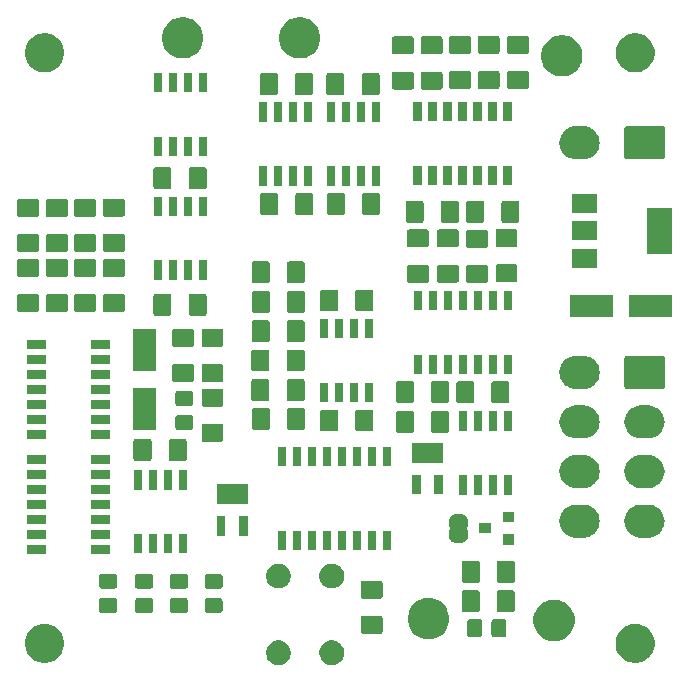
<source format=gbr>
G04 #@! TF.GenerationSoftware,KiCad,Pcbnew,(5.1.0)-1*
G04 #@! TF.CreationDate,2019-10-16T14:10:11+11:00*
G04 #@! TF.ProjectId,APPS,41505053-2e6b-4696-9361-645f70636258,rev?*
G04 #@! TF.SameCoordinates,Original*
G04 #@! TF.FileFunction,Soldermask,Top*
G04 #@! TF.FilePolarity,Negative*
%FSLAX46Y46*%
G04 Gerber Fmt 4.6, Leading zero omitted, Abs format (unit mm)*
G04 Created by KiCad (PCBNEW (5.1.0)-1) date 2019-10-16 14:10:11*
%MOMM*%
%LPD*%
G04 APERTURE LIST*
%ADD10C,0.100000*%
G04 APERTURE END LIST*
D10*
G36*
X130409564Y-111511389D02*
G01*
X130525451Y-111559391D01*
X130600835Y-111590616D01*
X130772973Y-111705635D01*
X130919365Y-111852027D01*
X131034385Y-112024167D01*
X131113611Y-112215436D01*
X131154000Y-112418484D01*
X131154000Y-112625516D01*
X131113611Y-112828564D01*
X131040771Y-113004415D01*
X131034384Y-113019835D01*
X130919365Y-113191973D01*
X130772973Y-113338365D01*
X130600835Y-113453384D01*
X130600834Y-113453385D01*
X130600833Y-113453385D01*
X130409564Y-113532611D01*
X130206516Y-113573000D01*
X129999484Y-113573000D01*
X129796436Y-113532611D01*
X129605167Y-113453385D01*
X129605166Y-113453385D01*
X129605165Y-113453384D01*
X129433027Y-113338365D01*
X129286635Y-113191973D01*
X129171616Y-113019835D01*
X129165229Y-113004415D01*
X129092389Y-112828564D01*
X129052000Y-112625516D01*
X129052000Y-112418484D01*
X129092389Y-112215436D01*
X129171615Y-112024167D01*
X129286635Y-111852027D01*
X129433027Y-111705635D01*
X129605165Y-111590616D01*
X129680549Y-111559391D01*
X129796436Y-111511389D01*
X129999484Y-111471000D01*
X130206516Y-111471000D01*
X130409564Y-111511389D01*
X130409564Y-111511389D01*
G37*
G36*
X125909564Y-111511389D02*
G01*
X126025451Y-111559391D01*
X126100835Y-111590616D01*
X126272973Y-111705635D01*
X126419365Y-111852027D01*
X126534385Y-112024167D01*
X126613611Y-112215436D01*
X126654000Y-112418484D01*
X126654000Y-112625516D01*
X126613611Y-112828564D01*
X126540771Y-113004415D01*
X126534384Y-113019835D01*
X126419365Y-113191973D01*
X126272973Y-113338365D01*
X126100835Y-113453384D01*
X126100834Y-113453385D01*
X126100833Y-113453385D01*
X125909564Y-113532611D01*
X125706516Y-113573000D01*
X125499484Y-113573000D01*
X125296436Y-113532611D01*
X125105167Y-113453385D01*
X125105166Y-113453385D01*
X125105165Y-113453384D01*
X124933027Y-113338365D01*
X124786635Y-113191973D01*
X124671616Y-113019835D01*
X124665229Y-113004415D01*
X124592389Y-112828564D01*
X124552000Y-112625516D01*
X124552000Y-112418484D01*
X124592389Y-112215436D01*
X124671615Y-112024167D01*
X124786635Y-111852027D01*
X124933027Y-111705635D01*
X125105165Y-111590616D01*
X125180549Y-111559391D01*
X125296436Y-111511389D01*
X125499484Y-111471000D01*
X125706516Y-111471000D01*
X125909564Y-111511389D01*
X125909564Y-111511389D01*
G37*
G36*
X156178856Y-110113298D02*
G01*
X156285179Y-110134447D01*
X156585642Y-110258903D01*
X156856051Y-110439585D01*
X157086015Y-110669549D01*
X157266697Y-110939958D01*
X157391153Y-111240421D01*
X157454600Y-111559391D01*
X157454600Y-111884609D01*
X157391153Y-112203579D01*
X157303150Y-112416037D01*
X157302136Y-112418486D01*
X157266697Y-112504042D01*
X157086015Y-112774451D01*
X156856051Y-113004415D01*
X156585642Y-113185097D01*
X156285179Y-113309553D01*
X156178856Y-113330702D01*
X155966211Y-113373000D01*
X155640989Y-113373000D01*
X155428344Y-113330702D01*
X155322021Y-113309553D01*
X155021558Y-113185097D01*
X154751149Y-113004415D01*
X154521185Y-112774451D01*
X154340503Y-112504042D01*
X154305065Y-112418486D01*
X154304050Y-112416037D01*
X154216047Y-112203579D01*
X154152600Y-111884609D01*
X154152600Y-111559391D01*
X154216047Y-111240421D01*
X154340503Y-110939958D01*
X154521185Y-110669549D01*
X154751149Y-110439585D01*
X155021558Y-110258903D01*
X155322021Y-110134447D01*
X155428344Y-110113298D01*
X155640989Y-110071000D01*
X155966211Y-110071000D01*
X156178856Y-110113298D01*
X156178856Y-110113298D01*
G37*
G36*
X106178856Y-110113298D02*
G01*
X106285179Y-110134447D01*
X106585642Y-110258903D01*
X106856051Y-110439585D01*
X107086015Y-110669549D01*
X107266697Y-110939958D01*
X107391153Y-111240421D01*
X107454600Y-111559391D01*
X107454600Y-111884609D01*
X107391153Y-112203579D01*
X107303150Y-112416037D01*
X107302136Y-112418486D01*
X107266697Y-112504042D01*
X107086015Y-112774451D01*
X106856051Y-113004415D01*
X106585642Y-113185097D01*
X106285179Y-113309553D01*
X106178856Y-113330702D01*
X105966211Y-113373000D01*
X105640989Y-113373000D01*
X105428344Y-113330702D01*
X105322021Y-113309553D01*
X105021558Y-113185097D01*
X104751149Y-113004415D01*
X104521185Y-112774451D01*
X104340503Y-112504042D01*
X104305065Y-112418486D01*
X104304050Y-112416037D01*
X104216047Y-112203579D01*
X104152600Y-111884609D01*
X104152600Y-111559391D01*
X104216047Y-111240421D01*
X104340503Y-110939958D01*
X104521185Y-110669549D01*
X104751149Y-110439585D01*
X105021558Y-110258903D01*
X105322021Y-110134447D01*
X105428344Y-110113298D01*
X105640989Y-110071000D01*
X105966211Y-110071000D01*
X106178856Y-110113298D01*
X106178856Y-110113298D01*
G37*
G36*
X149318185Y-108072660D02*
G01*
X149430948Y-108095090D01*
X149447328Y-108101875D01*
X149749608Y-108227083D01*
X150036396Y-108418709D01*
X150280291Y-108662604D01*
X150471917Y-108949392D01*
X150603910Y-109268053D01*
X150671200Y-109606340D01*
X150671200Y-109951260D01*
X150603910Y-110289547D01*
X150471917Y-110608208D01*
X150280291Y-110894996D01*
X150036396Y-111138891D01*
X149749608Y-111330517D01*
X149562941Y-111407837D01*
X149430948Y-111462510D01*
X149318185Y-111484940D01*
X149092660Y-111529800D01*
X148747740Y-111529800D01*
X148522215Y-111484940D01*
X148409452Y-111462510D01*
X148277459Y-111407837D01*
X148090792Y-111330517D01*
X147804004Y-111138891D01*
X147560109Y-110894996D01*
X147368483Y-110608208D01*
X147236490Y-110289547D01*
X147169200Y-109951260D01*
X147169200Y-109606340D01*
X147236490Y-109268053D01*
X147368483Y-108949392D01*
X147560109Y-108662604D01*
X147804004Y-108418709D01*
X148090792Y-108227083D01*
X148393072Y-108101875D01*
X148409452Y-108095090D01*
X148522215Y-108072660D01*
X148747740Y-108027800D01*
X149092660Y-108027800D01*
X149318185Y-108072660D01*
X149318185Y-108072660D01*
G37*
G36*
X138662063Y-107912518D02*
G01*
X138813748Y-107942690D01*
X138886191Y-107972697D01*
X139132408Y-108074683D01*
X139419196Y-108266309D01*
X139663091Y-108510204D01*
X139854717Y-108796992D01*
X139912353Y-108936139D01*
X139986710Y-109115652D01*
X139990519Y-109134800D01*
X140054000Y-109453940D01*
X140054000Y-109798860D01*
X139986710Y-110137147D01*
X139854717Y-110455808D01*
X139663091Y-110742596D01*
X139419196Y-110986491D01*
X139132408Y-111178117D01*
X138945741Y-111255437D01*
X138813748Y-111310110D01*
X138711160Y-111330516D01*
X138475460Y-111377400D01*
X138130540Y-111377400D01*
X137894840Y-111330516D01*
X137792252Y-111310110D01*
X137660259Y-111255437D01*
X137473592Y-111178117D01*
X137186804Y-110986491D01*
X136942909Y-110742596D01*
X136751283Y-110455808D01*
X136619290Y-110137147D01*
X136552000Y-109798860D01*
X136552000Y-109453940D01*
X136615481Y-109134800D01*
X136619290Y-109115652D01*
X136693647Y-108936139D01*
X136751283Y-108796992D01*
X136942909Y-108510204D01*
X137186804Y-108266309D01*
X137473592Y-108074683D01*
X137719809Y-107972697D01*
X137792252Y-107942690D01*
X137943937Y-107912518D01*
X138130540Y-107875400D01*
X138475460Y-107875400D01*
X138662063Y-107912518D01*
X138662063Y-107912518D01*
G37*
G36*
X142678274Y-109692665D02*
G01*
X142715967Y-109704099D01*
X142750703Y-109722666D01*
X142781148Y-109747652D01*
X142806134Y-109778097D01*
X142824701Y-109812833D01*
X142836135Y-109850526D01*
X142840600Y-109895861D01*
X142840600Y-110982539D01*
X142836135Y-111027874D01*
X142824701Y-111065567D01*
X142806134Y-111100303D01*
X142781148Y-111130748D01*
X142750703Y-111155734D01*
X142715967Y-111174301D01*
X142678274Y-111185735D01*
X142632939Y-111190200D01*
X141796261Y-111190200D01*
X141750926Y-111185735D01*
X141713233Y-111174301D01*
X141678497Y-111155734D01*
X141648052Y-111130748D01*
X141623066Y-111100303D01*
X141604499Y-111065567D01*
X141593065Y-111027874D01*
X141588600Y-110982539D01*
X141588600Y-109895861D01*
X141593065Y-109850526D01*
X141604499Y-109812833D01*
X141623066Y-109778097D01*
X141648052Y-109747652D01*
X141678497Y-109722666D01*
X141713233Y-109704099D01*
X141750926Y-109692665D01*
X141796261Y-109688200D01*
X142632939Y-109688200D01*
X142678274Y-109692665D01*
X142678274Y-109692665D01*
G37*
G36*
X144728274Y-109692665D02*
G01*
X144765967Y-109704099D01*
X144800703Y-109722666D01*
X144831148Y-109747652D01*
X144856134Y-109778097D01*
X144874701Y-109812833D01*
X144886135Y-109850526D01*
X144890600Y-109895861D01*
X144890600Y-110982539D01*
X144886135Y-111027874D01*
X144874701Y-111065567D01*
X144856134Y-111100303D01*
X144831148Y-111130748D01*
X144800703Y-111155734D01*
X144765967Y-111174301D01*
X144728274Y-111185735D01*
X144682939Y-111190200D01*
X143846261Y-111190200D01*
X143800926Y-111185735D01*
X143763233Y-111174301D01*
X143728497Y-111155734D01*
X143698052Y-111130748D01*
X143673066Y-111100303D01*
X143654499Y-111065567D01*
X143643065Y-111027874D01*
X143638600Y-110982539D01*
X143638600Y-109895861D01*
X143643065Y-109850526D01*
X143654499Y-109812833D01*
X143673066Y-109778097D01*
X143698052Y-109747652D01*
X143728497Y-109722666D01*
X143763233Y-109704099D01*
X143800926Y-109692665D01*
X143846261Y-109688200D01*
X144682939Y-109688200D01*
X144728274Y-109692665D01*
X144728274Y-109692665D01*
G37*
G36*
X134265162Y-109389381D02*
G01*
X134300081Y-109399974D01*
X134332263Y-109417176D01*
X134360473Y-109440327D01*
X134383624Y-109468537D01*
X134400826Y-109500719D01*
X134411419Y-109535638D01*
X134415600Y-109578095D01*
X134415600Y-110719305D01*
X134411419Y-110761762D01*
X134400826Y-110796681D01*
X134383624Y-110828863D01*
X134360473Y-110857073D01*
X134332263Y-110880224D01*
X134300081Y-110897426D01*
X134265162Y-110908019D01*
X134222705Y-110912200D01*
X132756495Y-110912200D01*
X132714038Y-110908019D01*
X132679119Y-110897426D01*
X132646937Y-110880224D01*
X132618727Y-110857073D01*
X132595576Y-110828863D01*
X132578374Y-110796681D01*
X132567781Y-110761762D01*
X132563600Y-110719305D01*
X132563600Y-109578095D01*
X132567781Y-109535638D01*
X132578374Y-109500719D01*
X132595576Y-109468537D01*
X132618727Y-109440327D01*
X132646937Y-109417176D01*
X132679119Y-109399974D01*
X132714038Y-109389381D01*
X132756495Y-109385200D01*
X134222705Y-109385200D01*
X134265162Y-109389381D01*
X134265162Y-109389381D01*
G37*
G36*
X117758874Y-107896265D02*
G01*
X117796567Y-107907699D01*
X117831303Y-107926266D01*
X117861748Y-107951252D01*
X117886734Y-107981697D01*
X117905301Y-108016433D01*
X117916735Y-108054126D01*
X117921200Y-108099461D01*
X117921200Y-108936139D01*
X117916735Y-108981474D01*
X117905301Y-109019167D01*
X117886734Y-109053903D01*
X117861748Y-109084348D01*
X117831303Y-109109334D01*
X117796567Y-109127901D01*
X117758874Y-109139335D01*
X117713539Y-109143800D01*
X116626861Y-109143800D01*
X116581526Y-109139335D01*
X116543833Y-109127901D01*
X116509097Y-109109334D01*
X116478652Y-109084348D01*
X116453666Y-109053903D01*
X116435099Y-109019167D01*
X116423665Y-108981474D01*
X116419200Y-108936139D01*
X116419200Y-108099461D01*
X116423665Y-108054126D01*
X116435099Y-108016433D01*
X116453666Y-107981697D01*
X116478652Y-107951252D01*
X116509097Y-107926266D01*
X116543833Y-107907699D01*
X116581526Y-107896265D01*
X116626861Y-107891800D01*
X117713539Y-107891800D01*
X117758874Y-107896265D01*
X117758874Y-107896265D01*
G37*
G36*
X114812474Y-107896265D02*
G01*
X114850167Y-107907699D01*
X114884903Y-107926266D01*
X114915348Y-107951252D01*
X114940334Y-107981697D01*
X114958901Y-108016433D01*
X114970335Y-108054126D01*
X114974800Y-108099461D01*
X114974800Y-108936139D01*
X114970335Y-108981474D01*
X114958901Y-109019167D01*
X114940334Y-109053903D01*
X114915348Y-109084348D01*
X114884903Y-109109334D01*
X114850167Y-109127901D01*
X114812474Y-109139335D01*
X114767139Y-109143800D01*
X113680461Y-109143800D01*
X113635126Y-109139335D01*
X113597433Y-109127901D01*
X113562697Y-109109334D01*
X113532252Y-109084348D01*
X113507266Y-109053903D01*
X113488699Y-109019167D01*
X113477265Y-108981474D01*
X113472800Y-108936139D01*
X113472800Y-108099461D01*
X113477265Y-108054126D01*
X113488699Y-108016433D01*
X113507266Y-107981697D01*
X113532252Y-107951252D01*
X113562697Y-107926266D01*
X113597433Y-107907699D01*
X113635126Y-107896265D01*
X113680461Y-107891800D01*
X114767139Y-107891800D01*
X114812474Y-107896265D01*
X114812474Y-107896265D01*
G37*
G36*
X120705274Y-107896265D02*
G01*
X120742967Y-107907699D01*
X120777703Y-107926266D01*
X120808148Y-107951252D01*
X120833134Y-107981697D01*
X120851701Y-108016433D01*
X120863135Y-108054126D01*
X120867600Y-108099461D01*
X120867600Y-108936139D01*
X120863135Y-108981474D01*
X120851701Y-109019167D01*
X120833134Y-109053903D01*
X120808148Y-109084348D01*
X120777703Y-109109334D01*
X120742967Y-109127901D01*
X120705274Y-109139335D01*
X120659939Y-109143800D01*
X119573261Y-109143800D01*
X119527926Y-109139335D01*
X119490233Y-109127901D01*
X119455497Y-109109334D01*
X119425052Y-109084348D01*
X119400066Y-109053903D01*
X119381499Y-109019167D01*
X119370065Y-108981474D01*
X119365600Y-108936139D01*
X119365600Y-108099461D01*
X119370065Y-108054126D01*
X119381499Y-108016433D01*
X119400066Y-107981697D01*
X119425052Y-107951252D01*
X119455497Y-107926266D01*
X119490233Y-107907699D01*
X119527926Y-107896265D01*
X119573261Y-107891800D01*
X120659939Y-107891800D01*
X120705274Y-107896265D01*
X120705274Y-107896265D01*
G37*
G36*
X111764474Y-107887265D02*
G01*
X111802167Y-107898699D01*
X111836903Y-107917266D01*
X111867348Y-107942252D01*
X111892334Y-107972697D01*
X111910901Y-108007433D01*
X111922335Y-108045126D01*
X111926800Y-108090461D01*
X111926800Y-108927139D01*
X111922335Y-108972474D01*
X111910901Y-109010167D01*
X111892334Y-109044903D01*
X111867348Y-109075348D01*
X111836903Y-109100334D01*
X111802167Y-109118901D01*
X111764474Y-109130335D01*
X111719139Y-109134800D01*
X110632461Y-109134800D01*
X110587126Y-109130335D01*
X110549433Y-109118901D01*
X110514697Y-109100334D01*
X110484252Y-109075348D01*
X110459266Y-109044903D01*
X110440699Y-109010167D01*
X110429265Y-108972474D01*
X110424800Y-108927139D01*
X110424800Y-108090461D01*
X110429265Y-108045126D01*
X110440699Y-108007433D01*
X110459266Y-107972697D01*
X110484252Y-107942252D01*
X110514697Y-107917266D01*
X110549433Y-107898699D01*
X110587126Y-107887265D01*
X110632461Y-107882800D01*
X111719139Y-107882800D01*
X111764474Y-107887265D01*
X111764474Y-107887265D01*
G37*
G36*
X142494262Y-107231381D02*
G01*
X142529181Y-107241974D01*
X142561363Y-107259176D01*
X142589573Y-107282327D01*
X142612724Y-107310537D01*
X142629926Y-107342719D01*
X142640519Y-107377638D01*
X142644700Y-107420095D01*
X142644700Y-108886305D01*
X142640519Y-108928762D01*
X142629926Y-108963681D01*
X142612724Y-108995863D01*
X142589573Y-109024073D01*
X142561363Y-109047224D01*
X142529181Y-109064426D01*
X142494262Y-109075019D01*
X142451805Y-109079200D01*
X141310595Y-109079200D01*
X141268138Y-109075019D01*
X141233219Y-109064426D01*
X141201037Y-109047224D01*
X141172827Y-109024073D01*
X141149676Y-108995863D01*
X141132474Y-108963681D01*
X141121881Y-108928762D01*
X141117700Y-108886305D01*
X141117700Y-107420095D01*
X141121881Y-107377638D01*
X141132474Y-107342719D01*
X141149676Y-107310537D01*
X141172827Y-107282327D01*
X141201037Y-107259176D01*
X141233219Y-107241974D01*
X141268138Y-107231381D01*
X141310595Y-107227200D01*
X142451805Y-107227200D01*
X142494262Y-107231381D01*
X142494262Y-107231381D01*
G37*
G36*
X145469262Y-107231381D02*
G01*
X145504181Y-107241974D01*
X145536363Y-107259176D01*
X145564573Y-107282327D01*
X145587724Y-107310537D01*
X145604926Y-107342719D01*
X145615519Y-107377638D01*
X145619700Y-107420095D01*
X145619700Y-108886305D01*
X145615519Y-108928762D01*
X145604926Y-108963681D01*
X145587724Y-108995863D01*
X145564573Y-109024073D01*
X145536363Y-109047224D01*
X145504181Y-109064426D01*
X145469262Y-109075019D01*
X145426805Y-109079200D01*
X144285595Y-109079200D01*
X144243138Y-109075019D01*
X144208219Y-109064426D01*
X144176037Y-109047224D01*
X144147827Y-109024073D01*
X144124676Y-108995863D01*
X144107474Y-108963681D01*
X144096881Y-108928762D01*
X144092700Y-108886305D01*
X144092700Y-107420095D01*
X144096881Y-107377638D01*
X144107474Y-107342719D01*
X144124676Y-107310537D01*
X144147827Y-107282327D01*
X144176037Y-107259176D01*
X144208219Y-107241974D01*
X144243138Y-107231381D01*
X144285595Y-107227200D01*
X145426805Y-107227200D01*
X145469262Y-107231381D01*
X145469262Y-107231381D01*
G37*
G36*
X134265162Y-106414381D02*
G01*
X134300081Y-106424974D01*
X134332263Y-106442176D01*
X134360473Y-106465327D01*
X134383624Y-106493537D01*
X134400826Y-106525719D01*
X134411419Y-106560638D01*
X134415600Y-106603095D01*
X134415600Y-107744305D01*
X134411419Y-107786762D01*
X134400826Y-107821681D01*
X134383624Y-107853863D01*
X134360473Y-107882073D01*
X134332263Y-107905224D01*
X134300081Y-107922426D01*
X134265162Y-107933019D01*
X134222705Y-107937200D01*
X132756495Y-107937200D01*
X132714038Y-107933019D01*
X132679119Y-107922426D01*
X132646937Y-107905224D01*
X132618727Y-107882073D01*
X132595576Y-107853863D01*
X132578374Y-107821681D01*
X132567781Y-107786762D01*
X132563600Y-107744305D01*
X132563600Y-106603095D01*
X132567781Y-106560638D01*
X132578374Y-106525719D01*
X132595576Y-106493537D01*
X132618727Y-106465327D01*
X132646937Y-106442176D01*
X132679119Y-106424974D01*
X132714038Y-106414381D01*
X132756495Y-106410200D01*
X134222705Y-106410200D01*
X134265162Y-106414381D01*
X134265162Y-106414381D01*
G37*
G36*
X117758874Y-105846265D02*
G01*
X117796567Y-105857699D01*
X117831303Y-105876266D01*
X117861748Y-105901252D01*
X117886734Y-105931697D01*
X117905301Y-105966433D01*
X117916735Y-106004126D01*
X117921200Y-106049461D01*
X117921200Y-106886139D01*
X117916735Y-106931474D01*
X117905301Y-106969167D01*
X117886734Y-107003903D01*
X117861748Y-107034348D01*
X117831303Y-107059334D01*
X117796567Y-107077901D01*
X117758874Y-107089335D01*
X117713539Y-107093800D01*
X116626861Y-107093800D01*
X116581526Y-107089335D01*
X116543833Y-107077901D01*
X116509097Y-107059334D01*
X116478652Y-107034348D01*
X116453666Y-107003903D01*
X116435099Y-106969167D01*
X116423665Y-106931474D01*
X116419200Y-106886139D01*
X116419200Y-106049461D01*
X116423665Y-106004126D01*
X116435099Y-105966433D01*
X116453666Y-105931697D01*
X116478652Y-105901252D01*
X116509097Y-105876266D01*
X116543833Y-105857699D01*
X116581526Y-105846265D01*
X116626861Y-105841800D01*
X117713539Y-105841800D01*
X117758874Y-105846265D01*
X117758874Y-105846265D01*
G37*
G36*
X114812474Y-105846265D02*
G01*
X114850167Y-105857699D01*
X114884903Y-105876266D01*
X114915348Y-105901252D01*
X114940334Y-105931697D01*
X114958901Y-105966433D01*
X114970335Y-106004126D01*
X114974800Y-106049461D01*
X114974800Y-106886139D01*
X114970335Y-106931474D01*
X114958901Y-106969167D01*
X114940334Y-107003903D01*
X114915348Y-107034348D01*
X114884903Y-107059334D01*
X114850167Y-107077901D01*
X114812474Y-107089335D01*
X114767139Y-107093800D01*
X113680461Y-107093800D01*
X113635126Y-107089335D01*
X113597433Y-107077901D01*
X113562697Y-107059334D01*
X113532252Y-107034348D01*
X113507266Y-107003903D01*
X113488699Y-106969167D01*
X113477265Y-106931474D01*
X113472800Y-106886139D01*
X113472800Y-106049461D01*
X113477265Y-106004126D01*
X113488699Y-105966433D01*
X113507266Y-105931697D01*
X113532252Y-105901252D01*
X113562697Y-105876266D01*
X113597433Y-105857699D01*
X113635126Y-105846265D01*
X113680461Y-105841800D01*
X114767139Y-105841800D01*
X114812474Y-105846265D01*
X114812474Y-105846265D01*
G37*
G36*
X120705274Y-105846265D02*
G01*
X120742967Y-105857699D01*
X120777703Y-105876266D01*
X120808148Y-105901252D01*
X120833134Y-105931697D01*
X120851701Y-105966433D01*
X120863135Y-106004126D01*
X120867600Y-106049461D01*
X120867600Y-106886139D01*
X120863135Y-106931474D01*
X120851701Y-106969167D01*
X120833134Y-107003903D01*
X120808148Y-107034348D01*
X120777703Y-107059334D01*
X120742967Y-107077901D01*
X120705274Y-107089335D01*
X120659939Y-107093800D01*
X119573261Y-107093800D01*
X119527926Y-107089335D01*
X119490233Y-107077901D01*
X119455497Y-107059334D01*
X119425052Y-107034348D01*
X119400066Y-107003903D01*
X119381499Y-106969167D01*
X119370065Y-106931474D01*
X119365600Y-106886139D01*
X119365600Y-106049461D01*
X119370065Y-106004126D01*
X119381499Y-105966433D01*
X119400066Y-105931697D01*
X119425052Y-105901252D01*
X119455497Y-105876266D01*
X119490233Y-105857699D01*
X119527926Y-105846265D01*
X119573261Y-105841800D01*
X120659939Y-105841800D01*
X120705274Y-105846265D01*
X120705274Y-105846265D01*
G37*
G36*
X111764474Y-105837265D02*
G01*
X111802167Y-105848699D01*
X111836903Y-105867266D01*
X111867348Y-105892252D01*
X111892334Y-105922697D01*
X111910901Y-105957433D01*
X111922335Y-105995126D01*
X111926800Y-106040461D01*
X111926800Y-106877139D01*
X111922335Y-106922474D01*
X111910901Y-106960167D01*
X111892334Y-106994903D01*
X111867348Y-107025348D01*
X111836903Y-107050334D01*
X111802167Y-107068901D01*
X111764474Y-107080335D01*
X111719139Y-107084800D01*
X110632461Y-107084800D01*
X110587126Y-107080335D01*
X110549433Y-107068901D01*
X110514697Y-107050334D01*
X110484252Y-107025348D01*
X110459266Y-106994903D01*
X110440699Y-106960167D01*
X110429265Y-106922474D01*
X110424800Y-106877139D01*
X110424800Y-106040461D01*
X110429265Y-105995126D01*
X110440699Y-105957433D01*
X110459266Y-105922697D01*
X110484252Y-105892252D01*
X110514697Y-105867266D01*
X110549433Y-105848699D01*
X110587126Y-105837265D01*
X110632461Y-105832800D01*
X111719139Y-105832800D01*
X111764474Y-105837265D01*
X111764474Y-105837265D01*
G37*
G36*
X130409564Y-105011389D02*
G01*
X130600833Y-105090615D01*
X130600835Y-105090616D01*
X130772973Y-105205635D01*
X130919365Y-105352027D01*
X131034385Y-105524167D01*
X131113611Y-105715436D01*
X131154000Y-105918484D01*
X131154000Y-106125516D01*
X131113611Y-106328564D01*
X131053170Y-106474481D01*
X131034384Y-106519835D01*
X130919365Y-106691973D01*
X130772973Y-106838365D01*
X130600835Y-106953384D01*
X130600834Y-106953385D01*
X130600833Y-106953385D01*
X130409564Y-107032611D01*
X130206516Y-107073000D01*
X129999484Y-107073000D01*
X129796436Y-107032611D01*
X129605167Y-106953385D01*
X129605166Y-106953385D01*
X129605165Y-106953384D01*
X129433027Y-106838365D01*
X129286635Y-106691973D01*
X129171616Y-106519835D01*
X129152830Y-106474481D01*
X129092389Y-106328564D01*
X129052000Y-106125516D01*
X129052000Y-105918484D01*
X129092389Y-105715436D01*
X129171615Y-105524167D01*
X129286635Y-105352027D01*
X129433027Y-105205635D01*
X129605165Y-105090616D01*
X129605167Y-105090615D01*
X129796436Y-105011389D01*
X129999484Y-104971000D01*
X130206516Y-104971000D01*
X130409564Y-105011389D01*
X130409564Y-105011389D01*
G37*
G36*
X125909564Y-105011389D02*
G01*
X126100833Y-105090615D01*
X126100835Y-105090616D01*
X126272973Y-105205635D01*
X126419365Y-105352027D01*
X126534385Y-105524167D01*
X126613611Y-105715436D01*
X126654000Y-105918484D01*
X126654000Y-106125516D01*
X126613611Y-106328564D01*
X126553170Y-106474481D01*
X126534384Y-106519835D01*
X126419365Y-106691973D01*
X126272973Y-106838365D01*
X126100835Y-106953384D01*
X126100834Y-106953385D01*
X126100833Y-106953385D01*
X125909564Y-107032611D01*
X125706516Y-107073000D01*
X125499484Y-107073000D01*
X125296436Y-107032611D01*
X125105167Y-106953385D01*
X125105166Y-106953385D01*
X125105165Y-106953384D01*
X124933027Y-106838365D01*
X124786635Y-106691973D01*
X124671616Y-106519835D01*
X124652830Y-106474481D01*
X124592389Y-106328564D01*
X124552000Y-106125516D01*
X124552000Y-105918484D01*
X124592389Y-105715436D01*
X124671615Y-105524167D01*
X124786635Y-105352027D01*
X124933027Y-105205635D01*
X125105165Y-105090616D01*
X125105167Y-105090615D01*
X125296436Y-105011389D01*
X125499484Y-104971000D01*
X125706516Y-104971000D01*
X125909564Y-105011389D01*
X125909564Y-105011389D01*
G37*
G36*
X145469262Y-104742181D02*
G01*
X145504181Y-104752774D01*
X145536363Y-104769976D01*
X145564573Y-104793127D01*
X145587724Y-104821337D01*
X145604926Y-104853519D01*
X145615519Y-104888438D01*
X145619700Y-104930895D01*
X145619700Y-106397105D01*
X145615519Y-106439562D01*
X145604926Y-106474481D01*
X145587724Y-106506663D01*
X145564573Y-106534873D01*
X145536363Y-106558024D01*
X145504181Y-106575226D01*
X145469262Y-106585819D01*
X145426805Y-106590000D01*
X144285595Y-106590000D01*
X144243138Y-106585819D01*
X144208219Y-106575226D01*
X144176037Y-106558024D01*
X144147827Y-106534873D01*
X144124676Y-106506663D01*
X144107474Y-106474481D01*
X144096881Y-106439562D01*
X144092700Y-106397105D01*
X144092700Y-104930895D01*
X144096881Y-104888438D01*
X144107474Y-104853519D01*
X144124676Y-104821337D01*
X144147827Y-104793127D01*
X144176037Y-104769976D01*
X144208219Y-104752774D01*
X144243138Y-104742181D01*
X144285595Y-104738000D01*
X145426805Y-104738000D01*
X145469262Y-104742181D01*
X145469262Y-104742181D01*
G37*
G36*
X142494262Y-104742181D02*
G01*
X142529181Y-104752774D01*
X142561363Y-104769976D01*
X142589573Y-104793127D01*
X142612724Y-104821337D01*
X142629926Y-104853519D01*
X142640519Y-104888438D01*
X142644700Y-104930895D01*
X142644700Y-106397105D01*
X142640519Y-106439562D01*
X142629926Y-106474481D01*
X142612724Y-106506663D01*
X142589573Y-106534873D01*
X142561363Y-106558024D01*
X142529181Y-106575226D01*
X142494262Y-106585819D01*
X142451805Y-106590000D01*
X141310595Y-106590000D01*
X141268138Y-106585819D01*
X141233219Y-106575226D01*
X141201037Y-106558024D01*
X141172827Y-106534873D01*
X141149676Y-106506663D01*
X141132474Y-106474481D01*
X141121881Y-106439562D01*
X141117700Y-106397105D01*
X141117700Y-104930895D01*
X141121881Y-104888438D01*
X141132474Y-104853519D01*
X141149676Y-104821337D01*
X141172827Y-104793127D01*
X141201037Y-104769976D01*
X141233219Y-104752774D01*
X141268138Y-104742181D01*
X141310595Y-104738000D01*
X142451805Y-104738000D01*
X142494262Y-104742181D01*
X142494262Y-104742181D01*
G37*
G36*
X111349400Y-104135400D02*
G01*
X109747400Y-104135400D01*
X109747400Y-103433400D01*
X111349400Y-103433400D01*
X111349400Y-104135400D01*
X111349400Y-104135400D01*
G37*
G36*
X105949400Y-104135400D02*
G01*
X104347400Y-104135400D01*
X104347400Y-103433400D01*
X105949400Y-103433400D01*
X105949400Y-104135400D01*
X105949400Y-104135400D01*
G37*
G36*
X114092200Y-104110000D02*
G01*
X113390200Y-104110000D01*
X113390200Y-102458000D01*
X114092200Y-102458000D01*
X114092200Y-104110000D01*
X114092200Y-104110000D01*
G37*
G36*
X115362200Y-104110000D02*
G01*
X114660200Y-104110000D01*
X114660200Y-102458000D01*
X115362200Y-102458000D01*
X115362200Y-104110000D01*
X115362200Y-104110000D01*
G37*
G36*
X117902200Y-104110000D02*
G01*
X117200200Y-104110000D01*
X117200200Y-102458000D01*
X117902200Y-102458000D01*
X117902200Y-104110000D01*
X117902200Y-104110000D01*
G37*
G36*
X116632200Y-104110000D02*
G01*
X115930200Y-104110000D01*
X115930200Y-102458000D01*
X116632200Y-102458000D01*
X116632200Y-104110000D01*
X116632200Y-104110000D01*
G37*
G36*
X133853400Y-103817400D02*
G01*
X133151400Y-103817400D01*
X133151400Y-102215400D01*
X133853400Y-102215400D01*
X133853400Y-103817400D01*
X133853400Y-103817400D01*
G37*
G36*
X132583400Y-103817400D02*
G01*
X131881400Y-103817400D01*
X131881400Y-102215400D01*
X132583400Y-102215400D01*
X132583400Y-103817400D01*
X132583400Y-103817400D01*
G37*
G36*
X131313400Y-103817400D02*
G01*
X130611400Y-103817400D01*
X130611400Y-102215400D01*
X131313400Y-102215400D01*
X131313400Y-103817400D01*
X131313400Y-103817400D01*
G37*
G36*
X130043400Y-103817400D02*
G01*
X129341400Y-103817400D01*
X129341400Y-102215400D01*
X130043400Y-102215400D01*
X130043400Y-103817400D01*
X130043400Y-103817400D01*
G37*
G36*
X127503400Y-103817400D02*
G01*
X126801400Y-103817400D01*
X126801400Y-102215400D01*
X127503400Y-102215400D01*
X127503400Y-103817400D01*
X127503400Y-103817400D01*
G37*
G36*
X128773400Y-103817400D02*
G01*
X128071400Y-103817400D01*
X128071400Y-102215400D01*
X128773400Y-102215400D01*
X128773400Y-103817400D01*
X128773400Y-103817400D01*
G37*
G36*
X135123400Y-103817400D02*
G01*
X134421400Y-103817400D01*
X134421400Y-102215400D01*
X135123400Y-102215400D01*
X135123400Y-103817400D01*
X135123400Y-103817400D01*
G37*
G36*
X126233400Y-103817400D02*
G01*
X125531400Y-103817400D01*
X125531400Y-102215400D01*
X126233400Y-102215400D01*
X126233400Y-103817400D01*
X126233400Y-103817400D01*
G37*
G36*
X145582500Y-103369300D02*
G01*
X144580500Y-103369300D01*
X144580500Y-102467300D01*
X145582500Y-102467300D01*
X145582500Y-103369300D01*
X145582500Y-103369300D01*
G37*
G36*
X141105199Y-100795954D02*
G01*
X141117450Y-100796556D01*
X141135869Y-100796556D01*
X141158149Y-100798750D01*
X141242233Y-100815476D01*
X141263660Y-100821976D01*
X141342858Y-100854780D01*
X141348303Y-100857691D01*
X141348309Y-100857693D01*
X141357169Y-100862429D01*
X141357173Y-100862432D01*
X141362614Y-100865340D01*
X141433899Y-100912971D01*
X141451204Y-100927172D01*
X141511828Y-100987796D01*
X141526029Y-101005101D01*
X141573660Y-101076386D01*
X141576568Y-101081827D01*
X141576571Y-101081831D01*
X141581307Y-101090691D01*
X141581309Y-101090697D01*
X141584220Y-101096142D01*
X141617024Y-101175340D01*
X141623524Y-101196767D01*
X141640250Y-101280851D01*
X141642444Y-101303131D01*
X141642444Y-101321550D01*
X141643046Y-101333801D01*
X141644852Y-101352139D01*
X141644852Y-101839860D01*
X141643263Y-101855999D01*
X141640348Y-101865608D01*
X141635610Y-101874472D01*
X141629237Y-101882237D01*
X141616794Y-101892448D01*
X141606425Y-101899378D01*
X141589098Y-101916705D01*
X141575485Y-101937080D01*
X141566109Y-101959720D01*
X141561329Y-101983753D01*
X141561330Y-102008257D01*
X141566112Y-102032290D01*
X141575490Y-102054929D01*
X141589105Y-102075302D01*
X141606432Y-102092629D01*
X141616802Y-102099558D01*
X141629237Y-102109763D01*
X141635610Y-102117528D01*
X141640348Y-102126392D01*
X141643263Y-102136001D01*
X141644852Y-102152140D01*
X141644852Y-102639862D01*
X141643046Y-102658199D01*
X141642444Y-102670450D01*
X141642444Y-102688869D01*
X141640250Y-102711149D01*
X141623524Y-102795233D01*
X141617024Y-102816660D01*
X141584220Y-102895858D01*
X141581309Y-102901303D01*
X141581307Y-102901309D01*
X141576571Y-102910169D01*
X141576568Y-102910173D01*
X141573660Y-102915614D01*
X141526029Y-102986899D01*
X141511828Y-103004204D01*
X141451204Y-103064828D01*
X141433899Y-103079029D01*
X141362614Y-103126660D01*
X141357173Y-103129568D01*
X141357169Y-103129571D01*
X141348309Y-103134307D01*
X141348303Y-103134309D01*
X141342858Y-103137220D01*
X141263660Y-103170024D01*
X141242233Y-103176524D01*
X141158149Y-103193250D01*
X141135869Y-103195444D01*
X141117450Y-103195444D01*
X141105199Y-103196046D01*
X141086862Y-103197852D01*
X140599138Y-103197852D01*
X140580801Y-103196046D01*
X140568550Y-103195444D01*
X140550131Y-103195444D01*
X140527851Y-103193250D01*
X140443767Y-103176524D01*
X140422340Y-103170024D01*
X140343142Y-103137220D01*
X140337697Y-103134309D01*
X140337691Y-103134307D01*
X140328831Y-103129571D01*
X140328827Y-103129568D01*
X140323386Y-103126660D01*
X140252101Y-103079029D01*
X140234796Y-103064828D01*
X140174172Y-103004204D01*
X140159971Y-102986899D01*
X140112340Y-102915614D01*
X140109432Y-102910173D01*
X140109429Y-102910169D01*
X140104693Y-102901309D01*
X140104691Y-102901303D01*
X140101780Y-102895858D01*
X140068976Y-102816660D01*
X140062476Y-102795233D01*
X140045750Y-102711149D01*
X140043556Y-102688869D01*
X140043556Y-102670450D01*
X140042954Y-102658199D01*
X140041148Y-102639862D01*
X140041148Y-102152140D01*
X140042737Y-102136001D01*
X140045652Y-102126392D01*
X140050390Y-102117528D01*
X140056763Y-102109763D01*
X140069206Y-102099552D01*
X140079575Y-102092622D01*
X140096902Y-102075295D01*
X140110515Y-102054920D01*
X140119891Y-102032280D01*
X140124671Y-102008247D01*
X140124670Y-101983743D01*
X140119888Y-101959710D01*
X140110510Y-101937071D01*
X140096895Y-101916698D01*
X140079568Y-101899371D01*
X140069198Y-101892442D01*
X140056763Y-101882237D01*
X140050390Y-101874472D01*
X140045652Y-101865608D01*
X140042737Y-101855999D01*
X140041148Y-101839860D01*
X140041148Y-101352139D01*
X140042954Y-101333801D01*
X140043556Y-101321550D01*
X140043556Y-101303131D01*
X140045750Y-101280851D01*
X140062476Y-101196767D01*
X140068976Y-101175340D01*
X140101780Y-101096142D01*
X140104691Y-101090697D01*
X140104693Y-101090691D01*
X140109429Y-101081831D01*
X140109432Y-101081827D01*
X140112340Y-101076386D01*
X140159971Y-101005101D01*
X140174172Y-100987796D01*
X140234796Y-100927172D01*
X140252101Y-100912971D01*
X140323386Y-100865340D01*
X140328827Y-100862432D01*
X140328831Y-100862429D01*
X140337691Y-100857693D01*
X140337697Y-100857691D01*
X140343142Y-100854780D01*
X140422340Y-100821976D01*
X140443767Y-100815476D01*
X140527851Y-100798750D01*
X140550131Y-100796556D01*
X140568550Y-100796556D01*
X140580801Y-100795954D01*
X140599139Y-100794148D01*
X141086861Y-100794148D01*
X141105199Y-100795954D01*
X141105199Y-100795954D01*
G37*
G36*
X111349400Y-102865400D02*
G01*
X109747400Y-102865400D01*
X109747400Y-102163400D01*
X111349400Y-102163400D01*
X111349400Y-102865400D01*
X111349400Y-102865400D01*
G37*
G36*
X105949400Y-102865400D02*
G01*
X104347400Y-102865400D01*
X104347400Y-102163400D01*
X105949400Y-102163400D01*
X105949400Y-102865400D01*
X105949400Y-102865400D01*
G37*
G36*
X151575331Y-99982136D02*
G01*
X151678244Y-99992272D01*
X151873617Y-100051538D01*
X151942337Y-100072384D01*
X152171802Y-100195036D01*
X152185720Y-100202475D01*
X152241291Y-100248082D01*
X152399050Y-100377550D01*
X152528518Y-100535309D01*
X152574125Y-100590880D01*
X152574126Y-100590882D01*
X152704216Y-100834263D01*
X152704217Y-100834267D01*
X152784328Y-101098356D01*
X152811378Y-101373000D01*
X152784328Y-101647644D01*
X152726020Y-101839860D01*
X152704216Y-101911737D01*
X152603823Y-102099558D01*
X152574125Y-102155120D01*
X152528518Y-102210691D01*
X152399050Y-102368450D01*
X152289932Y-102458000D01*
X152185720Y-102543525D01*
X152185718Y-102543526D01*
X151942337Y-102673616D01*
X151892054Y-102688869D01*
X151678244Y-102753728D01*
X151575331Y-102763864D01*
X151472420Y-102774000D01*
X150734780Y-102774000D01*
X150631869Y-102763864D01*
X150528956Y-102753728D01*
X150315146Y-102688869D01*
X150264863Y-102673616D01*
X150021482Y-102543526D01*
X150021480Y-102543525D01*
X149917268Y-102458000D01*
X149808150Y-102368450D01*
X149678682Y-102210691D01*
X149633075Y-102155120D01*
X149603377Y-102099558D01*
X149502984Y-101911737D01*
X149481180Y-101839860D01*
X149422872Y-101647644D01*
X149395822Y-101373000D01*
X149422872Y-101098356D01*
X149502983Y-100834267D01*
X149502984Y-100834263D01*
X149633074Y-100590882D01*
X149633075Y-100590880D01*
X149678682Y-100535309D01*
X149808150Y-100377550D01*
X149965909Y-100248082D01*
X150021480Y-100202475D01*
X150035398Y-100195036D01*
X150264863Y-100072384D01*
X150333583Y-100051538D01*
X150528956Y-99992272D01*
X150631869Y-99982136D01*
X150734780Y-99972000D01*
X151472420Y-99972000D01*
X151575331Y-99982136D01*
X151575331Y-99982136D01*
G37*
G36*
X157075331Y-99982136D02*
G01*
X157178244Y-99992272D01*
X157373617Y-100051538D01*
X157442337Y-100072384D01*
X157671802Y-100195036D01*
X157685720Y-100202475D01*
X157741291Y-100248082D01*
X157899050Y-100377550D01*
X158028518Y-100535309D01*
X158074125Y-100590880D01*
X158074126Y-100590882D01*
X158204216Y-100834263D01*
X158204217Y-100834267D01*
X158284328Y-101098356D01*
X158311378Y-101373000D01*
X158284328Y-101647644D01*
X158226020Y-101839860D01*
X158204216Y-101911737D01*
X158103823Y-102099558D01*
X158074125Y-102155120D01*
X158028518Y-102210691D01*
X157899050Y-102368450D01*
X157789932Y-102458000D01*
X157685720Y-102543525D01*
X157685718Y-102543526D01*
X157442337Y-102673616D01*
X157392054Y-102688869D01*
X157178244Y-102753728D01*
X157075331Y-102763864D01*
X156972420Y-102774000D01*
X156234780Y-102774000D01*
X156131869Y-102763864D01*
X156028956Y-102753728D01*
X155815146Y-102688869D01*
X155764863Y-102673616D01*
X155521482Y-102543526D01*
X155521480Y-102543525D01*
X155417268Y-102458000D01*
X155308150Y-102368450D01*
X155178682Y-102210691D01*
X155133075Y-102155120D01*
X155103377Y-102099558D01*
X155002984Y-101911737D01*
X154981180Y-101839860D01*
X154922872Y-101647644D01*
X154895822Y-101373000D01*
X154922872Y-101098356D01*
X155002983Y-100834267D01*
X155002984Y-100834263D01*
X155133074Y-100590882D01*
X155133075Y-100590880D01*
X155178682Y-100535309D01*
X155308150Y-100377550D01*
X155465909Y-100248082D01*
X155521480Y-100202475D01*
X155535398Y-100195036D01*
X155764863Y-100072384D01*
X155833583Y-100051538D01*
X156028956Y-99992272D01*
X156131869Y-99982136D01*
X156234780Y-99972000D01*
X156972420Y-99972000D01*
X157075331Y-99982136D01*
X157075331Y-99982136D01*
G37*
G36*
X123017400Y-102612600D02*
G01*
X122265400Y-102612600D01*
X122265400Y-100950600D01*
X123017400Y-100950600D01*
X123017400Y-102612600D01*
X123017400Y-102612600D01*
G37*
G36*
X121117400Y-102612600D02*
G01*
X120365400Y-102612600D01*
X120365400Y-100950600D01*
X121117400Y-100950600D01*
X121117400Y-102612600D01*
X121117400Y-102612600D01*
G37*
G36*
X143582500Y-102419300D02*
G01*
X142580500Y-102419300D01*
X142580500Y-101517300D01*
X143582500Y-101517300D01*
X143582500Y-102419300D01*
X143582500Y-102419300D01*
G37*
G36*
X111349400Y-101595400D02*
G01*
X109747400Y-101595400D01*
X109747400Y-100893400D01*
X111349400Y-100893400D01*
X111349400Y-101595400D01*
X111349400Y-101595400D01*
G37*
G36*
X105949400Y-101595400D02*
G01*
X104347400Y-101595400D01*
X104347400Y-100893400D01*
X105949400Y-100893400D01*
X105949400Y-101595400D01*
X105949400Y-101595400D01*
G37*
G36*
X145582500Y-101469300D02*
G01*
X144580500Y-101469300D01*
X144580500Y-100567300D01*
X145582500Y-100567300D01*
X145582500Y-101469300D01*
X145582500Y-101469300D01*
G37*
G36*
X111349400Y-100325400D02*
G01*
X109747400Y-100325400D01*
X109747400Y-99623400D01*
X111349400Y-99623400D01*
X111349400Y-100325400D01*
X111349400Y-100325400D01*
G37*
G36*
X105949400Y-100325400D02*
G01*
X104347400Y-100325400D01*
X104347400Y-99623400D01*
X105949400Y-99623400D01*
X105949400Y-100325400D01*
X105949400Y-100325400D01*
G37*
G36*
X123017400Y-99912600D02*
G01*
X120365400Y-99912600D01*
X120365400Y-98250600D01*
X123017400Y-98250600D01*
X123017400Y-99912600D01*
X123017400Y-99912600D01*
G37*
G36*
X144115000Y-99131600D02*
G01*
X143413000Y-99131600D01*
X143413000Y-97479600D01*
X144115000Y-97479600D01*
X144115000Y-99131600D01*
X144115000Y-99131600D01*
G37*
G36*
X142845000Y-99131600D02*
G01*
X142143000Y-99131600D01*
X142143000Y-97479600D01*
X142845000Y-97479600D01*
X142845000Y-99131600D01*
X142845000Y-99131600D01*
G37*
G36*
X141575000Y-99131600D02*
G01*
X140873000Y-99131600D01*
X140873000Y-97479600D01*
X141575000Y-97479600D01*
X141575000Y-99131600D01*
X141575000Y-99131600D01*
G37*
G36*
X145385000Y-99131600D02*
G01*
X144683000Y-99131600D01*
X144683000Y-97479600D01*
X145385000Y-97479600D01*
X145385000Y-99131600D01*
X145385000Y-99131600D01*
G37*
G36*
X137665500Y-99120100D02*
G01*
X136913500Y-99120100D01*
X136913500Y-97458100D01*
X137665500Y-97458100D01*
X137665500Y-99120100D01*
X137665500Y-99120100D01*
G37*
G36*
X139565500Y-99120100D02*
G01*
X138813500Y-99120100D01*
X138813500Y-97458100D01*
X139565500Y-97458100D01*
X139565500Y-99120100D01*
X139565500Y-99120100D01*
G37*
G36*
X105949400Y-99055400D02*
G01*
X104347400Y-99055400D01*
X104347400Y-98353400D01*
X105949400Y-98353400D01*
X105949400Y-99055400D01*
X105949400Y-99055400D01*
G37*
G36*
X111349400Y-99055400D02*
G01*
X109747400Y-99055400D01*
X109747400Y-98353400D01*
X111349400Y-98353400D01*
X111349400Y-99055400D01*
X111349400Y-99055400D01*
G37*
G36*
X116632200Y-98710000D02*
G01*
X115930200Y-98710000D01*
X115930200Y-97058000D01*
X116632200Y-97058000D01*
X116632200Y-98710000D01*
X116632200Y-98710000D01*
G37*
G36*
X114092200Y-98710000D02*
G01*
X113390200Y-98710000D01*
X113390200Y-97058000D01*
X114092200Y-97058000D01*
X114092200Y-98710000D01*
X114092200Y-98710000D01*
G37*
G36*
X115362200Y-98710000D02*
G01*
X114660200Y-98710000D01*
X114660200Y-97058000D01*
X115362200Y-97058000D01*
X115362200Y-98710000D01*
X115362200Y-98710000D01*
G37*
G36*
X117902200Y-98710000D02*
G01*
X117200200Y-98710000D01*
X117200200Y-97058000D01*
X117902200Y-97058000D01*
X117902200Y-98710000D01*
X117902200Y-98710000D01*
G37*
G36*
X151575331Y-95782136D02*
G01*
X151678244Y-95792272D01*
X151873617Y-95851538D01*
X151942337Y-95872384D01*
X152171802Y-95995036D01*
X152185720Y-96002475D01*
X152241291Y-96048082D01*
X152399050Y-96177550D01*
X152481158Y-96277600D01*
X152574125Y-96390880D01*
X152574126Y-96390882D01*
X152704216Y-96634263D01*
X152704217Y-96634267D01*
X152784328Y-96898356D01*
X152811378Y-97173000D01*
X152784328Y-97447644D01*
X152781156Y-97458100D01*
X152704216Y-97711737D01*
X152581564Y-97941202D01*
X152574125Y-97955120D01*
X152528518Y-98010691D01*
X152399050Y-98168450D01*
X152298949Y-98250600D01*
X152185720Y-98343525D01*
X152185718Y-98343526D01*
X151942337Y-98473616D01*
X151873617Y-98494462D01*
X151678244Y-98553728D01*
X151575331Y-98563864D01*
X151472420Y-98574000D01*
X150734780Y-98574000D01*
X150631869Y-98563864D01*
X150528956Y-98553728D01*
X150333583Y-98494462D01*
X150264863Y-98473616D01*
X150021482Y-98343526D01*
X150021480Y-98343525D01*
X149908251Y-98250600D01*
X149808150Y-98168450D01*
X149678682Y-98010691D01*
X149633075Y-97955120D01*
X149625636Y-97941202D01*
X149502984Y-97711737D01*
X149426044Y-97458100D01*
X149422872Y-97447644D01*
X149395822Y-97173000D01*
X149422872Y-96898356D01*
X149502983Y-96634267D01*
X149502984Y-96634263D01*
X149633074Y-96390882D01*
X149633075Y-96390880D01*
X149726042Y-96277600D01*
X149808150Y-96177550D01*
X149965909Y-96048082D01*
X150021480Y-96002475D01*
X150035398Y-95995036D01*
X150264863Y-95872384D01*
X150333583Y-95851538D01*
X150528956Y-95792272D01*
X150631869Y-95782136D01*
X150734780Y-95772000D01*
X151472420Y-95772000D01*
X151575331Y-95782136D01*
X151575331Y-95782136D01*
G37*
G36*
X157075331Y-95782136D02*
G01*
X157178244Y-95792272D01*
X157373617Y-95851538D01*
X157442337Y-95872384D01*
X157671802Y-95995036D01*
X157685720Y-96002475D01*
X157741291Y-96048082D01*
X157899050Y-96177550D01*
X157981158Y-96277600D01*
X158074125Y-96390880D01*
X158074126Y-96390882D01*
X158204216Y-96634263D01*
X158204217Y-96634267D01*
X158284328Y-96898356D01*
X158311378Y-97173000D01*
X158284328Y-97447644D01*
X158281156Y-97458100D01*
X158204216Y-97711737D01*
X158081564Y-97941202D01*
X158074125Y-97955120D01*
X158028518Y-98010691D01*
X157899050Y-98168450D01*
X157798949Y-98250600D01*
X157685720Y-98343525D01*
X157685718Y-98343526D01*
X157442337Y-98473616D01*
X157373617Y-98494462D01*
X157178244Y-98553728D01*
X157075331Y-98563864D01*
X156972420Y-98574000D01*
X156234780Y-98574000D01*
X156131869Y-98563864D01*
X156028956Y-98553728D01*
X155833583Y-98494462D01*
X155764863Y-98473616D01*
X155521482Y-98343526D01*
X155521480Y-98343525D01*
X155408251Y-98250600D01*
X155308150Y-98168450D01*
X155178682Y-98010691D01*
X155133075Y-97955120D01*
X155125636Y-97941202D01*
X155002984Y-97711737D01*
X154926044Y-97458100D01*
X154922872Y-97447644D01*
X154895822Y-97173000D01*
X154922872Y-96898356D01*
X155002983Y-96634267D01*
X155002984Y-96634263D01*
X155133074Y-96390882D01*
X155133075Y-96390880D01*
X155226042Y-96277600D01*
X155308150Y-96177550D01*
X155465909Y-96048082D01*
X155521480Y-96002475D01*
X155535398Y-95995036D01*
X155764863Y-95872384D01*
X155833583Y-95851538D01*
X156028956Y-95792272D01*
X156131869Y-95782136D01*
X156234780Y-95772000D01*
X156972420Y-95772000D01*
X157075331Y-95782136D01*
X157075331Y-95782136D01*
G37*
G36*
X105949400Y-97785400D02*
G01*
X104347400Y-97785400D01*
X104347400Y-97083400D01*
X105949400Y-97083400D01*
X105949400Y-97785400D01*
X105949400Y-97785400D01*
G37*
G36*
X111349400Y-97785400D02*
G01*
X109747400Y-97785400D01*
X109747400Y-97083400D01*
X111349400Y-97083400D01*
X111349400Y-97785400D01*
X111349400Y-97785400D01*
G37*
G36*
X135123400Y-96717400D02*
G01*
X134421400Y-96717400D01*
X134421400Y-95115400D01*
X135123400Y-95115400D01*
X135123400Y-96717400D01*
X135123400Y-96717400D01*
G37*
G36*
X126233400Y-96717400D02*
G01*
X125531400Y-96717400D01*
X125531400Y-95115400D01*
X126233400Y-95115400D01*
X126233400Y-96717400D01*
X126233400Y-96717400D01*
G37*
G36*
X127503400Y-96717400D02*
G01*
X126801400Y-96717400D01*
X126801400Y-95115400D01*
X127503400Y-95115400D01*
X127503400Y-96717400D01*
X127503400Y-96717400D01*
G37*
G36*
X131313400Y-96717400D02*
G01*
X130611400Y-96717400D01*
X130611400Y-95115400D01*
X131313400Y-95115400D01*
X131313400Y-96717400D01*
X131313400Y-96717400D01*
G37*
G36*
X133853400Y-96717400D02*
G01*
X133151400Y-96717400D01*
X133151400Y-95115400D01*
X133853400Y-95115400D01*
X133853400Y-96717400D01*
X133853400Y-96717400D01*
G37*
G36*
X128773400Y-96717400D02*
G01*
X128071400Y-96717400D01*
X128071400Y-95115400D01*
X128773400Y-95115400D01*
X128773400Y-96717400D01*
X128773400Y-96717400D01*
G37*
G36*
X130043400Y-96717400D02*
G01*
X129341400Y-96717400D01*
X129341400Y-95115400D01*
X130043400Y-95115400D01*
X130043400Y-96717400D01*
X130043400Y-96717400D01*
G37*
G36*
X132583400Y-96717400D02*
G01*
X131881400Y-96717400D01*
X131881400Y-95115400D01*
X132583400Y-95115400D01*
X132583400Y-96717400D01*
X132583400Y-96717400D01*
G37*
G36*
X111349400Y-96515400D02*
G01*
X109747400Y-96515400D01*
X109747400Y-95813400D01*
X111349400Y-95813400D01*
X111349400Y-96515400D01*
X111349400Y-96515400D01*
G37*
G36*
X105949400Y-96515400D02*
G01*
X104347400Y-96515400D01*
X104347400Y-95813400D01*
X105949400Y-95813400D01*
X105949400Y-96515400D01*
X105949400Y-96515400D01*
G37*
G36*
X139565500Y-96420100D02*
G01*
X136913500Y-96420100D01*
X136913500Y-94758100D01*
X139565500Y-94758100D01*
X139565500Y-96420100D01*
X139565500Y-96420100D01*
G37*
G36*
X117681662Y-94429781D02*
G01*
X117716581Y-94440374D01*
X117748763Y-94457576D01*
X117776973Y-94480727D01*
X117800124Y-94508937D01*
X117817326Y-94541119D01*
X117827919Y-94576038D01*
X117832100Y-94618495D01*
X117832100Y-96084705D01*
X117827919Y-96127162D01*
X117817326Y-96162081D01*
X117800124Y-96194263D01*
X117776973Y-96222473D01*
X117748763Y-96245624D01*
X117716581Y-96262826D01*
X117681662Y-96273419D01*
X117639205Y-96277600D01*
X116497995Y-96277600D01*
X116455538Y-96273419D01*
X116420619Y-96262826D01*
X116388437Y-96245624D01*
X116360227Y-96222473D01*
X116337076Y-96194263D01*
X116319874Y-96162081D01*
X116309281Y-96127162D01*
X116305100Y-96084705D01*
X116305100Y-94618495D01*
X116309281Y-94576038D01*
X116319874Y-94541119D01*
X116337076Y-94508937D01*
X116360227Y-94480727D01*
X116388437Y-94457576D01*
X116420619Y-94440374D01*
X116455538Y-94429781D01*
X116497995Y-94425600D01*
X117639205Y-94425600D01*
X117681662Y-94429781D01*
X117681662Y-94429781D01*
G37*
G36*
X114706662Y-94429781D02*
G01*
X114741581Y-94440374D01*
X114773763Y-94457576D01*
X114801973Y-94480727D01*
X114825124Y-94508937D01*
X114842326Y-94541119D01*
X114852919Y-94576038D01*
X114857100Y-94618495D01*
X114857100Y-96084705D01*
X114852919Y-96127162D01*
X114842326Y-96162081D01*
X114825124Y-96194263D01*
X114801973Y-96222473D01*
X114773763Y-96245624D01*
X114741581Y-96262826D01*
X114706662Y-96273419D01*
X114664205Y-96277600D01*
X113522995Y-96277600D01*
X113480538Y-96273419D01*
X113445619Y-96262826D01*
X113413437Y-96245624D01*
X113385227Y-96222473D01*
X113362076Y-96194263D01*
X113344874Y-96162081D01*
X113334281Y-96127162D01*
X113330100Y-96084705D01*
X113330100Y-94618495D01*
X113334281Y-94576038D01*
X113344874Y-94541119D01*
X113362076Y-94508937D01*
X113385227Y-94480727D01*
X113413437Y-94457576D01*
X113445619Y-94440374D01*
X113480538Y-94429781D01*
X113522995Y-94425600D01*
X114664205Y-94425600D01*
X114706662Y-94429781D01*
X114706662Y-94429781D01*
G37*
G36*
X120790562Y-93133381D02*
G01*
X120825481Y-93143974D01*
X120857663Y-93161176D01*
X120885873Y-93184327D01*
X120909024Y-93212537D01*
X120926226Y-93244719D01*
X120936819Y-93279638D01*
X120941000Y-93322095D01*
X120941000Y-94463305D01*
X120936819Y-94505762D01*
X120926226Y-94540681D01*
X120909024Y-94572863D01*
X120885873Y-94601073D01*
X120857663Y-94624224D01*
X120825481Y-94641426D01*
X120790562Y-94652019D01*
X120748105Y-94656200D01*
X119281895Y-94656200D01*
X119239438Y-94652019D01*
X119204519Y-94641426D01*
X119172337Y-94624224D01*
X119144127Y-94601073D01*
X119120976Y-94572863D01*
X119103774Y-94540681D01*
X119093181Y-94505762D01*
X119089000Y-94463305D01*
X119089000Y-93322095D01*
X119093181Y-93279638D01*
X119103774Y-93244719D01*
X119120976Y-93212537D01*
X119144127Y-93184327D01*
X119172337Y-93161176D01*
X119204519Y-93143974D01*
X119239438Y-93133381D01*
X119281895Y-93129200D01*
X120748105Y-93129200D01*
X120790562Y-93133381D01*
X120790562Y-93133381D01*
G37*
G36*
X111349400Y-94381800D02*
G01*
X109747400Y-94381800D01*
X109747400Y-93679800D01*
X111349400Y-93679800D01*
X111349400Y-94381800D01*
X111349400Y-94381800D01*
G37*
G36*
X105949400Y-94381800D02*
G01*
X104347400Y-94381800D01*
X104347400Y-93679800D01*
X105949400Y-93679800D01*
X105949400Y-94381800D01*
X105949400Y-94381800D01*
G37*
G36*
X151575331Y-91582136D02*
G01*
X151678244Y-91592272D01*
X151822566Y-91636052D01*
X151942337Y-91672384D01*
X152158978Y-91788181D01*
X152185720Y-91802475D01*
X152218221Y-91829148D01*
X152399050Y-91977550D01*
X152500999Y-92101776D01*
X152574125Y-92190880D01*
X152574126Y-92190882D01*
X152704216Y-92434263D01*
X152704217Y-92434267D01*
X152784328Y-92698356D01*
X152811378Y-92973000D01*
X152784328Y-93247644D01*
X152770091Y-93294576D01*
X152704216Y-93511737D01*
X152614384Y-93679800D01*
X152574125Y-93755120D01*
X152529874Y-93809039D01*
X152399050Y-93968450D01*
X152241291Y-94097918D01*
X152185720Y-94143525D01*
X152185718Y-94143526D01*
X151942337Y-94273616D01*
X151873617Y-94294462D01*
X151678244Y-94353728D01*
X151575331Y-94363864D01*
X151472420Y-94374000D01*
X150734780Y-94374000D01*
X150631869Y-94363864D01*
X150528956Y-94353728D01*
X150333583Y-94294462D01*
X150264863Y-94273616D01*
X150021482Y-94143526D01*
X150021480Y-94143525D01*
X149965909Y-94097918D01*
X149808150Y-93968450D01*
X149677326Y-93809039D01*
X149633075Y-93755120D01*
X149592816Y-93679800D01*
X149502984Y-93511737D01*
X149437109Y-93294576D01*
X149422872Y-93247644D01*
X149395822Y-92973000D01*
X149422872Y-92698356D01*
X149502983Y-92434267D01*
X149502984Y-92434263D01*
X149633074Y-92190882D01*
X149633075Y-92190880D01*
X149706201Y-92101776D01*
X149808150Y-91977550D01*
X149988979Y-91829148D01*
X150021480Y-91802475D01*
X150048222Y-91788181D01*
X150264863Y-91672384D01*
X150384634Y-91636052D01*
X150528956Y-91592272D01*
X150631869Y-91582136D01*
X150734780Y-91572000D01*
X151472420Y-91572000D01*
X151575331Y-91582136D01*
X151575331Y-91582136D01*
G37*
G36*
X157075331Y-91582136D02*
G01*
X157178244Y-91592272D01*
X157322566Y-91636052D01*
X157442337Y-91672384D01*
X157658978Y-91788181D01*
X157685720Y-91802475D01*
X157718221Y-91829148D01*
X157899050Y-91977550D01*
X158000999Y-92101776D01*
X158074125Y-92190880D01*
X158074126Y-92190882D01*
X158204216Y-92434263D01*
X158204217Y-92434267D01*
X158284328Y-92698356D01*
X158311378Y-92973000D01*
X158284328Y-93247644D01*
X158270091Y-93294576D01*
X158204216Y-93511737D01*
X158114384Y-93679800D01*
X158074125Y-93755120D01*
X158029874Y-93809039D01*
X157899050Y-93968450D01*
X157741291Y-94097918D01*
X157685720Y-94143525D01*
X157685718Y-94143526D01*
X157442337Y-94273616D01*
X157373617Y-94294462D01*
X157178244Y-94353728D01*
X157075331Y-94363864D01*
X156972420Y-94374000D01*
X156234780Y-94374000D01*
X156131869Y-94363864D01*
X156028956Y-94353728D01*
X155833583Y-94294462D01*
X155764863Y-94273616D01*
X155521482Y-94143526D01*
X155521480Y-94143525D01*
X155465909Y-94097918D01*
X155308150Y-93968450D01*
X155177326Y-93809039D01*
X155133075Y-93755120D01*
X155092816Y-93679800D01*
X155002984Y-93511737D01*
X154937109Y-93294576D01*
X154922872Y-93247644D01*
X154895822Y-92973000D01*
X154922872Y-92698356D01*
X155002983Y-92434267D01*
X155002984Y-92434263D01*
X155133074Y-92190882D01*
X155133075Y-92190880D01*
X155206201Y-92101776D01*
X155308150Y-91977550D01*
X155488979Y-91829148D01*
X155521480Y-91802475D01*
X155548222Y-91788181D01*
X155764863Y-91672384D01*
X155884634Y-91636052D01*
X156028956Y-91592272D01*
X156131869Y-91582136D01*
X156234780Y-91572000D01*
X156972420Y-91572000D01*
X157075331Y-91582136D01*
X157075331Y-91582136D01*
G37*
G36*
X136920562Y-92080281D02*
G01*
X136955481Y-92090874D01*
X136987663Y-92108076D01*
X137015873Y-92131227D01*
X137039024Y-92159437D01*
X137056226Y-92191619D01*
X137066819Y-92226538D01*
X137071000Y-92268995D01*
X137071000Y-93735205D01*
X137066819Y-93777662D01*
X137056226Y-93812581D01*
X137039024Y-93844763D01*
X137015873Y-93872973D01*
X136987663Y-93896124D01*
X136955481Y-93913326D01*
X136920562Y-93923919D01*
X136878105Y-93928100D01*
X135736895Y-93928100D01*
X135694438Y-93923919D01*
X135659519Y-93913326D01*
X135627337Y-93896124D01*
X135599127Y-93872973D01*
X135575976Y-93844763D01*
X135558774Y-93812581D01*
X135548181Y-93777662D01*
X135544000Y-93735205D01*
X135544000Y-92268995D01*
X135548181Y-92226538D01*
X135558774Y-92191619D01*
X135575976Y-92159437D01*
X135599127Y-92131227D01*
X135627337Y-92108076D01*
X135659519Y-92090874D01*
X135694438Y-92080281D01*
X135736895Y-92076100D01*
X136878105Y-92076100D01*
X136920562Y-92080281D01*
X136920562Y-92080281D01*
G37*
G36*
X139895562Y-92080281D02*
G01*
X139930481Y-92090874D01*
X139962663Y-92108076D01*
X139990873Y-92131227D01*
X140014024Y-92159437D01*
X140031226Y-92191619D01*
X140041819Y-92226538D01*
X140046000Y-92268995D01*
X140046000Y-93735205D01*
X140041819Y-93777662D01*
X140031226Y-93812581D01*
X140014024Y-93844763D01*
X139990873Y-93872973D01*
X139962663Y-93896124D01*
X139930481Y-93913326D01*
X139895562Y-93923919D01*
X139853105Y-93928100D01*
X138711895Y-93928100D01*
X138669438Y-93923919D01*
X138634519Y-93913326D01*
X138602337Y-93896124D01*
X138574127Y-93872973D01*
X138550976Y-93844763D01*
X138533774Y-93812581D01*
X138523181Y-93777662D01*
X138519000Y-93735205D01*
X138519000Y-92268995D01*
X138523181Y-92226538D01*
X138533774Y-92191619D01*
X138550976Y-92159437D01*
X138574127Y-92131227D01*
X138602337Y-92108076D01*
X138634519Y-92090874D01*
X138669438Y-92080281D01*
X138711895Y-92076100D01*
X139853105Y-92076100D01*
X139895562Y-92080281D01*
X139895562Y-92080281D01*
G37*
G36*
X133494762Y-91940581D02*
G01*
X133529681Y-91951174D01*
X133561863Y-91968376D01*
X133590073Y-91991527D01*
X133613224Y-92019737D01*
X133630426Y-92051919D01*
X133641019Y-92086838D01*
X133645200Y-92129295D01*
X133645200Y-93595505D01*
X133641019Y-93637962D01*
X133630426Y-93672881D01*
X133613224Y-93705063D01*
X133590073Y-93733273D01*
X133561863Y-93756424D01*
X133529681Y-93773626D01*
X133494762Y-93784219D01*
X133452305Y-93788400D01*
X132311095Y-93788400D01*
X132268638Y-93784219D01*
X132233719Y-93773626D01*
X132201537Y-93756424D01*
X132173327Y-93733273D01*
X132150176Y-93705063D01*
X132132974Y-93672881D01*
X132122381Y-93637962D01*
X132118200Y-93595505D01*
X132118200Y-92129295D01*
X132122381Y-92086838D01*
X132132974Y-92051919D01*
X132150176Y-92019737D01*
X132173327Y-91991527D01*
X132201537Y-91968376D01*
X132233719Y-91951174D01*
X132268638Y-91940581D01*
X132311095Y-91936400D01*
X133452305Y-91936400D01*
X133494762Y-91940581D01*
X133494762Y-91940581D01*
G37*
G36*
X130519762Y-91940581D02*
G01*
X130554681Y-91951174D01*
X130586863Y-91968376D01*
X130615073Y-91991527D01*
X130638224Y-92019737D01*
X130655426Y-92051919D01*
X130666019Y-92086838D01*
X130670200Y-92129295D01*
X130670200Y-93595505D01*
X130666019Y-93637962D01*
X130655426Y-93672881D01*
X130638224Y-93705063D01*
X130615073Y-93733273D01*
X130586863Y-93756424D01*
X130554681Y-93773626D01*
X130519762Y-93784219D01*
X130477305Y-93788400D01*
X129336095Y-93788400D01*
X129293638Y-93784219D01*
X129258719Y-93773626D01*
X129226537Y-93756424D01*
X129198327Y-93733273D01*
X129175176Y-93705063D01*
X129157974Y-93672881D01*
X129147381Y-93637962D01*
X129143200Y-93595505D01*
X129143200Y-92129295D01*
X129147381Y-92086838D01*
X129157974Y-92051919D01*
X129175176Y-92019737D01*
X129198327Y-91991527D01*
X129226537Y-91968376D01*
X129258719Y-91951174D01*
X129293638Y-91940581D01*
X129336095Y-91936400D01*
X130477305Y-91936400D01*
X130519762Y-91940581D01*
X130519762Y-91940581D01*
G37*
G36*
X142845000Y-93731600D02*
G01*
X142143000Y-93731600D01*
X142143000Y-92079600D01*
X142845000Y-92079600D01*
X142845000Y-93731600D01*
X142845000Y-93731600D01*
G37*
G36*
X145385000Y-93731600D02*
G01*
X144683000Y-93731600D01*
X144683000Y-92079600D01*
X145385000Y-92079600D01*
X145385000Y-93731600D01*
X145385000Y-93731600D01*
G37*
G36*
X141575000Y-93731600D02*
G01*
X140873000Y-93731600D01*
X140873000Y-92079600D01*
X141575000Y-92079600D01*
X141575000Y-93731600D01*
X141575000Y-93731600D01*
G37*
G36*
X144115000Y-93731600D02*
G01*
X143413000Y-93731600D01*
X143413000Y-92079600D01*
X144115000Y-92079600D01*
X144115000Y-93731600D01*
X144115000Y-93731600D01*
G37*
G36*
X115225600Y-93698200D02*
G01*
X113323600Y-93698200D01*
X113323600Y-90096200D01*
X115225600Y-90096200D01*
X115225600Y-93698200D01*
X115225600Y-93698200D01*
G37*
G36*
X118216074Y-92411265D02*
G01*
X118253767Y-92422699D01*
X118288503Y-92441266D01*
X118318948Y-92466252D01*
X118343934Y-92496697D01*
X118362501Y-92531433D01*
X118373935Y-92569126D01*
X118378400Y-92614461D01*
X118378400Y-93451139D01*
X118373935Y-93496474D01*
X118362501Y-93534167D01*
X118343934Y-93568903D01*
X118318948Y-93599348D01*
X118288503Y-93624334D01*
X118253767Y-93642901D01*
X118216074Y-93654335D01*
X118170739Y-93658800D01*
X117084061Y-93658800D01*
X117038726Y-93654335D01*
X117001033Y-93642901D01*
X116966297Y-93624334D01*
X116935852Y-93599348D01*
X116910866Y-93568903D01*
X116892299Y-93534167D01*
X116880865Y-93496474D01*
X116876400Y-93451139D01*
X116876400Y-92614461D01*
X116880865Y-92569126D01*
X116892299Y-92531433D01*
X116910866Y-92496697D01*
X116935852Y-92466252D01*
X116966297Y-92441266D01*
X117001033Y-92422699D01*
X117038726Y-92411265D01*
X117084061Y-92406800D01*
X118170739Y-92406800D01*
X118216074Y-92411265D01*
X118216074Y-92411265D01*
G37*
G36*
X124728562Y-91788181D02*
G01*
X124763481Y-91798774D01*
X124795663Y-91815976D01*
X124823873Y-91839127D01*
X124847024Y-91867337D01*
X124864226Y-91899519D01*
X124874819Y-91934438D01*
X124879000Y-91976895D01*
X124879000Y-93443105D01*
X124874819Y-93485562D01*
X124864226Y-93520481D01*
X124847024Y-93552663D01*
X124823873Y-93580873D01*
X124795663Y-93604024D01*
X124763481Y-93621226D01*
X124728562Y-93631819D01*
X124686105Y-93636000D01*
X123544895Y-93636000D01*
X123502438Y-93631819D01*
X123467519Y-93621226D01*
X123435337Y-93604024D01*
X123407127Y-93580873D01*
X123383976Y-93552663D01*
X123366774Y-93520481D01*
X123356181Y-93485562D01*
X123352000Y-93443105D01*
X123352000Y-91976895D01*
X123356181Y-91934438D01*
X123366774Y-91899519D01*
X123383976Y-91867337D01*
X123407127Y-91839127D01*
X123435337Y-91815976D01*
X123467519Y-91798774D01*
X123502438Y-91788181D01*
X123544895Y-91784000D01*
X124686105Y-91784000D01*
X124728562Y-91788181D01*
X124728562Y-91788181D01*
G37*
G36*
X127703562Y-91788181D02*
G01*
X127738481Y-91798774D01*
X127770663Y-91815976D01*
X127798873Y-91839127D01*
X127822024Y-91867337D01*
X127839226Y-91899519D01*
X127849819Y-91934438D01*
X127854000Y-91976895D01*
X127854000Y-93443105D01*
X127849819Y-93485562D01*
X127839226Y-93520481D01*
X127822024Y-93552663D01*
X127798873Y-93580873D01*
X127770663Y-93604024D01*
X127738481Y-93621226D01*
X127703562Y-93631819D01*
X127661105Y-93636000D01*
X126519895Y-93636000D01*
X126477438Y-93631819D01*
X126442519Y-93621226D01*
X126410337Y-93604024D01*
X126382127Y-93580873D01*
X126358976Y-93552663D01*
X126341774Y-93520481D01*
X126331181Y-93485562D01*
X126327000Y-93443105D01*
X126327000Y-91976895D01*
X126331181Y-91934438D01*
X126341774Y-91899519D01*
X126358976Y-91867337D01*
X126382127Y-91839127D01*
X126410337Y-91815976D01*
X126442519Y-91798774D01*
X126477438Y-91788181D01*
X126519895Y-91784000D01*
X127661105Y-91784000D01*
X127703562Y-91788181D01*
X127703562Y-91788181D01*
G37*
G36*
X105949400Y-93111800D02*
G01*
X104347400Y-93111800D01*
X104347400Y-92409800D01*
X105949400Y-92409800D01*
X105949400Y-93111800D01*
X105949400Y-93111800D01*
G37*
G36*
X111349400Y-93111800D02*
G01*
X109747400Y-93111800D01*
X109747400Y-92409800D01*
X111349400Y-92409800D01*
X111349400Y-93111800D01*
X111349400Y-93111800D01*
G37*
G36*
X105949400Y-91841800D02*
G01*
X104347400Y-91841800D01*
X104347400Y-91139800D01*
X105949400Y-91139800D01*
X105949400Y-91841800D01*
X105949400Y-91841800D01*
G37*
G36*
X111349400Y-91841800D02*
G01*
X109747400Y-91841800D01*
X109747400Y-91139800D01*
X111349400Y-91139800D01*
X111349400Y-91841800D01*
X111349400Y-91841800D01*
G37*
G36*
X120790562Y-90158381D02*
G01*
X120825481Y-90168974D01*
X120857663Y-90186176D01*
X120885873Y-90209327D01*
X120909024Y-90237537D01*
X120926226Y-90269719D01*
X120936819Y-90304638D01*
X120941000Y-90347095D01*
X120941000Y-91488305D01*
X120936819Y-91530762D01*
X120926226Y-91565681D01*
X120909024Y-91597863D01*
X120885873Y-91626073D01*
X120857663Y-91649224D01*
X120825481Y-91666426D01*
X120790562Y-91677019D01*
X120748105Y-91681200D01*
X119281895Y-91681200D01*
X119239438Y-91677019D01*
X119204519Y-91666426D01*
X119172337Y-91649224D01*
X119144127Y-91626073D01*
X119120976Y-91597863D01*
X119103774Y-91565681D01*
X119093181Y-91530762D01*
X119089000Y-91488305D01*
X119089000Y-90347095D01*
X119093181Y-90304638D01*
X119103774Y-90269719D01*
X119120976Y-90237537D01*
X119144127Y-90209327D01*
X119172337Y-90186176D01*
X119204519Y-90168974D01*
X119239438Y-90158381D01*
X119281895Y-90154200D01*
X120748105Y-90154200D01*
X120790562Y-90158381D01*
X120790562Y-90158381D01*
G37*
G36*
X118216074Y-90361265D02*
G01*
X118253767Y-90372699D01*
X118288503Y-90391266D01*
X118318948Y-90416252D01*
X118343934Y-90446697D01*
X118362501Y-90481433D01*
X118373935Y-90519126D01*
X118378400Y-90564461D01*
X118378400Y-91401139D01*
X118373935Y-91446474D01*
X118362501Y-91484167D01*
X118343934Y-91518903D01*
X118318948Y-91549348D01*
X118288503Y-91574334D01*
X118253767Y-91592901D01*
X118216074Y-91604335D01*
X118170739Y-91608800D01*
X117084061Y-91608800D01*
X117038726Y-91604335D01*
X117001033Y-91592901D01*
X116966297Y-91574334D01*
X116935852Y-91549348D01*
X116910866Y-91518903D01*
X116892299Y-91484167D01*
X116880865Y-91446474D01*
X116876400Y-91401139D01*
X116876400Y-90564461D01*
X116880865Y-90519126D01*
X116892299Y-90481433D01*
X116910866Y-90446697D01*
X116935852Y-90416252D01*
X116966297Y-90391266D01*
X117001033Y-90372699D01*
X117038726Y-90361265D01*
X117084061Y-90356800D01*
X118170739Y-90356800D01*
X118216074Y-90361265D01*
X118216074Y-90361265D01*
G37*
G36*
X139895562Y-89540281D02*
G01*
X139930481Y-89550874D01*
X139962663Y-89568076D01*
X139990873Y-89591227D01*
X140014024Y-89619437D01*
X140031226Y-89651619D01*
X140041819Y-89686538D01*
X140046000Y-89728995D01*
X140046000Y-91195205D01*
X140041819Y-91237662D01*
X140031226Y-91272581D01*
X140014024Y-91304763D01*
X139990873Y-91332973D01*
X139962663Y-91356124D01*
X139930481Y-91373326D01*
X139895562Y-91383919D01*
X139853105Y-91388100D01*
X138711895Y-91388100D01*
X138669438Y-91383919D01*
X138634519Y-91373326D01*
X138602337Y-91356124D01*
X138574127Y-91332973D01*
X138550976Y-91304763D01*
X138533774Y-91272581D01*
X138523181Y-91237662D01*
X138519000Y-91195205D01*
X138519000Y-89728995D01*
X138523181Y-89686538D01*
X138533774Y-89651619D01*
X138550976Y-89619437D01*
X138574127Y-89591227D01*
X138602337Y-89568076D01*
X138634519Y-89550874D01*
X138669438Y-89540281D01*
X138711895Y-89536100D01*
X139853105Y-89536100D01*
X139895562Y-89540281D01*
X139895562Y-89540281D01*
G37*
G36*
X136920562Y-89540281D02*
G01*
X136955481Y-89550874D01*
X136987663Y-89568076D01*
X137015873Y-89591227D01*
X137039024Y-89619437D01*
X137056226Y-89651619D01*
X137066819Y-89686538D01*
X137071000Y-89728995D01*
X137071000Y-91195205D01*
X137066819Y-91237662D01*
X137056226Y-91272581D01*
X137039024Y-91304763D01*
X137015873Y-91332973D01*
X136987663Y-91356124D01*
X136955481Y-91373326D01*
X136920562Y-91383919D01*
X136878105Y-91388100D01*
X135736895Y-91388100D01*
X135694438Y-91383919D01*
X135659519Y-91373326D01*
X135627337Y-91356124D01*
X135599127Y-91332973D01*
X135575976Y-91304763D01*
X135558774Y-91272581D01*
X135548181Y-91237662D01*
X135544000Y-91195205D01*
X135544000Y-89728995D01*
X135548181Y-89686538D01*
X135558774Y-89651619D01*
X135575976Y-89619437D01*
X135599127Y-89591227D01*
X135627337Y-89568076D01*
X135659519Y-89550874D01*
X135694438Y-89540281D01*
X135736895Y-89536100D01*
X136878105Y-89536100D01*
X136920562Y-89540281D01*
X136920562Y-89540281D01*
G37*
G36*
X145012062Y-89540281D02*
G01*
X145046981Y-89550874D01*
X145079163Y-89568076D01*
X145107373Y-89591227D01*
X145130524Y-89619437D01*
X145147726Y-89651619D01*
X145158319Y-89686538D01*
X145162500Y-89728995D01*
X145162500Y-91195205D01*
X145158319Y-91237662D01*
X145147726Y-91272581D01*
X145130524Y-91304763D01*
X145107373Y-91332973D01*
X145079163Y-91356124D01*
X145046981Y-91373326D01*
X145012062Y-91383919D01*
X144969605Y-91388100D01*
X143828395Y-91388100D01*
X143785938Y-91383919D01*
X143751019Y-91373326D01*
X143718837Y-91356124D01*
X143690627Y-91332973D01*
X143667476Y-91304763D01*
X143650274Y-91272581D01*
X143639681Y-91237662D01*
X143635500Y-91195205D01*
X143635500Y-89728995D01*
X143639681Y-89686538D01*
X143650274Y-89651619D01*
X143667476Y-89619437D01*
X143690627Y-89591227D01*
X143718837Y-89568076D01*
X143751019Y-89550874D01*
X143785938Y-89540281D01*
X143828395Y-89536100D01*
X144969605Y-89536100D01*
X145012062Y-89540281D01*
X145012062Y-89540281D01*
G37*
G36*
X142037062Y-89540281D02*
G01*
X142071981Y-89550874D01*
X142104163Y-89568076D01*
X142132373Y-89591227D01*
X142155524Y-89619437D01*
X142172726Y-89651619D01*
X142183319Y-89686538D01*
X142187500Y-89728995D01*
X142187500Y-91195205D01*
X142183319Y-91237662D01*
X142172726Y-91272581D01*
X142155524Y-91304763D01*
X142132373Y-91332973D01*
X142104163Y-91356124D01*
X142071981Y-91373326D01*
X142037062Y-91383919D01*
X141994605Y-91388100D01*
X140853395Y-91388100D01*
X140810938Y-91383919D01*
X140776019Y-91373326D01*
X140743837Y-91356124D01*
X140715627Y-91332973D01*
X140692476Y-91304763D01*
X140675274Y-91272581D01*
X140664681Y-91237662D01*
X140660500Y-91195205D01*
X140660500Y-89728995D01*
X140664681Y-89686538D01*
X140675274Y-89651619D01*
X140692476Y-89619437D01*
X140715627Y-89591227D01*
X140743837Y-89568076D01*
X140776019Y-89550874D01*
X140810938Y-89540281D01*
X140853395Y-89536100D01*
X141994605Y-89536100D01*
X142037062Y-89540281D01*
X142037062Y-89540281D01*
G37*
G36*
X132329400Y-91308400D02*
G01*
X131627400Y-91308400D01*
X131627400Y-89656400D01*
X132329400Y-89656400D01*
X132329400Y-91308400D01*
X132329400Y-91308400D01*
G37*
G36*
X131059400Y-91308400D02*
G01*
X130357400Y-91308400D01*
X130357400Y-89656400D01*
X131059400Y-89656400D01*
X131059400Y-91308400D01*
X131059400Y-91308400D01*
G37*
G36*
X133599400Y-91308400D02*
G01*
X132897400Y-91308400D01*
X132897400Y-89656400D01*
X133599400Y-89656400D01*
X133599400Y-91308400D01*
X133599400Y-91308400D01*
G37*
G36*
X129789400Y-91308400D02*
G01*
X129087400Y-91308400D01*
X129087400Y-89656400D01*
X129789400Y-89656400D01*
X129789400Y-91308400D01*
X129789400Y-91308400D01*
G37*
G36*
X127667062Y-89349781D02*
G01*
X127701981Y-89360374D01*
X127734163Y-89377576D01*
X127762373Y-89400727D01*
X127785524Y-89428937D01*
X127802726Y-89461119D01*
X127813319Y-89496038D01*
X127817500Y-89538495D01*
X127817500Y-91004705D01*
X127813319Y-91047162D01*
X127802726Y-91082081D01*
X127785524Y-91114263D01*
X127762373Y-91142473D01*
X127734163Y-91165624D01*
X127701981Y-91182826D01*
X127667062Y-91193419D01*
X127624605Y-91197600D01*
X126483395Y-91197600D01*
X126440938Y-91193419D01*
X126406019Y-91182826D01*
X126373837Y-91165624D01*
X126345627Y-91142473D01*
X126322476Y-91114263D01*
X126305274Y-91082081D01*
X126294681Y-91047162D01*
X126290500Y-91004705D01*
X126290500Y-89538495D01*
X126294681Y-89496038D01*
X126305274Y-89461119D01*
X126322476Y-89428937D01*
X126345627Y-89400727D01*
X126373837Y-89377576D01*
X126406019Y-89360374D01*
X126440938Y-89349781D01*
X126483395Y-89345600D01*
X127624605Y-89345600D01*
X127667062Y-89349781D01*
X127667062Y-89349781D01*
G37*
G36*
X124692062Y-89349781D02*
G01*
X124726981Y-89360374D01*
X124759163Y-89377576D01*
X124787373Y-89400727D01*
X124810524Y-89428937D01*
X124827726Y-89461119D01*
X124838319Y-89496038D01*
X124842500Y-89538495D01*
X124842500Y-91004705D01*
X124838319Y-91047162D01*
X124827726Y-91082081D01*
X124810524Y-91114263D01*
X124787373Y-91142473D01*
X124759163Y-91165624D01*
X124726981Y-91182826D01*
X124692062Y-91193419D01*
X124649605Y-91197600D01*
X123508395Y-91197600D01*
X123465938Y-91193419D01*
X123431019Y-91182826D01*
X123398837Y-91165624D01*
X123370627Y-91142473D01*
X123347476Y-91114263D01*
X123330274Y-91082081D01*
X123319681Y-91047162D01*
X123315500Y-91004705D01*
X123315500Y-89538495D01*
X123319681Y-89496038D01*
X123330274Y-89461119D01*
X123347476Y-89428937D01*
X123370627Y-89400727D01*
X123398837Y-89377576D01*
X123431019Y-89360374D01*
X123465938Y-89349781D01*
X123508395Y-89345600D01*
X124649605Y-89345600D01*
X124692062Y-89349781D01*
X124692062Y-89349781D01*
G37*
G36*
X111349400Y-90571800D02*
G01*
X109747400Y-90571800D01*
X109747400Y-89869800D01*
X111349400Y-89869800D01*
X111349400Y-90571800D01*
X111349400Y-90571800D01*
G37*
G36*
X105949400Y-90571800D02*
G01*
X104347400Y-90571800D01*
X104347400Y-89869800D01*
X105949400Y-89869800D01*
X105949400Y-90571800D01*
X105949400Y-90571800D01*
G37*
G36*
X151575331Y-87382136D02*
G01*
X151678244Y-87392272D01*
X151873617Y-87451538D01*
X151942337Y-87472384D01*
X152145225Y-87580830D01*
X152185720Y-87602475D01*
X152241291Y-87648082D01*
X152399050Y-87777550D01*
X152528518Y-87935309D01*
X152574125Y-87990880D01*
X152574126Y-87990882D01*
X152704216Y-88234263D01*
X152725062Y-88302983D01*
X152784328Y-88498356D01*
X152811378Y-88773000D01*
X152784328Y-89047644D01*
X152725062Y-89243017D01*
X152704216Y-89311737D01*
X152597720Y-89510976D01*
X152574125Y-89555120D01*
X152528518Y-89610691D01*
X152399050Y-89768450D01*
X152241291Y-89897918D01*
X152185720Y-89943525D01*
X152185718Y-89943526D01*
X151942337Y-90073616D01*
X151873617Y-90094462D01*
X151678244Y-90153728D01*
X151575331Y-90163864D01*
X151472420Y-90174000D01*
X150734780Y-90174000D01*
X150631869Y-90163864D01*
X150528956Y-90153728D01*
X150333583Y-90094462D01*
X150264863Y-90073616D01*
X150021482Y-89943526D01*
X150021480Y-89943525D01*
X149965909Y-89897918D01*
X149808150Y-89768450D01*
X149678682Y-89610691D01*
X149633075Y-89555120D01*
X149609480Y-89510976D01*
X149502984Y-89311737D01*
X149482138Y-89243017D01*
X149422872Y-89047644D01*
X149395822Y-88773000D01*
X149422872Y-88498356D01*
X149482138Y-88302983D01*
X149502984Y-88234263D01*
X149633074Y-87990882D01*
X149633075Y-87990880D01*
X149678682Y-87935309D01*
X149808150Y-87777550D01*
X149965909Y-87648082D01*
X150021480Y-87602475D01*
X150061975Y-87580830D01*
X150264863Y-87472384D01*
X150333583Y-87451538D01*
X150528956Y-87392272D01*
X150631869Y-87382136D01*
X150734780Y-87372000D01*
X151472420Y-87372000D01*
X151575331Y-87382136D01*
X151575331Y-87382136D01*
G37*
G36*
X158177631Y-87375621D02*
G01*
X158207086Y-87384556D01*
X158234223Y-87399062D01*
X158258014Y-87418586D01*
X158277538Y-87442377D01*
X158292044Y-87469514D01*
X158300979Y-87498969D01*
X158304600Y-87535734D01*
X158304600Y-90010266D01*
X158300979Y-90047031D01*
X158292044Y-90076486D01*
X158277538Y-90103623D01*
X158258014Y-90127414D01*
X158234223Y-90146938D01*
X158207086Y-90161444D01*
X158177631Y-90170379D01*
X158140866Y-90174000D01*
X155066334Y-90174000D01*
X155029569Y-90170379D01*
X155000114Y-90161444D01*
X154972977Y-90146938D01*
X154949186Y-90127414D01*
X154929662Y-90103623D01*
X154915156Y-90076486D01*
X154906221Y-90047031D01*
X154902600Y-90010266D01*
X154902600Y-87535734D01*
X154906221Y-87498969D01*
X154915156Y-87469514D01*
X154929662Y-87442377D01*
X154949186Y-87418586D01*
X154972977Y-87399062D01*
X155000114Y-87384556D01*
X155029569Y-87375621D01*
X155066334Y-87372000D01*
X158140866Y-87372000D01*
X158177631Y-87375621D01*
X158177631Y-87375621D01*
G37*
G36*
X120790562Y-88067681D02*
G01*
X120825481Y-88078274D01*
X120857663Y-88095476D01*
X120885873Y-88118627D01*
X120909024Y-88146837D01*
X120926226Y-88179019D01*
X120936819Y-88213938D01*
X120941000Y-88256395D01*
X120941000Y-89397605D01*
X120936819Y-89440062D01*
X120926226Y-89474981D01*
X120909024Y-89507163D01*
X120885873Y-89535373D01*
X120857663Y-89558524D01*
X120825481Y-89575726D01*
X120790562Y-89586319D01*
X120748105Y-89590500D01*
X119281895Y-89590500D01*
X119239438Y-89586319D01*
X119204519Y-89575726D01*
X119172337Y-89558524D01*
X119144127Y-89535373D01*
X119120976Y-89507163D01*
X119103774Y-89474981D01*
X119093181Y-89440062D01*
X119089000Y-89397605D01*
X119089000Y-88256395D01*
X119093181Y-88213938D01*
X119103774Y-88179019D01*
X119120976Y-88146837D01*
X119144127Y-88118627D01*
X119172337Y-88095476D01*
X119204519Y-88078274D01*
X119239438Y-88067681D01*
X119281895Y-88063500D01*
X120748105Y-88063500D01*
X120790562Y-88067681D01*
X120790562Y-88067681D01*
G37*
G36*
X118301362Y-88053381D02*
G01*
X118336281Y-88063974D01*
X118368463Y-88081176D01*
X118396673Y-88104327D01*
X118419824Y-88132537D01*
X118437026Y-88164719D01*
X118447619Y-88199638D01*
X118451800Y-88242095D01*
X118451800Y-89383305D01*
X118447619Y-89425762D01*
X118437026Y-89460681D01*
X118419824Y-89492863D01*
X118396673Y-89521073D01*
X118368463Y-89544224D01*
X118336281Y-89561426D01*
X118301362Y-89572019D01*
X118258905Y-89576200D01*
X116792695Y-89576200D01*
X116750238Y-89572019D01*
X116715319Y-89561426D01*
X116683137Y-89544224D01*
X116654927Y-89521073D01*
X116631776Y-89492863D01*
X116614574Y-89460681D01*
X116603981Y-89425762D01*
X116599800Y-89383305D01*
X116599800Y-88242095D01*
X116603981Y-88199638D01*
X116614574Y-88164719D01*
X116631776Y-88132537D01*
X116654927Y-88104327D01*
X116683137Y-88081176D01*
X116715319Y-88063974D01*
X116750238Y-88053381D01*
X116792695Y-88049200D01*
X118258905Y-88049200D01*
X118301362Y-88053381D01*
X118301362Y-88053381D01*
G37*
G36*
X105949400Y-89301800D02*
G01*
X104347400Y-89301800D01*
X104347400Y-88599800D01*
X105949400Y-88599800D01*
X105949400Y-89301800D01*
X105949400Y-89301800D01*
G37*
G36*
X111349400Y-89301800D02*
G01*
X109747400Y-89301800D01*
X109747400Y-88599800D01*
X111349400Y-88599800D01*
X111349400Y-89301800D01*
X111349400Y-89301800D01*
G37*
G36*
X145385000Y-88883100D02*
G01*
X144683000Y-88883100D01*
X144683000Y-87281100D01*
X145385000Y-87281100D01*
X145385000Y-88883100D01*
X145385000Y-88883100D01*
G37*
G36*
X144115000Y-88883100D02*
G01*
X143413000Y-88883100D01*
X143413000Y-87281100D01*
X144115000Y-87281100D01*
X144115000Y-88883100D01*
X144115000Y-88883100D01*
G37*
G36*
X142845000Y-88883100D02*
G01*
X142143000Y-88883100D01*
X142143000Y-87281100D01*
X142845000Y-87281100D01*
X142845000Y-88883100D01*
X142845000Y-88883100D01*
G37*
G36*
X141575000Y-88883100D02*
G01*
X140873000Y-88883100D01*
X140873000Y-87281100D01*
X141575000Y-87281100D01*
X141575000Y-88883100D01*
X141575000Y-88883100D01*
G37*
G36*
X140305000Y-88883100D02*
G01*
X139603000Y-88883100D01*
X139603000Y-87281100D01*
X140305000Y-87281100D01*
X140305000Y-88883100D01*
X140305000Y-88883100D01*
G37*
G36*
X139035000Y-88883100D02*
G01*
X138333000Y-88883100D01*
X138333000Y-87281100D01*
X139035000Y-87281100D01*
X139035000Y-88883100D01*
X139035000Y-88883100D01*
G37*
G36*
X137765000Y-88883100D02*
G01*
X137063000Y-88883100D01*
X137063000Y-87281100D01*
X137765000Y-87281100D01*
X137765000Y-88883100D01*
X137765000Y-88883100D01*
G37*
G36*
X127667062Y-86860581D02*
G01*
X127701981Y-86871174D01*
X127734163Y-86888376D01*
X127762373Y-86911527D01*
X127785524Y-86939737D01*
X127802726Y-86971919D01*
X127813319Y-87006838D01*
X127817500Y-87049295D01*
X127817500Y-88515505D01*
X127813319Y-88557962D01*
X127802726Y-88592881D01*
X127785524Y-88625063D01*
X127762373Y-88653273D01*
X127734163Y-88676424D01*
X127701981Y-88693626D01*
X127667062Y-88704219D01*
X127624605Y-88708400D01*
X126483395Y-88708400D01*
X126440938Y-88704219D01*
X126406019Y-88693626D01*
X126373837Y-88676424D01*
X126345627Y-88653273D01*
X126322476Y-88625063D01*
X126305274Y-88592881D01*
X126294681Y-88557962D01*
X126290500Y-88515505D01*
X126290500Y-87049295D01*
X126294681Y-87006838D01*
X126305274Y-86971919D01*
X126322476Y-86939737D01*
X126345627Y-86911527D01*
X126373837Y-86888376D01*
X126406019Y-86871174D01*
X126440938Y-86860581D01*
X126483395Y-86856400D01*
X127624605Y-86856400D01*
X127667062Y-86860581D01*
X127667062Y-86860581D01*
G37*
G36*
X124692062Y-86860581D02*
G01*
X124726981Y-86871174D01*
X124759163Y-86888376D01*
X124787373Y-86911527D01*
X124810524Y-86939737D01*
X124827726Y-86971919D01*
X124838319Y-87006838D01*
X124842500Y-87049295D01*
X124842500Y-88515505D01*
X124838319Y-88557962D01*
X124827726Y-88592881D01*
X124810524Y-88625063D01*
X124787373Y-88653273D01*
X124759163Y-88676424D01*
X124726981Y-88693626D01*
X124692062Y-88704219D01*
X124649605Y-88708400D01*
X123508395Y-88708400D01*
X123465938Y-88704219D01*
X123431019Y-88693626D01*
X123398837Y-88676424D01*
X123370627Y-88653273D01*
X123347476Y-88625063D01*
X123330274Y-88592881D01*
X123319681Y-88557962D01*
X123315500Y-88515505D01*
X123315500Y-87049295D01*
X123319681Y-87006838D01*
X123330274Y-86971919D01*
X123347476Y-86939737D01*
X123370627Y-86911527D01*
X123398837Y-86888376D01*
X123431019Y-86871174D01*
X123465938Y-86860581D01*
X123508395Y-86856400D01*
X124649605Y-86856400D01*
X124692062Y-86860581D01*
X124692062Y-86860581D01*
G37*
G36*
X115225600Y-88698200D02*
G01*
X113323600Y-88698200D01*
X113323600Y-85096200D01*
X115225600Y-85096200D01*
X115225600Y-88698200D01*
X115225600Y-88698200D01*
G37*
G36*
X111349400Y-88031800D02*
G01*
X109747400Y-88031800D01*
X109747400Y-87329800D01*
X111349400Y-87329800D01*
X111349400Y-88031800D01*
X111349400Y-88031800D01*
G37*
G36*
X105949400Y-88031800D02*
G01*
X104347400Y-88031800D01*
X104347400Y-87329800D01*
X105949400Y-87329800D01*
X105949400Y-88031800D01*
X105949400Y-88031800D01*
G37*
G36*
X111349400Y-86761800D02*
G01*
X109747400Y-86761800D01*
X109747400Y-86059800D01*
X111349400Y-86059800D01*
X111349400Y-86761800D01*
X111349400Y-86761800D01*
G37*
G36*
X105949400Y-86761800D02*
G01*
X104347400Y-86761800D01*
X104347400Y-86059800D01*
X105949400Y-86059800D01*
X105949400Y-86761800D01*
X105949400Y-86761800D01*
G37*
G36*
X120790562Y-85092681D02*
G01*
X120825481Y-85103274D01*
X120857663Y-85120476D01*
X120885873Y-85143627D01*
X120909024Y-85171837D01*
X120926226Y-85204019D01*
X120936819Y-85238938D01*
X120941000Y-85281395D01*
X120941000Y-86422605D01*
X120936819Y-86465062D01*
X120926226Y-86499981D01*
X120909024Y-86532163D01*
X120885873Y-86560373D01*
X120857663Y-86583524D01*
X120825481Y-86600726D01*
X120790562Y-86611319D01*
X120748105Y-86615500D01*
X119281895Y-86615500D01*
X119239438Y-86611319D01*
X119204519Y-86600726D01*
X119172337Y-86583524D01*
X119144127Y-86560373D01*
X119120976Y-86532163D01*
X119103774Y-86499981D01*
X119093181Y-86465062D01*
X119089000Y-86422605D01*
X119089000Y-85281395D01*
X119093181Y-85238938D01*
X119103774Y-85204019D01*
X119120976Y-85171837D01*
X119144127Y-85143627D01*
X119172337Y-85120476D01*
X119204519Y-85103274D01*
X119239438Y-85092681D01*
X119281895Y-85088500D01*
X120748105Y-85088500D01*
X120790562Y-85092681D01*
X120790562Y-85092681D01*
G37*
G36*
X118301362Y-85078381D02*
G01*
X118336281Y-85088974D01*
X118368463Y-85106176D01*
X118396673Y-85129327D01*
X118419824Y-85157537D01*
X118437026Y-85189719D01*
X118447619Y-85224638D01*
X118451800Y-85267095D01*
X118451800Y-86408305D01*
X118447619Y-86450762D01*
X118437026Y-86485681D01*
X118419824Y-86517863D01*
X118396673Y-86546073D01*
X118368463Y-86569224D01*
X118336281Y-86586426D01*
X118301362Y-86597019D01*
X118258905Y-86601200D01*
X116792695Y-86601200D01*
X116750238Y-86597019D01*
X116715319Y-86586426D01*
X116683137Y-86569224D01*
X116654927Y-86546073D01*
X116631776Y-86517863D01*
X116614574Y-86485681D01*
X116603981Y-86450762D01*
X116599800Y-86408305D01*
X116599800Y-85267095D01*
X116603981Y-85224638D01*
X116614574Y-85189719D01*
X116631776Y-85157537D01*
X116654927Y-85129327D01*
X116683137Y-85106176D01*
X116715319Y-85088974D01*
X116750238Y-85078381D01*
X116792695Y-85074200D01*
X118258905Y-85074200D01*
X118301362Y-85078381D01*
X118301362Y-85078381D01*
G37*
G36*
X127689262Y-84371381D02*
G01*
X127724181Y-84381974D01*
X127756363Y-84399176D01*
X127784573Y-84422327D01*
X127807724Y-84450537D01*
X127824926Y-84482719D01*
X127835519Y-84517638D01*
X127839700Y-84560095D01*
X127839700Y-86026305D01*
X127835519Y-86068762D01*
X127824926Y-86103681D01*
X127807724Y-86135863D01*
X127784573Y-86164073D01*
X127756363Y-86187224D01*
X127724181Y-86204426D01*
X127689262Y-86215019D01*
X127646805Y-86219200D01*
X126505595Y-86219200D01*
X126463138Y-86215019D01*
X126428219Y-86204426D01*
X126396037Y-86187224D01*
X126367827Y-86164073D01*
X126344676Y-86135863D01*
X126327474Y-86103681D01*
X126316881Y-86068762D01*
X126312700Y-86026305D01*
X126312700Y-84560095D01*
X126316881Y-84517638D01*
X126327474Y-84482719D01*
X126344676Y-84450537D01*
X126367827Y-84422327D01*
X126396037Y-84399176D01*
X126428219Y-84381974D01*
X126463138Y-84371381D01*
X126505595Y-84367200D01*
X127646805Y-84367200D01*
X127689262Y-84371381D01*
X127689262Y-84371381D01*
G37*
G36*
X124714262Y-84371381D02*
G01*
X124749181Y-84381974D01*
X124781363Y-84399176D01*
X124809573Y-84422327D01*
X124832724Y-84450537D01*
X124849926Y-84482719D01*
X124860519Y-84517638D01*
X124864700Y-84560095D01*
X124864700Y-86026305D01*
X124860519Y-86068762D01*
X124849926Y-86103681D01*
X124832724Y-86135863D01*
X124809573Y-86164073D01*
X124781363Y-86187224D01*
X124749181Y-86204426D01*
X124714262Y-86215019D01*
X124671805Y-86219200D01*
X123530595Y-86219200D01*
X123488138Y-86215019D01*
X123453219Y-86204426D01*
X123421037Y-86187224D01*
X123392827Y-86164073D01*
X123369676Y-86135863D01*
X123352474Y-86103681D01*
X123341881Y-86068762D01*
X123337700Y-86026305D01*
X123337700Y-84560095D01*
X123341881Y-84517638D01*
X123352474Y-84482719D01*
X123369676Y-84450537D01*
X123392827Y-84422327D01*
X123421037Y-84399176D01*
X123453219Y-84381974D01*
X123488138Y-84371381D01*
X123530595Y-84367200D01*
X124671805Y-84367200D01*
X124714262Y-84371381D01*
X124714262Y-84371381D01*
G37*
G36*
X132329400Y-85908400D02*
G01*
X131627400Y-85908400D01*
X131627400Y-84256400D01*
X132329400Y-84256400D01*
X132329400Y-85908400D01*
X132329400Y-85908400D01*
G37*
G36*
X133599400Y-85908400D02*
G01*
X132897400Y-85908400D01*
X132897400Y-84256400D01*
X133599400Y-84256400D01*
X133599400Y-85908400D01*
X133599400Y-85908400D01*
G37*
G36*
X131059400Y-85908400D02*
G01*
X130357400Y-85908400D01*
X130357400Y-84256400D01*
X131059400Y-84256400D01*
X131059400Y-85908400D01*
X131059400Y-85908400D01*
G37*
G36*
X129789400Y-85908400D02*
G01*
X129087400Y-85908400D01*
X129087400Y-84256400D01*
X129789400Y-84256400D01*
X129789400Y-85908400D01*
X129789400Y-85908400D01*
G37*
G36*
X153921600Y-84110600D02*
G01*
X150319600Y-84110600D01*
X150319600Y-82208600D01*
X153921600Y-82208600D01*
X153921600Y-84110600D01*
X153921600Y-84110600D01*
G37*
G36*
X158921600Y-84110600D02*
G01*
X155319600Y-84110600D01*
X155319600Y-82208600D01*
X158921600Y-82208600D01*
X158921600Y-84110600D01*
X158921600Y-84110600D01*
G37*
G36*
X116395662Y-82136181D02*
G01*
X116430581Y-82146774D01*
X116462763Y-82163976D01*
X116490973Y-82187127D01*
X116514124Y-82215337D01*
X116531326Y-82247519D01*
X116541919Y-82282438D01*
X116546100Y-82324895D01*
X116546100Y-83791105D01*
X116541919Y-83833562D01*
X116531326Y-83868481D01*
X116514124Y-83900663D01*
X116490973Y-83928873D01*
X116462763Y-83952024D01*
X116430581Y-83969226D01*
X116395662Y-83979819D01*
X116353205Y-83984000D01*
X115211995Y-83984000D01*
X115169538Y-83979819D01*
X115134619Y-83969226D01*
X115102437Y-83952024D01*
X115074227Y-83928873D01*
X115051076Y-83900663D01*
X115033874Y-83868481D01*
X115023281Y-83833562D01*
X115019100Y-83791105D01*
X115019100Y-82324895D01*
X115023281Y-82282438D01*
X115033874Y-82247519D01*
X115051076Y-82215337D01*
X115074227Y-82187127D01*
X115102437Y-82163976D01*
X115134619Y-82146774D01*
X115169538Y-82136181D01*
X115211995Y-82132000D01*
X116353205Y-82132000D01*
X116395662Y-82136181D01*
X116395662Y-82136181D01*
G37*
G36*
X119370662Y-82136181D02*
G01*
X119405581Y-82146774D01*
X119437763Y-82163976D01*
X119465973Y-82187127D01*
X119489124Y-82215337D01*
X119506326Y-82247519D01*
X119516919Y-82282438D01*
X119521100Y-82324895D01*
X119521100Y-83791105D01*
X119516919Y-83833562D01*
X119506326Y-83868481D01*
X119489124Y-83900663D01*
X119465973Y-83928873D01*
X119437763Y-83952024D01*
X119405581Y-83969226D01*
X119370662Y-83979819D01*
X119328205Y-83984000D01*
X118186995Y-83984000D01*
X118144538Y-83979819D01*
X118109619Y-83969226D01*
X118077437Y-83952024D01*
X118049227Y-83928873D01*
X118026076Y-83900663D01*
X118008874Y-83868481D01*
X117998281Y-83833562D01*
X117994100Y-83791105D01*
X117994100Y-82324895D01*
X117998281Y-82282438D01*
X118008874Y-82247519D01*
X118026076Y-82215337D01*
X118049227Y-82187127D01*
X118077437Y-82163976D01*
X118109619Y-82146774D01*
X118144538Y-82136181D01*
X118186995Y-82132000D01*
X119328205Y-82132000D01*
X119370662Y-82136181D01*
X119370662Y-82136181D01*
G37*
G36*
X124728562Y-81882181D02*
G01*
X124763481Y-81892774D01*
X124795663Y-81909976D01*
X124823873Y-81933127D01*
X124847024Y-81961337D01*
X124864226Y-81993519D01*
X124874819Y-82028438D01*
X124879000Y-82070895D01*
X124879000Y-83537105D01*
X124874819Y-83579562D01*
X124864226Y-83614481D01*
X124847024Y-83646663D01*
X124823873Y-83674873D01*
X124795663Y-83698024D01*
X124763481Y-83715226D01*
X124728562Y-83725819D01*
X124686105Y-83730000D01*
X123544895Y-83730000D01*
X123502438Y-83725819D01*
X123467519Y-83715226D01*
X123435337Y-83698024D01*
X123407127Y-83674873D01*
X123383976Y-83646663D01*
X123366774Y-83614481D01*
X123356181Y-83579562D01*
X123352000Y-83537105D01*
X123352000Y-82070895D01*
X123356181Y-82028438D01*
X123366774Y-81993519D01*
X123383976Y-81961337D01*
X123407127Y-81933127D01*
X123435337Y-81909976D01*
X123467519Y-81892774D01*
X123502438Y-81882181D01*
X123544895Y-81878000D01*
X124686105Y-81878000D01*
X124728562Y-81882181D01*
X124728562Y-81882181D01*
G37*
G36*
X127703562Y-81882181D02*
G01*
X127738481Y-81892774D01*
X127770663Y-81909976D01*
X127798873Y-81933127D01*
X127822024Y-81961337D01*
X127839226Y-81993519D01*
X127849819Y-82028438D01*
X127854000Y-82070895D01*
X127854000Y-83537105D01*
X127849819Y-83579562D01*
X127839226Y-83614481D01*
X127822024Y-83646663D01*
X127798873Y-83674873D01*
X127770663Y-83698024D01*
X127738481Y-83715226D01*
X127703562Y-83725819D01*
X127661105Y-83730000D01*
X126519895Y-83730000D01*
X126477438Y-83725819D01*
X126442519Y-83715226D01*
X126410337Y-83698024D01*
X126382127Y-83674873D01*
X126358976Y-83646663D01*
X126341774Y-83614481D01*
X126331181Y-83579562D01*
X126327000Y-83537105D01*
X126327000Y-82070895D01*
X126331181Y-82028438D01*
X126341774Y-81993519D01*
X126358976Y-81961337D01*
X126382127Y-81933127D01*
X126410337Y-81909976D01*
X126442519Y-81892774D01*
X126477438Y-81882181D01*
X126519895Y-81878000D01*
X127661105Y-81878000D01*
X127703562Y-81882181D01*
X127703562Y-81882181D01*
G37*
G36*
X112433962Y-82160581D02*
G01*
X112468881Y-82171174D01*
X112501063Y-82188376D01*
X112529273Y-82211527D01*
X112552424Y-82239737D01*
X112569626Y-82271919D01*
X112580219Y-82306838D01*
X112584400Y-82349295D01*
X112584400Y-83490505D01*
X112580219Y-83532962D01*
X112569626Y-83567881D01*
X112552424Y-83600063D01*
X112529273Y-83628273D01*
X112501063Y-83651424D01*
X112468881Y-83668626D01*
X112433962Y-83679219D01*
X112391505Y-83683400D01*
X110925295Y-83683400D01*
X110882838Y-83679219D01*
X110847919Y-83668626D01*
X110815737Y-83651424D01*
X110787527Y-83628273D01*
X110764376Y-83600063D01*
X110747174Y-83567881D01*
X110736581Y-83532962D01*
X110732400Y-83490505D01*
X110732400Y-82349295D01*
X110736581Y-82306838D01*
X110747174Y-82271919D01*
X110764376Y-82239737D01*
X110787527Y-82211527D01*
X110815737Y-82188376D01*
X110847919Y-82171174D01*
X110882838Y-82160581D01*
X110925295Y-82156400D01*
X112391505Y-82156400D01*
X112433962Y-82160581D01*
X112433962Y-82160581D01*
G37*
G36*
X109995562Y-82160581D02*
G01*
X110030481Y-82171174D01*
X110062663Y-82188376D01*
X110090873Y-82211527D01*
X110114024Y-82239737D01*
X110131226Y-82271919D01*
X110141819Y-82306838D01*
X110146000Y-82349295D01*
X110146000Y-83490505D01*
X110141819Y-83532962D01*
X110131226Y-83567881D01*
X110114024Y-83600063D01*
X110090873Y-83628273D01*
X110062663Y-83651424D01*
X110030481Y-83668626D01*
X109995562Y-83679219D01*
X109953105Y-83683400D01*
X108486895Y-83683400D01*
X108444438Y-83679219D01*
X108409519Y-83668626D01*
X108377337Y-83651424D01*
X108349127Y-83628273D01*
X108325976Y-83600063D01*
X108308774Y-83567881D01*
X108298181Y-83532962D01*
X108294000Y-83490505D01*
X108294000Y-82349295D01*
X108298181Y-82306838D01*
X108308774Y-82271919D01*
X108325976Y-82239737D01*
X108349127Y-82211527D01*
X108377337Y-82188376D01*
X108409519Y-82171174D01*
X108444438Y-82160581D01*
X108486895Y-82156400D01*
X109953105Y-82156400D01*
X109995562Y-82160581D01*
X109995562Y-82160581D01*
G37*
G36*
X105169562Y-82160581D02*
G01*
X105204481Y-82171174D01*
X105236663Y-82188376D01*
X105264873Y-82211527D01*
X105288024Y-82239737D01*
X105305226Y-82271919D01*
X105315819Y-82306838D01*
X105320000Y-82349295D01*
X105320000Y-83490505D01*
X105315819Y-83532962D01*
X105305226Y-83567881D01*
X105288024Y-83600063D01*
X105264873Y-83628273D01*
X105236663Y-83651424D01*
X105204481Y-83668626D01*
X105169562Y-83679219D01*
X105127105Y-83683400D01*
X103660895Y-83683400D01*
X103618438Y-83679219D01*
X103583519Y-83668626D01*
X103551337Y-83651424D01*
X103523127Y-83628273D01*
X103499976Y-83600063D01*
X103482774Y-83567881D01*
X103472181Y-83532962D01*
X103468000Y-83490505D01*
X103468000Y-82349295D01*
X103472181Y-82306838D01*
X103482774Y-82271919D01*
X103499976Y-82239737D01*
X103523127Y-82211527D01*
X103551337Y-82188376D01*
X103583519Y-82171174D01*
X103618438Y-82160581D01*
X103660895Y-82156400D01*
X105127105Y-82156400D01*
X105169562Y-82160581D01*
X105169562Y-82160581D01*
G37*
G36*
X107607962Y-82146281D02*
G01*
X107642881Y-82156874D01*
X107675063Y-82174076D01*
X107703273Y-82197227D01*
X107726424Y-82225437D01*
X107743626Y-82257619D01*
X107754219Y-82292538D01*
X107758400Y-82334995D01*
X107758400Y-83476205D01*
X107754219Y-83518662D01*
X107743626Y-83553581D01*
X107726424Y-83585763D01*
X107703273Y-83613973D01*
X107675063Y-83637124D01*
X107642881Y-83654326D01*
X107607962Y-83664919D01*
X107565505Y-83669100D01*
X106099295Y-83669100D01*
X106056838Y-83664919D01*
X106021919Y-83654326D01*
X105989737Y-83637124D01*
X105961527Y-83613973D01*
X105938376Y-83585763D01*
X105921174Y-83553581D01*
X105910581Y-83518662D01*
X105906400Y-83476205D01*
X105906400Y-82334995D01*
X105910581Y-82292538D01*
X105921174Y-82257619D01*
X105938376Y-82225437D01*
X105961527Y-82197227D01*
X105989737Y-82174076D01*
X106021919Y-82156874D01*
X106056838Y-82146281D01*
X106099295Y-82142100D01*
X107565505Y-82142100D01*
X107607962Y-82146281D01*
X107607962Y-82146281D01*
G37*
G36*
X133494762Y-81780581D02*
G01*
X133529681Y-81791174D01*
X133561863Y-81808376D01*
X133590073Y-81831527D01*
X133613224Y-81859737D01*
X133630426Y-81891919D01*
X133641019Y-81926838D01*
X133645200Y-81969295D01*
X133645200Y-83435505D01*
X133641019Y-83477962D01*
X133630426Y-83512881D01*
X133613224Y-83545063D01*
X133590073Y-83573273D01*
X133561863Y-83596424D01*
X133529681Y-83613626D01*
X133494762Y-83624219D01*
X133452305Y-83628400D01*
X132311095Y-83628400D01*
X132268638Y-83624219D01*
X132233719Y-83613626D01*
X132201537Y-83596424D01*
X132173327Y-83573273D01*
X132150176Y-83545063D01*
X132132974Y-83512881D01*
X132122381Y-83477962D01*
X132118200Y-83435505D01*
X132118200Y-81969295D01*
X132122381Y-81926838D01*
X132132974Y-81891919D01*
X132150176Y-81859737D01*
X132173327Y-81831527D01*
X132201537Y-81808376D01*
X132233719Y-81791174D01*
X132268638Y-81780581D01*
X132311095Y-81776400D01*
X133452305Y-81776400D01*
X133494762Y-81780581D01*
X133494762Y-81780581D01*
G37*
G36*
X130519762Y-81780581D02*
G01*
X130554681Y-81791174D01*
X130586863Y-81808376D01*
X130615073Y-81831527D01*
X130638224Y-81859737D01*
X130655426Y-81891919D01*
X130666019Y-81926838D01*
X130670200Y-81969295D01*
X130670200Y-83435505D01*
X130666019Y-83477962D01*
X130655426Y-83512881D01*
X130638224Y-83545063D01*
X130615073Y-83573273D01*
X130586863Y-83596424D01*
X130554681Y-83613626D01*
X130519762Y-83624219D01*
X130477305Y-83628400D01*
X129336095Y-83628400D01*
X129293638Y-83624219D01*
X129258719Y-83613626D01*
X129226537Y-83596424D01*
X129198327Y-83573273D01*
X129175176Y-83545063D01*
X129157974Y-83512881D01*
X129147381Y-83477962D01*
X129143200Y-83435505D01*
X129143200Y-81969295D01*
X129147381Y-81926838D01*
X129157974Y-81891919D01*
X129175176Y-81859737D01*
X129198327Y-81831527D01*
X129226537Y-81808376D01*
X129258719Y-81791174D01*
X129293638Y-81780581D01*
X129336095Y-81776400D01*
X130477305Y-81776400D01*
X130519762Y-81780581D01*
X130519762Y-81780581D01*
G37*
G36*
X141575000Y-83483100D02*
G01*
X140873000Y-83483100D01*
X140873000Y-81881100D01*
X141575000Y-81881100D01*
X141575000Y-83483100D01*
X141575000Y-83483100D01*
G37*
G36*
X145385000Y-83483100D02*
G01*
X144683000Y-83483100D01*
X144683000Y-81881100D01*
X145385000Y-81881100D01*
X145385000Y-83483100D01*
X145385000Y-83483100D01*
G37*
G36*
X144115000Y-83483100D02*
G01*
X143413000Y-83483100D01*
X143413000Y-81881100D01*
X144115000Y-81881100D01*
X144115000Y-83483100D01*
X144115000Y-83483100D01*
G37*
G36*
X137765000Y-83483100D02*
G01*
X137063000Y-83483100D01*
X137063000Y-81881100D01*
X137765000Y-81881100D01*
X137765000Y-83483100D01*
X137765000Y-83483100D01*
G37*
G36*
X139035000Y-83483100D02*
G01*
X138333000Y-83483100D01*
X138333000Y-81881100D01*
X139035000Y-81881100D01*
X139035000Y-83483100D01*
X139035000Y-83483100D01*
G37*
G36*
X140305000Y-83483100D02*
G01*
X139603000Y-83483100D01*
X139603000Y-81881100D01*
X140305000Y-81881100D01*
X140305000Y-83483100D01*
X140305000Y-83483100D01*
G37*
G36*
X142845000Y-83483100D02*
G01*
X142143000Y-83483100D01*
X142143000Y-81881100D01*
X142845000Y-81881100D01*
X142845000Y-83483100D01*
X142845000Y-83483100D01*
G37*
G36*
X127689262Y-79392981D02*
G01*
X127724181Y-79403574D01*
X127756363Y-79420776D01*
X127784573Y-79443927D01*
X127807724Y-79472137D01*
X127824926Y-79504319D01*
X127835519Y-79539238D01*
X127839700Y-79581695D01*
X127839700Y-81047905D01*
X127835519Y-81090362D01*
X127824926Y-81125281D01*
X127807724Y-81157463D01*
X127784573Y-81185673D01*
X127756363Y-81208824D01*
X127724181Y-81226026D01*
X127689262Y-81236619D01*
X127646805Y-81240800D01*
X126505595Y-81240800D01*
X126463138Y-81236619D01*
X126428219Y-81226026D01*
X126396037Y-81208824D01*
X126367827Y-81185673D01*
X126344676Y-81157463D01*
X126327474Y-81125281D01*
X126316881Y-81090362D01*
X126312700Y-81047905D01*
X126312700Y-79581695D01*
X126316881Y-79539238D01*
X126327474Y-79504319D01*
X126344676Y-79472137D01*
X126367827Y-79443927D01*
X126396037Y-79420776D01*
X126428219Y-79403574D01*
X126463138Y-79392981D01*
X126505595Y-79388800D01*
X127646805Y-79388800D01*
X127689262Y-79392981D01*
X127689262Y-79392981D01*
G37*
G36*
X124714262Y-79392981D02*
G01*
X124749181Y-79403574D01*
X124781363Y-79420776D01*
X124809573Y-79443927D01*
X124832724Y-79472137D01*
X124849926Y-79504319D01*
X124860519Y-79539238D01*
X124864700Y-79581695D01*
X124864700Y-81047905D01*
X124860519Y-81090362D01*
X124849926Y-81125281D01*
X124832724Y-81157463D01*
X124809573Y-81185673D01*
X124781363Y-81208824D01*
X124749181Y-81226026D01*
X124714262Y-81236619D01*
X124671805Y-81240800D01*
X123530595Y-81240800D01*
X123488138Y-81236619D01*
X123453219Y-81226026D01*
X123421037Y-81208824D01*
X123392827Y-81185673D01*
X123369676Y-81157463D01*
X123352474Y-81125281D01*
X123341881Y-81090362D01*
X123337700Y-81047905D01*
X123337700Y-79581695D01*
X123341881Y-79539238D01*
X123352474Y-79504319D01*
X123369676Y-79472137D01*
X123392827Y-79443927D01*
X123421037Y-79420776D01*
X123453219Y-79403574D01*
X123488138Y-79392981D01*
X123530595Y-79388800D01*
X124671805Y-79388800D01*
X124714262Y-79392981D01*
X124714262Y-79392981D01*
G37*
G36*
X143193362Y-79671381D02*
G01*
X143228281Y-79681974D01*
X143260463Y-79699176D01*
X143288673Y-79722327D01*
X143311824Y-79750537D01*
X143329026Y-79782719D01*
X143339619Y-79817638D01*
X143343800Y-79860095D01*
X143343800Y-81001305D01*
X143339619Y-81043762D01*
X143329026Y-81078681D01*
X143311824Y-81110863D01*
X143288673Y-81139073D01*
X143260463Y-81162224D01*
X143228281Y-81179426D01*
X143193362Y-81190019D01*
X143150905Y-81194200D01*
X141684695Y-81194200D01*
X141642238Y-81190019D01*
X141607319Y-81179426D01*
X141575137Y-81162224D01*
X141546927Y-81139073D01*
X141523776Y-81110863D01*
X141506574Y-81078681D01*
X141495981Y-81043762D01*
X141491800Y-81001305D01*
X141491800Y-79860095D01*
X141495981Y-79817638D01*
X141506574Y-79782719D01*
X141523776Y-79750537D01*
X141546927Y-79722327D01*
X141575137Y-79699176D01*
X141607319Y-79681974D01*
X141642238Y-79671381D01*
X141684695Y-79667200D01*
X143150905Y-79667200D01*
X143193362Y-79671381D01*
X143193362Y-79671381D01*
G37*
G36*
X138189562Y-79660281D02*
G01*
X138224481Y-79670874D01*
X138256663Y-79688076D01*
X138284873Y-79711227D01*
X138308024Y-79739437D01*
X138325226Y-79771619D01*
X138335819Y-79806538D01*
X138340000Y-79848995D01*
X138340000Y-80990205D01*
X138335819Y-81032662D01*
X138325226Y-81067581D01*
X138308024Y-81099763D01*
X138284873Y-81127973D01*
X138256663Y-81151124D01*
X138224481Y-81168326D01*
X138189562Y-81178919D01*
X138147105Y-81183100D01*
X136680895Y-81183100D01*
X136638438Y-81178919D01*
X136603519Y-81168326D01*
X136571337Y-81151124D01*
X136543127Y-81127973D01*
X136519976Y-81099763D01*
X136502774Y-81067581D01*
X136492181Y-81032662D01*
X136488000Y-80990205D01*
X136488000Y-79848995D01*
X136492181Y-79806538D01*
X136502774Y-79771619D01*
X136519976Y-79739437D01*
X136543127Y-79711227D01*
X136571337Y-79688076D01*
X136603519Y-79670874D01*
X136638438Y-79660281D01*
X136680895Y-79656100D01*
X138147105Y-79656100D01*
X138189562Y-79660281D01*
X138189562Y-79660281D01*
G37*
G36*
X140716862Y-79658681D02*
G01*
X140751781Y-79669274D01*
X140783963Y-79686476D01*
X140812173Y-79709627D01*
X140835324Y-79737837D01*
X140852526Y-79770019D01*
X140863119Y-79804938D01*
X140867300Y-79847395D01*
X140867300Y-80988605D01*
X140863119Y-81031062D01*
X140852526Y-81065981D01*
X140835324Y-81098163D01*
X140812173Y-81126373D01*
X140783963Y-81149524D01*
X140751781Y-81166726D01*
X140716862Y-81177319D01*
X140674405Y-81181500D01*
X139208195Y-81181500D01*
X139165738Y-81177319D01*
X139130819Y-81166726D01*
X139098637Y-81149524D01*
X139070427Y-81126373D01*
X139047276Y-81098163D01*
X139030074Y-81065981D01*
X139019481Y-81031062D01*
X139015300Y-80988605D01*
X139015300Y-79847395D01*
X139019481Y-79804938D01*
X139030074Y-79770019D01*
X139047276Y-79737837D01*
X139070427Y-79709627D01*
X139098637Y-79686476D01*
X139130819Y-79669274D01*
X139165738Y-79658681D01*
X139208195Y-79654500D01*
X140674405Y-79654500D01*
X140716862Y-79658681D01*
X140716862Y-79658681D01*
G37*
G36*
X145682562Y-79633281D02*
G01*
X145717481Y-79643874D01*
X145749663Y-79661076D01*
X145777873Y-79684227D01*
X145801024Y-79712437D01*
X145818226Y-79744619D01*
X145828819Y-79779538D01*
X145833000Y-79821995D01*
X145833000Y-80963205D01*
X145828819Y-81005662D01*
X145818226Y-81040581D01*
X145801024Y-81072763D01*
X145777873Y-81100973D01*
X145749663Y-81124124D01*
X145717481Y-81141326D01*
X145682562Y-81151919D01*
X145640105Y-81156100D01*
X144173895Y-81156100D01*
X144131438Y-81151919D01*
X144096519Y-81141326D01*
X144064337Y-81124124D01*
X144036127Y-81100973D01*
X144012976Y-81072763D01*
X143995774Y-81040581D01*
X143985181Y-81005662D01*
X143981000Y-80963205D01*
X143981000Y-79821995D01*
X143985181Y-79779538D01*
X143995774Y-79744619D01*
X144012976Y-79712437D01*
X144036127Y-79684227D01*
X144064337Y-79661076D01*
X144096519Y-79643874D01*
X144131438Y-79633281D01*
X144173895Y-79629100D01*
X145640105Y-79629100D01*
X145682562Y-79633281D01*
X145682562Y-79633281D01*
G37*
G36*
X115768600Y-80945200D02*
G01*
X115066600Y-80945200D01*
X115066600Y-79293200D01*
X115768600Y-79293200D01*
X115768600Y-80945200D01*
X115768600Y-80945200D01*
G37*
G36*
X117038600Y-80945200D02*
G01*
X116336600Y-80945200D01*
X116336600Y-79293200D01*
X117038600Y-79293200D01*
X117038600Y-80945200D01*
X117038600Y-80945200D01*
G37*
G36*
X118308600Y-80945200D02*
G01*
X117606600Y-80945200D01*
X117606600Y-79293200D01*
X118308600Y-79293200D01*
X118308600Y-80945200D01*
X118308600Y-80945200D01*
G37*
G36*
X119578600Y-80945200D02*
G01*
X118876600Y-80945200D01*
X118876600Y-79293200D01*
X119578600Y-79293200D01*
X119578600Y-80945200D01*
X119578600Y-80945200D01*
G37*
G36*
X109995562Y-79185581D02*
G01*
X110030481Y-79196174D01*
X110062663Y-79213376D01*
X110090873Y-79236527D01*
X110114024Y-79264737D01*
X110131226Y-79296919D01*
X110141819Y-79331838D01*
X110146000Y-79374295D01*
X110146000Y-80515505D01*
X110141819Y-80557962D01*
X110131226Y-80592881D01*
X110114024Y-80625063D01*
X110090873Y-80653273D01*
X110062663Y-80676424D01*
X110030481Y-80693626D01*
X109995562Y-80704219D01*
X109953105Y-80708400D01*
X108486895Y-80708400D01*
X108444438Y-80704219D01*
X108409519Y-80693626D01*
X108377337Y-80676424D01*
X108349127Y-80653273D01*
X108325976Y-80625063D01*
X108308774Y-80592881D01*
X108298181Y-80557962D01*
X108294000Y-80515505D01*
X108294000Y-79374295D01*
X108298181Y-79331838D01*
X108308774Y-79296919D01*
X108325976Y-79264737D01*
X108349127Y-79236527D01*
X108377337Y-79213376D01*
X108409519Y-79196174D01*
X108444438Y-79185581D01*
X108486895Y-79181400D01*
X109953105Y-79181400D01*
X109995562Y-79185581D01*
X109995562Y-79185581D01*
G37*
G36*
X105169562Y-79185581D02*
G01*
X105204481Y-79196174D01*
X105236663Y-79213376D01*
X105264873Y-79236527D01*
X105288024Y-79264737D01*
X105305226Y-79296919D01*
X105315819Y-79331838D01*
X105320000Y-79374295D01*
X105320000Y-80515505D01*
X105315819Y-80557962D01*
X105305226Y-80592881D01*
X105288024Y-80625063D01*
X105264873Y-80653273D01*
X105236663Y-80676424D01*
X105204481Y-80693626D01*
X105169562Y-80704219D01*
X105127105Y-80708400D01*
X103660895Y-80708400D01*
X103618438Y-80704219D01*
X103583519Y-80693626D01*
X103551337Y-80676424D01*
X103523127Y-80653273D01*
X103499976Y-80625063D01*
X103482774Y-80592881D01*
X103472181Y-80557962D01*
X103468000Y-80515505D01*
X103468000Y-79374295D01*
X103472181Y-79331838D01*
X103482774Y-79296919D01*
X103499976Y-79264737D01*
X103523127Y-79236527D01*
X103551337Y-79213376D01*
X103583519Y-79196174D01*
X103618438Y-79185581D01*
X103660895Y-79181400D01*
X105127105Y-79181400D01*
X105169562Y-79185581D01*
X105169562Y-79185581D01*
G37*
G36*
X112433962Y-79185581D02*
G01*
X112468881Y-79196174D01*
X112501063Y-79213376D01*
X112529273Y-79236527D01*
X112552424Y-79264737D01*
X112569626Y-79296919D01*
X112580219Y-79331838D01*
X112584400Y-79374295D01*
X112584400Y-80515505D01*
X112580219Y-80557962D01*
X112569626Y-80592881D01*
X112552424Y-80625063D01*
X112529273Y-80653273D01*
X112501063Y-80676424D01*
X112468881Y-80693626D01*
X112433962Y-80704219D01*
X112391505Y-80708400D01*
X110925295Y-80708400D01*
X110882838Y-80704219D01*
X110847919Y-80693626D01*
X110815737Y-80676424D01*
X110787527Y-80653273D01*
X110764376Y-80625063D01*
X110747174Y-80592881D01*
X110736581Y-80557962D01*
X110732400Y-80515505D01*
X110732400Y-79374295D01*
X110736581Y-79331838D01*
X110747174Y-79296919D01*
X110764376Y-79264737D01*
X110787527Y-79236527D01*
X110815737Y-79213376D01*
X110847919Y-79196174D01*
X110882838Y-79185581D01*
X110925295Y-79181400D01*
X112391505Y-79181400D01*
X112433962Y-79185581D01*
X112433962Y-79185581D01*
G37*
G36*
X107607962Y-79171281D02*
G01*
X107642881Y-79181874D01*
X107675063Y-79199076D01*
X107703273Y-79222227D01*
X107726424Y-79250437D01*
X107743626Y-79282619D01*
X107754219Y-79317538D01*
X107758400Y-79359995D01*
X107758400Y-80501205D01*
X107754219Y-80543662D01*
X107743626Y-80578581D01*
X107726424Y-80610763D01*
X107703273Y-80638973D01*
X107675063Y-80662124D01*
X107642881Y-80679326D01*
X107607962Y-80689919D01*
X107565505Y-80694100D01*
X106099295Y-80694100D01*
X106056838Y-80689919D01*
X106021919Y-80679326D01*
X105989737Y-80662124D01*
X105961527Y-80638973D01*
X105938376Y-80610763D01*
X105921174Y-80578581D01*
X105910581Y-80543662D01*
X105906400Y-80501205D01*
X105906400Y-79359995D01*
X105910581Y-79317538D01*
X105921174Y-79282619D01*
X105938376Y-79250437D01*
X105961527Y-79222227D01*
X105989737Y-79199076D01*
X106021919Y-79181874D01*
X106056838Y-79171281D01*
X106099295Y-79167100D01*
X107565505Y-79167100D01*
X107607962Y-79171281D01*
X107607962Y-79171281D01*
G37*
G36*
X152586600Y-79910600D02*
G01*
X150484600Y-79910600D01*
X150484600Y-78308600D01*
X152586600Y-78308600D01*
X152586600Y-79910600D01*
X152586600Y-79910600D01*
G37*
G36*
X158886600Y-78760600D02*
G01*
X156784600Y-78760600D01*
X156784600Y-74858600D01*
X158886600Y-74858600D01*
X158886600Y-78760600D01*
X158886600Y-78760600D01*
G37*
G36*
X107607962Y-77080581D02*
G01*
X107642881Y-77091174D01*
X107675063Y-77108376D01*
X107703273Y-77131527D01*
X107726424Y-77159737D01*
X107743626Y-77191919D01*
X107754219Y-77226838D01*
X107758400Y-77269295D01*
X107758400Y-78410505D01*
X107754219Y-78452962D01*
X107743626Y-78487881D01*
X107726424Y-78520063D01*
X107703273Y-78548273D01*
X107675063Y-78571424D01*
X107642881Y-78588626D01*
X107607962Y-78599219D01*
X107565505Y-78603400D01*
X106099295Y-78603400D01*
X106056838Y-78599219D01*
X106021919Y-78588626D01*
X105989737Y-78571424D01*
X105961527Y-78548273D01*
X105938376Y-78520063D01*
X105921174Y-78487881D01*
X105910581Y-78452962D01*
X105906400Y-78410505D01*
X105906400Y-77269295D01*
X105910581Y-77226838D01*
X105921174Y-77191919D01*
X105938376Y-77159737D01*
X105961527Y-77131527D01*
X105989737Y-77108376D01*
X106021919Y-77091174D01*
X106056838Y-77080581D01*
X106099295Y-77076400D01*
X107565505Y-77076400D01*
X107607962Y-77080581D01*
X107607962Y-77080581D01*
G37*
G36*
X105169562Y-77066281D02*
G01*
X105204481Y-77076874D01*
X105236663Y-77094076D01*
X105264873Y-77117227D01*
X105288024Y-77145437D01*
X105305226Y-77177619D01*
X105315819Y-77212538D01*
X105320000Y-77254995D01*
X105320000Y-78396205D01*
X105315819Y-78438662D01*
X105305226Y-78473581D01*
X105288024Y-78505763D01*
X105264873Y-78533973D01*
X105236663Y-78557124D01*
X105204481Y-78574326D01*
X105169562Y-78584919D01*
X105127105Y-78589100D01*
X103660895Y-78589100D01*
X103618438Y-78584919D01*
X103583519Y-78574326D01*
X103551337Y-78557124D01*
X103523127Y-78533973D01*
X103499976Y-78505763D01*
X103482774Y-78473581D01*
X103472181Y-78438662D01*
X103468000Y-78396205D01*
X103468000Y-77254995D01*
X103472181Y-77212538D01*
X103482774Y-77177619D01*
X103499976Y-77145437D01*
X103523127Y-77117227D01*
X103551337Y-77094076D01*
X103583519Y-77076874D01*
X103618438Y-77066281D01*
X103660895Y-77062100D01*
X105127105Y-77062100D01*
X105169562Y-77066281D01*
X105169562Y-77066281D01*
G37*
G36*
X109995562Y-77044081D02*
G01*
X110030481Y-77054674D01*
X110062663Y-77071876D01*
X110090873Y-77095027D01*
X110114024Y-77123237D01*
X110131226Y-77155419D01*
X110141819Y-77190338D01*
X110146000Y-77232795D01*
X110146000Y-78374005D01*
X110141819Y-78416462D01*
X110131226Y-78451381D01*
X110114024Y-78483563D01*
X110090873Y-78511773D01*
X110062663Y-78534924D01*
X110030481Y-78552126D01*
X109995562Y-78562719D01*
X109953105Y-78566900D01*
X108486895Y-78566900D01*
X108444438Y-78562719D01*
X108409519Y-78552126D01*
X108377337Y-78534924D01*
X108349127Y-78511773D01*
X108325976Y-78483563D01*
X108308774Y-78451381D01*
X108298181Y-78416462D01*
X108294000Y-78374005D01*
X108294000Y-77232795D01*
X108298181Y-77190338D01*
X108308774Y-77155419D01*
X108325976Y-77123237D01*
X108349127Y-77095027D01*
X108377337Y-77071876D01*
X108409519Y-77054674D01*
X108444438Y-77044081D01*
X108486895Y-77039900D01*
X109953105Y-77039900D01*
X109995562Y-77044081D01*
X109995562Y-77044081D01*
G37*
G36*
X112433962Y-77044081D02*
G01*
X112468881Y-77054674D01*
X112501063Y-77071876D01*
X112529273Y-77095027D01*
X112552424Y-77123237D01*
X112569626Y-77155419D01*
X112580219Y-77190338D01*
X112584400Y-77232795D01*
X112584400Y-78374005D01*
X112580219Y-78416462D01*
X112569626Y-78451381D01*
X112552424Y-78483563D01*
X112529273Y-78511773D01*
X112501063Y-78534924D01*
X112468881Y-78552126D01*
X112433962Y-78562719D01*
X112391505Y-78566900D01*
X110925295Y-78566900D01*
X110882838Y-78562719D01*
X110847919Y-78552126D01*
X110815737Y-78534924D01*
X110787527Y-78511773D01*
X110764376Y-78483563D01*
X110747174Y-78451381D01*
X110736581Y-78416462D01*
X110732400Y-78374005D01*
X110732400Y-77232795D01*
X110736581Y-77190338D01*
X110747174Y-77155419D01*
X110764376Y-77123237D01*
X110787527Y-77095027D01*
X110815737Y-77071876D01*
X110847919Y-77054674D01*
X110882838Y-77044081D01*
X110925295Y-77039900D01*
X112391505Y-77039900D01*
X112433962Y-77044081D01*
X112433962Y-77044081D01*
G37*
G36*
X143193362Y-76696381D02*
G01*
X143228281Y-76706974D01*
X143260463Y-76724176D01*
X143288673Y-76747327D01*
X143311824Y-76775537D01*
X143329026Y-76807719D01*
X143339619Y-76842638D01*
X143343800Y-76885095D01*
X143343800Y-78026305D01*
X143339619Y-78068762D01*
X143329026Y-78103681D01*
X143311824Y-78135863D01*
X143288673Y-78164073D01*
X143260463Y-78187224D01*
X143228281Y-78204426D01*
X143193362Y-78215019D01*
X143150905Y-78219200D01*
X141684695Y-78219200D01*
X141642238Y-78215019D01*
X141607319Y-78204426D01*
X141575137Y-78187224D01*
X141546927Y-78164073D01*
X141523776Y-78135863D01*
X141506574Y-78103681D01*
X141495981Y-78068762D01*
X141491800Y-78026305D01*
X141491800Y-76885095D01*
X141495981Y-76842638D01*
X141506574Y-76807719D01*
X141523776Y-76775537D01*
X141546927Y-76747327D01*
X141575137Y-76724176D01*
X141607319Y-76706974D01*
X141642238Y-76696381D01*
X141684695Y-76692200D01*
X143150905Y-76692200D01*
X143193362Y-76696381D01*
X143193362Y-76696381D01*
G37*
G36*
X138189562Y-76685281D02*
G01*
X138224481Y-76695874D01*
X138256663Y-76713076D01*
X138284873Y-76736227D01*
X138308024Y-76764437D01*
X138325226Y-76796619D01*
X138335819Y-76831538D01*
X138340000Y-76873995D01*
X138340000Y-78015205D01*
X138335819Y-78057662D01*
X138325226Y-78092581D01*
X138308024Y-78124763D01*
X138284873Y-78152973D01*
X138256663Y-78176124D01*
X138224481Y-78193326D01*
X138189562Y-78203919D01*
X138147105Y-78208100D01*
X136680895Y-78208100D01*
X136638438Y-78203919D01*
X136603519Y-78193326D01*
X136571337Y-78176124D01*
X136543127Y-78152973D01*
X136519976Y-78124763D01*
X136502774Y-78092581D01*
X136492181Y-78057662D01*
X136488000Y-78015205D01*
X136488000Y-76873995D01*
X136492181Y-76831538D01*
X136502774Y-76796619D01*
X136519976Y-76764437D01*
X136543127Y-76736227D01*
X136571337Y-76713076D01*
X136603519Y-76695874D01*
X136638438Y-76685281D01*
X136680895Y-76681100D01*
X138147105Y-76681100D01*
X138189562Y-76685281D01*
X138189562Y-76685281D01*
G37*
G36*
X140716862Y-76683681D02*
G01*
X140751781Y-76694274D01*
X140783963Y-76711476D01*
X140812173Y-76734627D01*
X140835324Y-76762837D01*
X140852526Y-76795019D01*
X140863119Y-76829938D01*
X140867300Y-76872395D01*
X140867300Y-78013605D01*
X140863119Y-78056062D01*
X140852526Y-78090981D01*
X140835324Y-78123163D01*
X140812173Y-78151373D01*
X140783963Y-78174524D01*
X140751781Y-78191726D01*
X140716862Y-78202319D01*
X140674405Y-78206500D01*
X139208195Y-78206500D01*
X139165738Y-78202319D01*
X139130819Y-78191726D01*
X139098637Y-78174524D01*
X139070427Y-78151373D01*
X139047276Y-78123163D01*
X139030074Y-78090981D01*
X139019481Y-78056062D01*
X139015300Y-78013605D01*
X139015300Y-76872395D01*
X139019481Y-76829938D01*
X139030074Y-76795019D01*
X139047276Y-76762837D01*
X139070427Y-76734627D01*
X139098637Y-76711476D01*
X139130819Y-76694274D01*
X139165738Y-76683681D01*
X139208195Y-76679500D01*
X140674405Y-76679500D01*
X140716862Y-76683681D01*
X140716862Y-76683681D01*
G37*
G36*
X145682562Y-76658281D02*
G01*
X145717481Y-76668874D01*
X145749663Y-76686076D01*
X145777873Y-76709227D01*
X145801024Y-76737437D01*
X145818226Y-76769619D01*
X145828819Y-76804538D01*
X145833000Y-76846995D01*
X145833000Y-77988205D01*
X145828819Y-78030662D01*
X145818226Y-78065581D01*
X145801024Y-78097763D01*
X145777873Y-78125973D01*
X145749663Y-78149124D01*
X145717481Y-78166326D01*
X145682562Y-78176919D01*
X145640105Y-78181100D01*
X144173895Y-78181100D01*
X144131438Y-78176919D01*
X144096519Y-78166326D01*
X144064337Y-78149124D01*
X144036127Y-78125973D01*
X144012976Y-78097763D01*
X143995774Y-78065581D01*
X143985181Y-78030662D01*
X143981000Y-77988205D01*
X143981000Y-76846995D01*
X143985181Y-76804538D01*
X143995774Y-76769619D01*
X144012976Y-76737437D01*
X144036127Y-76709227D01*
X144064337Y-76686076D01*
X144096519Y-76668874D01*
X144131438Y-76658281D01*
X144173895Y-76654100D01*
X145640105Y-76654100D01*
X145682562Y-76658281D01*
X145682562Y-76658281D01*
G37*
G36*
X152586600Y-77610600D02*
G01*
X150484600Y-77610600D01*
X150484600Y-76008600D01*
X152586600Y-76008600D01*
X152586600Y-77610600D01*
X152586600Y-77610600D01*
G37*
G36*
X142876762Y-74262181D02*
G01*
X142911681Y-74272774D01*
X142943863Y-74289976D01*
X142972073Y-74313127D01*
X142995224Y-74341337D01*
X143012426Y-74373519D01*
X143023019Y-74408438D01*
X143027200Y-74450895D01*
X143027200Y-75917105D01*
X143023019Y-75959562D01*
X143012426Y-75994481D01*
X142995224Y-76026663D01*
X142972073Y-76054873D01*
X142943863Y-76078024D01*
X142911681Y-76095226D01*
X142876762Y-76105819D01*
X142834305Y-76110000D01*
X141693095Y-76110000D01*
X141650638Y-76105819D01*
X141615719Y-76095226D01*
X141583537Y-76078024D01*
X141555327Y-76054873D01*
X141532176Y-76026663D01*
X141514974Y-75994481D01*
X141504381Y-75959562D01*
X141500200Y-75917105D01*
X141500200Y-74450895D01*
X141504381Y-74408438D01*
X141514974Y-74373519D01*
X141532176Y-74341337D01*
X141555327Y-74313127D01*
X141583537Y-74289976D01*
X141615719Y-74272774D01*
X141650638Y-74262181D01*
X141693095Y-74258000D01*
X142834305Y-74258000D01*
X142876762Y-74262181D01*
X142876762Y-74262181D01*
G37*
G36*
X145851762Y-74262181D02*
G01*
X145886681Y-74272774D01*
X145918863Y-74289976D01*
X145947073Y-74313127D01*
X145970224Y-74341337D01*
X145987426Y-74373519D01*
X145998019Y-74408438D01*
X146002200Y-74450895D01*
X146002200Y-75917105D01*
X145998019Y-75959562D01*
X145987426Y-75994481D01*
X145970224Y-76026663D01*
X145947073Y-76054873D01*
X145918863Y-76078024D01*
X145886681Y-76095226D01*
X145851762Y-76105819D01*
X145809305Y-76110000D01*
X144668095Y-76110000D01*
X144625638Y-76105819D01*
X144590719Y-76095226D01*
X144558537Y-76078024D01*
X144530327Y-76054873D01*
X144507176Y-76026663D01*
X144489974Y-75994481D01*
X144479381Y-75959562D01*
X144475200Y-75917105D01*
X144475200Y-74450895D01*
X144479381Y-74408438D01*
X144489974Y-74373519D01*
X144507176Y-74341337D01*
X144530327Y-74313127D01*
X144558537Y-74289976D01*
X144590719Y-74272774D01*
X144625638Y-74262181D01*
X144668095Y-74258000D01*
X145809305Y-74258000D01*
X145851762Y-74262181D01*
X145851762Y-74262181D01*
G37*
G36*
X140720962Y-74262181D02*
G01*
X140755881Y-74272774D01*
X140788063Y-74289976D01*
X140816273Y-74313127D01*
X140839424Y-74341337D01*
X140856626Y-74373519D01*
X140867219Y-74408438D01*
X140871400Y-74450895D01*
X140871400Y-75917105D01*
X140867219Y-75959562D01*
X140856626Y-75994481D01*
X140839424Y-76026663D01*
X140816273Y-76054873D01*
X140788063Y-76078024D01*
X140755881Y-76095226D01*
X140720962Y-76105819D01*
X140678505Y-76110000D01*
X139537295Y-76110000D01*
X139494838Y-76105819D01*
X139459919Y-76095226D01*
X139427737Y-76078024D01*
X139399527Y-76054873D01*
X139376376Y-76026663D01*
X139359174Y-75994481D01*
X139348581Y-75959562D01*
X139344400Y-75917105D01*
X139344400Y-74450895D01*
X139348581Y-74408438D01*
X139359174Y-74373519D01*
X139376376Y-74341337D01*
X139399527Y-74313127D01*
X139427737Y-74289976D01*
X139459919Y-74272774D01*
X139494838Y-74262181D01*
X139537295Y-74258000D01*
X140678505Y-74258000D01*
X140720962Y-74262181D01*
X140720962Y-74262181D01*
G37*
G36*
X137745962Y-74262181D02*
G01*
X137780881Y-74272774D01*
X137813063Y-74289976D01*
X137841273Y-74313127D01*
X137864424Y-74341337D01*
X137881626Y-74373519D01*
X137892219Y-74408438D01*
X137896400Y-74450895D01*
X137896400Y-75917105D01*
X137892219Y-75959562D01*
X137881626Y-75994481D01*
X137864424Y-76026663D01*
X137841273Y-76054873D01*
X137813063Y-76078024D01*
X137780881Y-76095226D01*
X137745962Y-76105819D01*
X137703505Y-76110000D01*
X136562295Y-76110000D01*
X136519838Y-76105819D01*
X136484919Y-76095226D01*
X136452737Y-76078024D01*
X136424527Y-76054873D01*
X136401376Y-76026663D01*
X136384174Y-75994481D01*
X136373581Y-75959562D01*
X136369400Y-75917105D01*
X136369400Y-74450895D01*
X136373581Y-74408438D01*
X136384174Y-74373519D01*
X136401376Y-74341337D01*
X136424527Y-74313127D01*
X136452737Y-74289976D01*
X136484919Y-74272774D01*
X136519838Y-74262181D01*
X136562295Y-74258000D01*
X137703505Y-74258000D01*
X137745962Y-74262181D01*
X137745962Y-74262181D01*
G37*
G36*
X107607962Y-74105581D02*
G01*
X107642881Y-74116174D01*
X107675063Y-74133376D01*
X107703273Y-74156527D01*
X107726424Y-74184737D01*
X107743626Y-74216919D01*
X107754219Y-74251838D01*
X107758400Y-74294295D01*
X107758400Y-75435505D01*
X107754219Y-75477962D01*
X107743626Y-75512881D01*
X107726424Y-75545063D01*
X107703273Y-75573273D01*
X107675063Y-75596424D01*
X107642881Y-75613626D01*
X107607962Y-75624219D01*
X107565505Y-75628400D01*
X106099295Y-75628400D01*
X106056838Y-75624219D01*
X106021919Y-75613626D01*
X105989737Y-75596424D01*
X105961527Y-75573273D01*
X105938376Y-75545063D01*
X105921174Y-75512881D01*
X105910581Y-75477962D01*
X105906400Y-75435505D01*
X105906400Y-74294295D01*
X105910581Y-74251838D01*
X105921174Y-74216919D01*
X105938376Y-74184737D01*
X105961527Y-74156527D01*
X105989737Y-74133376D01*
X106021919Y-74116174D01*
X106056838Y-74105581D01*
X106099295Y-74101400D01*
X107565505Y-74101400D01*
X107607962Y-74105581D01*
X107607962Y-74105581D01*
G37*
G36*
X105169562Y-74091281D02*
G01*
X105204481Y-74101874D01*
X105236663Y-74119076D01*
X105264873Y-74142227D01*
X105288024Y-74170437D01*
X105305226Y-74202619D01*
X105315819Y-74237538D01*
X105320000Y-74279995D01*
X105320000Y-75421205D01*
X105315819Y-75463662D01*
X105305226Y-75498581D01*
X105288024Y-75530763D01*
X105264873Y-75558973D01*
X105236663Y-75582124D01*
X105204481Y-75599326D01*
X105169562Y-75609919D01*
X105127105Y-75614100D01*
X103660895Y-75614100D01*
X103618438Y-75609919D01*
X103583519Y-75599326D01*
X103551337Y-75582124D01*
X103523127Y-75558973D01*
X103499976Y-75530763D01*
X103482774Y-75498581D01*
X103472181Y-75463662D01*
X103468000Y-75421205D01*
X103468000Y-74279995D01*
X103472181Y-74237538D01*
X103482774Y-74202619D01*
X103499976Y-74170437D01*
X103523127Y-74142227D01*
X103551337Y-74119076D01*
X103583519Y-74101874D01*
X103618438Y-74091281D01*
X103660895Y-74087100D01*
X105127105Y-74087100D01*
X105169562Y-74091281D01*
X105169562Y-74091281D01*
G37*
G36*
X109995562Y-74069081D02*
G01*
X110030481Y-74079674D01*
X110062663Y-74096876D01*
X110090873Y-74120027D01*
X110114024Y-74148237D01*
X110131226Y-74180419D01*
X110141819Y-74215338D01*
X110146000Y-74257795D01*
X110146000Y-75399005D01*
X110141819Y-75441462D01*
X110131226Y-75476381D01*
X110114024Y-75508563D01*
X110090873Y-75536773D01*
X110062663Y-75559924D01*
X110030481Y-75577126D01*
X109995562Y-75587719D01*
X109953105Y-75591900D01*
X108486895Y-75591900D01*
X108444438Y-75587719D01*
X108409519Y-75577126D01*
X108377337Y-75559924D01*
X108349127Y-75536773D01*
X108325976Y-75508563D01*
X108308774Y-75476381D01*
X108298181Y-75441462D01*
X108294000Y-75399005D01*
X108294000Y-74257795D01*
X108298181Y-74215338D01*
X108308774Y-74180419D01*
X108325976Y-74148237D01*
X108349127Y-74120027D01*
X108377337Y-74096876D01*
X108409519Y-74079674D01*
X108444438Y-74069081D01*
X108486895Y-74064900D01*
X109953105Y-74064900D01*
X109995562Y-74069081D01*
X109995562Y-74069081D01*
G37*
G36*
X112433962Y-74069081D02*
G01*
X112468881Y-74079674D01*
X112501063Y-74096876D01*
X112529273Y-74120027D01*
X112552424Y-74148237D01*
X112569626Y-74180419D01*
X112580219Y-74215338D01*
X112584400Y-74257795D01*
X112584400Y-75399005D01*
X112580219Y-75441462D01*
X112569626Y-75476381D01*
X112552424Y-75508563D01*
X112529273Y-75536773D01*
X112501063Y-75559924D01*
X112468881Y-75577126D01*
X112433962Y-75587719D01*
X112391505Y-75591900D01*
X110925295Y-75591900D01*
X110882838Y-75587719D01*
X110847919Y-75577126D01*
X110815737Y-75559924D01*
X110787527Y-75536773D01*
X110764376Y-75508563D01*
X110747174Y-75476381D01*
X110736581Y-75441462D01*
X110732400Y-75399005D01*
X110732400Y-74257795D01*
X110736581Y-74215338D01*
X110747174Y-74180419D01*
X110764376Y-74148237D01*
X110787527Y-74120027D01*
X110815737Y-74096876D01*
X110847919Y-74079674D01*
X110882838Y-74069081D01*
X110925295Y-74064900D01*
X112391505Y-74064900D01*
X112433962Y-74069081D01*
X112433962Y-74069081D01*
G37*
G36*
X115768600Y-75545200D02*
G01*
X115066600Y-75545200D01*
X115066600Y-73893200D01*
X115768600Y-73893200D01*
X115768600Y-75545200D01*
X115768600Y-75545200D01*
G37*
G36*
X118308600Y-75545200D02*
G01*
X117606600Y-75545200D01*
X117606600Y-73893200D01*
X118308600Y-73893200D01*
X118308600Y-75545200D01*
X118308600Y-75545200D01*
G37*
G36*
X117038600Y-75545200D02*
G01*
X116336600Y-75545200D01*
X116336600Y-73893200D01*
X117038600Y-73893200D01*
X117038600Y-75545200D01*
X117038600Y-75545200D01*
G37*
G36*
X119578600Y-75545200D02*
G01*
X118876600Y-75545200D01*
X118876600Y-73893200D01*
X119578600Y-73893200D01*
X119578600Y-75545200D01*
X119578600Y-75545200D01*
G37*
G36*
X134053562Y-73601781D02*
G01*
X134088481Y-73612374D01*
X134120663Y-73629576D01*
X134148873Y-73652727D01*
X134172024Y-73680937D01*
X134189226Y-73713119D01*
X134199819Y-73748038D01*
X134204000Y-73790495D01*
X134204000Y-75256705D01*
X134199819Y-75299162D01*
X134189226Y-75334081D01*
X134172024Y-75366263D01*
X134148873Y-75394473D01*
X134120663Y-75417624D01*
X134088481Y-75434826D01*
X134053562Y-75445419D01*
X134011105Y-75449600D01*
X132869895Y-75449600D01*
X132827438Y-75445419D01*
X132792519Y-75434826D01*
X132760337Y-75417624D01*
X132732127Y-75394473D01*
X132708976Y-75366263D01*
X132691774Y-75334081D01*
X132681181Y-75299162D01*
X132677000Y-75256705D01*
X132677000Y-73790495D01*
X132681181Y-73748038D01*
X132691774Y-73713119D01*
X132708976Y-73680937D01*
X132732127Y-73652727D01*
X132760337Y-73629576D01*
X132792519Y-73612374D01*
X132827438Y-73601781D01*
X132869895Y-73597600D01*
X134011105Y-73597600D01*
X134053562Y-73601781D01*
X134053562Y-73601781D01*
G37*
G36*
X131078562Y-73601781D02*
G01*
X131113481Y-73612374D01*
X131145663Y-73629576D01*
X131173873Y-73652727D01*
X131197024Y-73680937D01*
X131214226Y-73713119D01*
X131224819Y-73748038D01*
X131229000Y-73790495D01*
X131229000Y-75256705D01*
X131224819Y-75299162D01*
X131214226Y-75334081D01*
X131197024Y-75366263D01*
X131173873Y-75394473D01*
X131145663Y-75417624D01*
X131113481Y-75434826D01*
X131078562Y-75445419D01*
X131036105Y-75449600D01*
X129894895Y-75449600D01*
X129852438Y-75445419D01*
X129817519Y-75434826D01*
X129785337Y-75417624D01*
X129757127Y-75394473D01*
X129733976Y-75366263D01*
X129716774Y-75334081D01*
X129706181Y-75299162D01*
X129702000Y-75256705D01*
X129702000Y-73790495D01*
X129706181Y-73748038D01*
X129716774Y-73713119D01*
X129733976Y-73680937D01*
X129757127Y-73652727D01*
X129785337Y-73629576D01*
X129817519Y-73612374D01*
X129852438Y-73601781D01*
X129894895Y-73597600D01*
X131036105Y-73597600D01*
X131078562Y-73601781D01*
X131078562Y-73601781D01*
G37*
G36*
X128414762Y-73601781D02*
G01*
X128449681Y-73612374D01*
X128481863Y-73629576D01*
X128510073Y-73652727D01*
X128533224Y-73680937D01*
X128550426Y-73713119D01*
X128561019Y-73748038D01*
X128565200Y-73790495D01*
X128565200Y-75256705D01*
X128561019Y-75299162D01*
X128550426Y-75334081D01*
X128533224Y-75366263D01*
X128510073Y-75394473D01*
X128481863Y-75417624D01*
X128449681Y-75434826D01*
X128414762Y-75445419D01*
X128372305Y-75449600D01*
X127231095Y-75449600D01*
X127188638Y-75445419D01*
X127153719Y-75434826D01*
X127121537Y-75417624D01*
X127093327Y-75394473D01*
X127070176Y-75366263D01*
X127052974Y-75334081D01*
X127042381Y-75299162D01*
X127038200Y-75256705D01*
X127038200Y-73790495D01*
X127042381Y-73748038D01*
X127052974Y-73713119D01*
X127070176Y-73680937D01*
X127093327Y-73652727D01*
X127121537Y-73629576D01*
X127153719Y-73612374D01*
X127188638Y-73601781D01*
X127231095Y-73597600D01*
X128372305Y-73597600D01*
X128414762Y-73601781D01*
X128414762Y-73601781D01*
G37*
G36*
X125439762Y-73601781D02*
G01*
X125474681Y-73612374D01*
X125506863Y-73629576D01*
X125535073Y-73652727D01*
X125558224Y-73680937D01*
X125575426Y-73713119D01*
X125586019Y-73748038D01*
X125590200Y-73790495D01*
X125590200Y-75256705D01*
X125586019Y-75299162D01*
X125575426Y-75334081D01*
X125558224Y-75366263D01*
X125535073Y-75394473D01*
X125506863Y-75417624D01*
X125474681Y-75434826D01*
X125439762Y-75445419D01*
X125397305Y-75449600D01*
X124256095Y-75449600D01*
X124213638Y-75445419D01*
X124178719Y-75434826D01*
X124146537Y-75417624D01*
X124118327Y-75394473D01*
X124095176Y-75366263D01*
X124077974Y-75334081D01*
X124067381Y-75299162D01*
X124063200Y-75256705D01*
X124063200Y-73790495D01*
X124067381Y-73748038D01*
X124077974Y-73713119D01*
X124095176Y-73680937D01*
X124118327Y-73652727D01*
X124146537Y-73629576D01*
X124178719Y-73612374D01*
X124213638Y-73601781D01*
X124256095Y-73597600D01*
X125397305Y-73597600D01*
X125439762Y-73601781D01*
X125439762Y-73601781D01*
G37*
G36*
X152586600Y-75310600D02*
G01*
X150484600Y-75310600D01*
X150484600Y-73708600D01*
X152586600Y-73708600D01*
X152586600Y-75310600D01*
X152586600Y-75310600D01*
G37*
G36*
X119372362Y-71417381D02*
G01*
X119407281Y-71427974D01*
X119439463Y-71445176D01*
X119467673Y-71468327D01*
X119490824Y-71496537D01*
X119508026Y-71528719D01*
X119518619Y-71563638D01*
X119522800Y-71606095D01*
X119522800Y-73072305D01*
X119518619Y-73114762D01*
X119508026Y-73149681D01*
X119490824Y-73181863D01*
X119467673Y-73210073D01*
X119439463Y-73233224D01*
X119407281Y-73250426D01*
X119372362Y-73261019D01*
X119329905Y-73265200D01*
X118188695Y-73265200D01*
X118146238Y-73261019D01*
X118111319Y-73250426D01*
X118079137Y-73233224D01*
X118050927Y-73210073D01*
X118027776Y-73181863D01*
X118010574Y-73149681D01*
X117999981Y-73114762D01*
X117995800Y-73072305D01*
X117995800Y-71606095D01*
X117999981Y-71563638D01*
X118010574Y-71528719D01*
X118027776Y-71496537D01*
X118050927Y-71468327D01*
X118079137Y-71445176D01*
X118111319Y-71427974D01*
X118146238Y-71417381D01*
X118188695Y-71413200D01*
X119329905Y-71413200D01*
X119372362Y-71417381D01*
X119372362Y-71417381D01*
G37*
G36*
X116397362Y-71417381D02*
G01*
X116432281Y-71427974D01*
X116464463Y-71445176D01*
X116492673Y-71468327D01*
X116515824Y-71496537D01*
X116533026Y-71528719D01*
X116543619Y-71563638D01*
X116547800Y-71606095D01*
X116547800Y-73072305D01*
X116543619Y-73114762D01*
X116533026Y-73149681D01*
X116515824Y-73181863D01*
X116492673Y-73210073D01*
X116464463Y-73233224D01*
X116432281Y-73250426D01*
X116397362Y-73261019D01*
X116354905Y-73265200D01*
X115213695Y-73265200D01*
X115171238Y-73261019D01*
X115136319Y-73250426D01*
X115104137Y-73233224D01*
X115075927Y-73210073D01*
X115052776Y-73181863D01*
X115035574Y-73149681D01*
X115024981Y-73114762D01*
X115020800Y-73072305D01*
X115020800Y-71606095D01*
X115024981Y-71563638D01*
X115035574Y-71528719D01*
X115052776Y-71496537D01*
X115075927Y-71468327D01*
X115104137Y-71445176D01*
X115136319Y-71427974D01*
X115171238Y-71417381D01*
X115213695Y-71413200D01*
X116354905Y-71413200D01*
X116397362Y-71417381D01*
X116397362Y-71417381D01*
G37*
G36*
X125928600Y-72969600D02*
G01*
X125226600Y-72969600D01*
X125226600Y-71317600D01*
X125928600Y-71317600D01*
X125928600Y-72969600D01*
X125928600Y-72969600D01*
G37*
G36*
X134209000Y-72969600D02*
G01*
X133507000Y-72969600D01*
X133507000Y-71317600D01*
X134209000Y-71317600D01*
X134209000Y-72969600D01*
X134209000Y-72969600D01*
G37*
G36*
X132939000Y-72969600D02*
G01*
X132237000Y-72969600D01*
X132237000Y-71317600D01*
X132939000Y-71317600D01*
X132939000Y-72969600D01*
X132939000Y-72969600D01*
G37*
G36*
X131669000Y-72969600D02*
G01*
X130967000Y-72969600D01*
X130967000Y-71317600D01*
X131669000Y-71317600D01*
X131669000Y-72969600D01*
X131669000Y-72969600D01*
G37*
G36*
X130399000Y-72969600D02*
G01*
X129697000Y-72969600D01*
X129697000Y-71317600D01*
X130399000Y-71317600D01*
X130399000Y-72969600D01*
X130399000Y-72969600D01*
G37*
G36*
X127198600Y-72969600D02*
G01*
X126496600Y-72969600D01*
X126496600Y-71317600D01*
X127198600Y-71317600D01*
X127198600Y-72969600D01*
X127198600Y-72969600D01*
G37*
G36*
X124658600Y-72969600D02*
G01*
X123956600Y-72969600D01*
X123956600Y-71317600D01*
X124658600Y-71317600D01*
X124658600Y-72969600D01*
X124658600Y-72969600D01*
G37*
G36*
X128468600Y-72969600D02*
G01*
X127766600Y-72969600D01*
X127766600Y-71317600D01*
X128468600Y-71317600D01*
X128468600Y-72969600D01*
X128468600Y-72969600D01*
G37*
G36*
X138996900Y-72906500D02*
G01*
X138294900Y-72906500D01*
X138294900Y-71304500D01*
X138996900Y-71304500D01*
X138996900Y-72906500D01*
X138996900Y-72906500D01*
G37*
G36*
X145346900Y-72906500D02*
G01*
X144644900Y-72906500D01*
X144644900Y-71304500D01*
X145346900Y-71304500D01*
X145346900Y-72906500D01*
X145346900Y-72906500D01*
G37*
G36*
X144076900Y-72906500D02*
G01*
X143374900Y-72906500D01*
X143374900Y-71304500D01*
X144076900Y-71304500D01*
X144076900Y-72906500D01*
X144076900Y-72906500D01*
G37*
G36*
X142806900Y-72906500D02*
G01*
X142104900Y-72906500D01*
X142104900Y-71304500D01*
X142806900Y-71304500D01*
X142806900Y-72906500D01*
X142806900Y-72906500D01*
G37*
G36*
X141536900Y-72906500D02*
G01*
X140834900Y-72906500D01*
X140834900Y-71304500D01*
X141536900Y-71304500D01*
X141536900Y-72906500D01*
X141536900Y-72906500D01*
G37*
G36*
X140266900Y-72906500D02*
G01*
X139564900Y-72906500D01*
X139564900Y-71304500D01*
X140266900Y-71304500D01*
X140266900Y-72906500D01*
X140266900Y-72906500D01*
G37*
G36*
X137726900Y-72906500D02*
G01*
X137024900Y-72906500D01*
X137024900Y-71304500D01*
X137726900Y-71304500D01*
X137726900Y-72906500D01*
X137726900Y-72906500D01*
G37*
G36*
X151575331Y-67951136D02*
G01*
X151678244Y-67961272D01*
X151873617Y-68020538D01*
X151942337Y-68041384D01*
X152145225Y-68149830D01*
X152185720Y-68171475D01*
X152241291Y-68217082D01*
X152399050Y-68346550D01*
X152528518Y-68504309D01*
X152574125Y-68559880D01*
X152574126Y-68559882D01*
X152704216Y-68803263D01*
X152704217Y-68803267D01*
X152784328Y-69067356D01*
X152811378Y-69342000D01*
X152784328Y-69616644D01*
X152725062Y-69812017D01*
X152704216Y-69880737D01*
X152581564Y-70110202D01*
X152574125Y-70124120D01*
X152528518Y-70179691D01*
X152399050Y-70337450D01*
X152241291Y-70466918D01*
X152185720Y-70512525D01*
X152185718Y-70512526D01*
X151942337Y-70642616D01*
X151873617Y-70663462D01*
X151678244Y-70722728D01*
X151575331Y-70732864D01*
X151472420Y-70743000D01*
X150734780Y-70743000D01*
X150631869Y-70732864D01*
X150528956Y-70722728D01*
X150333583Y-70663462D01*
X150264863Y-70642616D01*
X150021482Y-70512526D01*
X150021480Y-70512525D01*
X149965909Y-70466918D01*
X149808150Y-70337450D01*
X149678682Y-70179691D01*
X149633075Y-70124120D01*
X149625636Y-70110202D01*
X149502984Y-69880737D01*
X149482138Y-69812017D01*
X149422872Y-69616644D01*
X149395822Y-69342000D01*
X149422872Y-69067356D01*
X149502983Y-68803267D01*
X149502984Y-68803263D01*
X149633074Y-68559882D01*
X149633075Y-68559880D01*
X149678682Y-68504309D01*
X149808150Y-68346550D01*
X149965909Y-68217082D01*
X150021480Y-68171475D01*
X150061975Y-68149830D01*
X150264863Y-68041384D01*
X150333583Y-68020538D01*
X150528956Y-67961272D01*
X150631869Y-67951136D01*
X150734780Y-67941000D01*
X151472420Y-67941000D01*
X151575331Y-67951136D01*
X151575331Y-67951136D01*
G37*
G36*
X158177631Y-67944621D02*
G01*
X158207086Y-67953556D01*
X158234223Y-67968062D01*
X158258014Y-67987586D01*
X158277538Y-68011377D01*
X158292044Y-68038514D01*
X158300979Y-68067969D01*
X158304600Y-68104734D01*
X158304600Y-70579266D01*
X158300979Y-70616031D01*
X158292044Y-70645486D01*
X158277538Y-70672623D01*
X158258014Y-70696414D01*
X158234223Y-70715938D01*
X158207086Y-70730444D01*
X158177631Y-70739379D01*
X158140866Y-70743000D01*
X155066334Y-70743000D01*
X155029569Y-70739379D01*
X155000114Y-70730444D01*
X154972977Y-70715938D01*
X154949186Y-70696414D01*
X154929662Y-70672623D01*
X154915156Y-70645486D01*
X154906221Y-70616031D01*
X154902600Y-70579266D01*
X154902600Y-68104734D01*
X154906221Y-68067969D01*
X154915156Y-68038514D01*
X154929662Y-68011377D01*
X154949186Y-67987586D01*
X154972977Y-67968062D01*
X155000114Y-67953556D01*
X155029569Y-67944621D01*
X155066334Y-67941000D01*
X158140866Y-67941000D01*
X158177631Y-67944621D01*
X158177631Y-67944621D01*
G37*
G36*
X119578600Y-70480400D02*
G01*
X118876600Y-70480400D01*
X118876600Y-68828400D01*
X119578600Y-68828400D01*
X119578600Y-70480400D01*
X119578600Y-70480400D01*
G37*
G36*
X115768600Y-70480400D02*
G01*
X115066600Y-70480400D01*
X115066600Y-68828400D01*
X115768600Y-68828400D01*
X115768600Y-70480400D01*
X115768600Y-70480400D01*
G37*
G36*
X117038600Y-70480400D02*
G01*
X116336600Y-70480400D01*
X116336600Y-68828400D01*
X117038600Y-68828400D01*
X117038600Y-70480400D01*
X117038600Y-70480400D01*
G37*
G36*
X118308600Y-70480400D02*
G01*
X117606600Y-70480400D01*
X117606600Y-68828400D01*
X118308600Y-68828400D01*
X118308600Y-70480400D01*
X118308600Y-70480400D01*
G37*
G36*
X130399000Y-67569600D02*
G01*
X129697000Y-67569600D01*
X129697000Y-65917600D01*
X130399000Y-65917600D01*
X130399000Y-67569600D01*
X130399000Y-67569600D01*
G37*
G36*
X131669000Y-67569600D02*
G01*
X130967000Y-67569600D01*
X130967000Y-65917600D01*
X131669000Y-65917600D01*
X131669000Y-67569600D01*
X131669000Y-67569600D01*
G37*
G36*
X132939000Y-67569600D02*
G01*
X132237000Y-67569600D01*
X132237000Y-65917600D01*
X132939000Y-65917600D01*
X132939000Y-67569600D01*
X132939000Y-67569600D01*
G37*
G36*
X128468600Y-67569600D02*
G01*
X127766600Y-67569600D01*
X127766600Y-65917600D01*
X128468600Y-65917600D01*
X128468600Y-67569600D01*
X128468600Y-67569600D01*
G37*
G36*
X125928600Y-67569600D02*
G01*
X125226600Y-67569600D01*
X125226600Y-65917600D01*
X125928600Y-65917600D01*
X125928600Y-67569600D01*
X125928600Y-67569600D01*
G37*
G36*
X127198600Y-67569600D02*
G01*
X126496600Y-67569600D01*
X126496600Y-65917600D01*
X127198600Y-65917600D01*
X127198600Y-67569600D01*
X127198600Y-67569600D01*
G37*
G36*
X134209000Y-67569600D02*
G01*
X133507000Y-67569600D01*
X133507000Y-65917600D01*
X134209000Y-65917600D01*
X134209000Y-67569600D01*
X134209000Y-67569600D01*
G37*
G36*
X124658600Y-67569600D02*
G01*
X123956600Y-67569600D01*
X123956600Y-65917600D01*
X124658600Y-65917600D01*
X124658600Y-67569600D01*
X124658600Y-67569600D01*
G37*
G36*
X140266900Y-67506500D02*
G01*
X139564900Y-67506500D01*
X139564900Y-65904500D01*
X140266900Y-65904500D01*
X140266900Y-67506500D01*
X140266900Y-67506500D01*
G37*
G36*
X141536900Y-67506500D02*
G01*
X140834900Y-67506500D01*
X140834900Y-65904500D01*
X141536900Y-65904500D01*
X141536900Y-67506500D01*
X141536900Y-67506500D01*
G37*
G36*
X138996900Y-67506500D02*
G01*
X138294900Y-67506500D01*
X138294900Y-65904500D01*
X138996900Y-65904500D01*
X138996900Y-67506500D01*
X138996900Y-67506500D01*
G37*
G36*
X142806900Y-67506500D02*
G01*
X142104900Y-67506500D01*
X142104900Y-65904500D01*
X142806900Y-65904500D01*
X142806900Y-67506500D01*
X142806900Y-67506500D01*
G37*
G36*
X144076900Y-67506500D02*
G01*
X143374900Y-67506500D01*
X143374900Y-65904500D01*
X144076900Y-65904500D01*
X144076900Y-67506500D01*
X144076900Y-67506500D01*
G37*
G36*
X145346900Y-67506500D02*
G01*
X144644900Y-67506500D01*
X144644900Y-65904500D01*
X145346900Y-65904500D01*
X145346900Y-67506500D01*
X145346900Y-67506500D01*
G37*
G36*
X137726900Y-67506500D02*
G01*
X137024900Y-67506500D01*
X137024900Y-65904500D01*
X137726900Y-65904500D01*
X137726900Y-67506500D01*
X137726900Y-67506500D01*
G37*
G36*
X128363962Y-63441781D02*
G01*
X128398881Y-63452374D01*
X128431063Y-63469576D01*
X128459273Y-63492727D01*
X128482424Y-63520937D01*
X128499626Y-63553119D01*
X128510219Y-63588038D01*
X128514400Y-63630495D01*
X128514400Y-65096705D01*
X128510219Y-65139162D01*
X128499626Y-65174081D01*
X128482424Y-65206263D01*
X128459273Y-65234473D01*
X128431063Y-65257624D01*
X128398881Y-65274826D01*
X128363962Y-65285419D01*
X128321505Y-65289600D01*
X127180295Y-65289600D01*
X127137838Y-65285419D01*
X127102919Y-65274826D01*
X127070737Y-65257624D01*
X127042527Y-65234473D01*
X127019376Y-65206263D01*
X127002174Y-65174081D01*
X126991581Y-65139162D01*
X126987400Y-65096705D01*
X126987400Y-63630495D01*
X126991581Y-63588038D01*
X127002174Y-63553119D01*
X127019376Y-63520937D01*
X127042527Y-63492727D01*
X127070737Y-63469576D01*
X127102919Y-63452374D01*
X127137838Y-63441781D01*
X127180295Y-63437600D01*
X128321505Y-63437600D01*
X128363962Y-63441781D01*
X128363962Y-63441781D01*
G37*
G36*
X125388962Y-63441781D02*
G01*
X125423881Y-63452374D01*
X125456063Y-63469576D01*
X125484273Y-63492727D01*
X125507424Y-63520937D01*
X125524626Y-63553119D01*
X125535219Y-63588038D01*
X125539400Y-63630495D01*
X125539400Y-65096705D01*
X125535219Y-65139162D01*
X125524626Y-65174081D01*
X125507424Y-65206263D01*
X125484273Y-65234473D01*
X125456063Y-65257624D01*
X125423881Y-65274826D01*
X125388962Y-65285419D01*
X125346505Y-65289600D01*
X124205295Y-65289600D01*
X124162838Y-65285419D01*
X124127919Y-65274826D01*
X124095737Y-65257624D01*
X124067527Y-65234473D01*
X124044376Y-65206263D01*
X124027174Y-65174081D01*
X124016581Y-65139162D01*
X124012400Y-65096705D01*
X124012400Y-63630495D01*
X124016581Y-63588038D01*
X124027174Y-63553119D01*
X124044376Y-63520937D01*
X124067527Y-63492727D01*
X124095737Y-63469576D01*
X124127919Y-63452374D01*
X124162838Y-63441781D01*
X124205295Y-63437600D01*
X125346505Y-63437600D01*
X125388962Y-63441781D01*
X125388962Y-63441781D01*
G37*
G36*
X134017062Y-63441781D02*
G01*
X134051981Y-63452374D01*
X134084163Y-63469576D01*
X134112373Y-63492727D01*
X134135524Y-63520937D01*
X134152726Y-63553119D01*
X134163319Y-63588038D01*
X134167500Y-63630495D01*
X134167500Y-65096705D01*
X134163319Y-65139162D01*
X134152726Y-65174081D01*
X134135524Y-65206263D01*
X134112373Y-65234473D01*
X134084163Y-65257624D01*
X134051981Y-65274826D01*
X134017062Y-65285419D01*
X133974605Y-65289600D01*
X132833395Y-65289600D01*
X132790938Y-65285419D01*
X132756019Y-65274826D01*
X132723837Y-65257624D01*
X132695627Y-65234473D01*
X132672476Y-65206263D01*
X132655274Y-65174081D01*
X132644681Y-65139162D01*
X132640500Y-65096705D01*
X132640500Y-63630495D01*
X132644681Y-63588038D01*
X132655274Y-63553119D01*
X132672476Y-63520937D01*
X132695627Y-63492727D01*
X132723837Y-63469576D01*
X132756019Y-63452374D01*
X132790938Y-63441781D01*
X132833395Y-63437600D01*
X133974605Y-63437600D01*
X134017062Y-63441781D01*
X134017062Y-63441781D01*
G37*
G36*
X131042062Y-63441781D02*
G01*
X131076981Y-63452374D01*
X131109163Y-63469576D01*
X131137373Y-63492727D01*
X131160524Y-63520937D01*
X131177726Y-63553119D01*
X131188319Y-63588038D01*
X131192500Y-63630495D01*
X131192500Y-65096705D01*
X131188319Y-65139162D01*
X131177726Y-65174081D01*
X131160524Y-65206263D01*
X131137373Y-65234473D01*
X131109163Y-65257624D01*
X131076981Y-65274826D01*
X131042062Y-65285419D01*
X130999605Y-65289600D01*
X129858395Y-65289600D01*
X129815938Y-65285419D01*
X129781019Y-65274826D01*
X129748837Y-65257624D01*
X129720627Y-65234473D01*
X129697476Y-65206263D01*
X129680274Y-65174081D01*
X129669681Y-65139162D01*
X129665500Y-65096705D01*
X129665500Y-63630495D01*
X129669681Y-63588038D01*
X129680274Y-63553119D01*
X129697476Y-63520937D01*
X129720627Y-63492727D01*
X129748837Y-63469576D01*
X129781019Y-63452374D01*
X129815938Y-63441781D01*
X129858395Y-63437600D01*
X130999605Y-63437600D01*
X131042062Y-63441781D01*
X131042062Y-63441781D01*
G37*
G36*
X115768600Y-65080400D02*
G01*
X115066600Y-65080400D01*
X115066600Y-63428400D01*
X115768600Y-63428400D01*
X115768600Y-65080400D01*
X115768600Y-65080400D01*
G37*
G36*
X118308600Y-65080400D02*
G01*
X117606600Y-65080400D01*
X117606600Y-63428400D01*
X118308600Y-63428400D01*
X118308600Y-65080400D01*
X118308600Y-65080400D01*
G37*
G36*
X117038600Y-65080400D02*
G01*
X116336600Y-65080400D01*
X116336600Y-63428400D01*
X117038600Y-63428400D01*
X117038600Y-65080400D01*
X117038600Y-65080400D01*
G37*
G36*
X119578600Y-65080400D02*
G01*
X118876600Y-65080400D01*
X118876600Y-63428400D01*
X119578600Y-63428400D01*
X119578600Y-65080400D01*
X119578600Y-65080400D01*
G37*
G36*
X139345162Y-63313781D02*
G01*
X139380081Y-63324374D01*
X139412263Y-63341576D01*
X139440473Y-63364727D01*
X139463624Y-63392937D01*
X139480826Y-63425119D01*
X139491419Y-63460038D01*
X139495600Y-63502495D01*
X139495600Y-64643705D01*
X139491419Y-64686162D01*
X139480826Y-64721081D01*
X139463624Y-64753263D01*
X139440473Y-64781473D01*
X139412263Y-64804624D01*
X139380081Y-64821826D01*
X139345162Y-64832419D01*
X139302705Y-64836600D01*
X137836495Y-64836600D01*
X137794038Y-64832419D01*
X137759119Y-64821826D01*
X137726937Y-64804624D01*
X137698727Y-64781473D01*
X137675576Y-64753263D01*
X137658374Y-64721081D01*
X137647781Y-64686162D01*
X137643600Y-64643705D01*
X137643600Y-63502495D01*
X137647781Y-63460038D01*
X137658374Y-63425119D01*
X137675576Y-63392937D01*
X137698727Y-63364727D01*
X137726937Y-63341576D01*
X137759119Y-63324374D01*
X137794038Y-63313781D01*
X137836495Y-63309600D01*
X139302705Y-63309600D01*
X139345162Y-63313781D01*
X139345162Y-63313781D01*
G37*
G36*
X136906762Y-63313781D02*
G01*
X136941681Y-63324374D01*
X136973863Y-63341576D01*
X137002073Y-63364727D01*
X137025224Y-63392937D01*
X137042426Y-63425119D01*
X137053019Y-63460038D01*
X137057200Y-63502495D01*
X137057200Y-64643705D01*
X137053019Y-64686162D01*
X137042426Y-64721081D01*
X137025224Y-64753263D01*
X137002073Y-64781473D01*
X136973863Y-64804624D01*
X136941681Y-64821826D01*
X136906762Y-64832419D01*
X136864305Y-64836600D01*
X135398095Y-64836600D01*
X135355638Y-64832419D01*
X135320719Y-64821826D01*
X135288537Y-64804624D01*
X135260327Y-64781473D01*
X135237176Y-64753263D01*
X135219974Y-64721081D01*
X135209381Y-64686162D01*
X135205200Y-64643705D01*
X135205200Y-63502495D01*
X135209381Y-63460038D01*
X135219974Y-63425119D01*
X135237176Y-63392937D01*
X135260327Y-63364727D01*
X135288537Y-63341576D01*
X135320719Y-63324374D01*
X135355638Y-63313781D01*
X135398095Y-63309600D01*
X136864305Y-63309600D01*
X136906762Y-63313781D01*
X136906762Y-63313781D01*
G37*
G36*
X144171162Y-63262981D02*
G01*
X144206081Y-63273574D01*
X144238263Y-63290776D01*
X144266473Y-63313927D01*
X144289624Y-63342137D01*
X144306826Y-63374319D01*
X144317419Y-63409238D01*
X144321600Y-63451695D01*
X144321600Y-64592905D01*
X144317419Y-64635362D01*
X144306826Y-64670281D01*
X144289624Y-64702463D01*
X144266473Y-64730673D01*
X144238263Y-64753824D01*
X144206081Y-64771026D01*
X144171162Y-64781619D01*
X144128705Y-64785800D01*
X142662495Y-64785800D01*
X142620038Y-64781619D01*
X142585119Y-64771026D01*
X142552937Y-64753824D01*
X142524727Y-64730673D01*
X142501576Y-64702463D01*
X142484374Y-64670281D01*
X142473781Y-64635362D01*
X142469600Y-64592905D01*
X142469600Y-63451695D01*
X142473781Y-63409238D01*
X142484374Y-63374319D01*
X142501576Y-63342137D01*
X142524727Y-63313927D01*
X142552937Y-63290776D01*
X142585119Y-63273574D01*
X142620038Y-63262981D01*
X142662495Y-63258800D01*
X144128705Y-63258800D01*
X144171162Y-63262981D01*
X144171162Y-63262981D01*
G37*
G36*
X146660362Y-63262981D02*
G01*
X146695281Y-63273574D01*
X146727463Y-63290776D01*
X146755673Y-63313927D01*
X146778824Y-63342137D01*
X146796026Y-63374319D01*
X146806619Y-63409238D01*
X146810800Y-63451695D01*
X146810800Y-64592905D01*
X146806619Y-64635362D01*
X146796026Y-64670281D01*
X146778824Y-64702463D01*
X146755673Y-64730673D01*
X146727463Y-64753824D01*
X146695281Y-64771026D01*
X146660362Y-64781619D01*
X146617905Y-64785800D01*
X145151695Y-64785800D01*
X145109238Y-64781619D01*
X145074319Y-64771026D01*
X145042137Y-64753824D01*
X145013927Y-64730673D01*
X144990776Y-64702463D01*
X144973574Y-64670281D01*
X144962981Y-64635362D01*
X144958800Y-64592905D01*
X144958800Y-63451695D01*
X144962981Y-63409238D01*
X144973574Y-63374319D01*
X144990776Y-63342137D01*
X145013927Y-63313927D01*
X145042137Y-63290776D01*
X145074319Y-63273574D01*
X145109238Y-63262981D01*
X145151695Y-63258800D01*
X146617905Y-63258800D01*
X146660362Y-63262981D01*
X146660362Y-63262981D01*
G37*
G36*
X141732762Y-63262981D02*
G01*
X141767681Y-63273574D01*
X141799863Y-63290776D01*
X141828073Y-63313927D01*
X141851224Y-63342137D01*
X141868426Y-63374319D01*
X141879019Y-63409238D01*
X141883200Y-63451695D01*
X141883200Y-64592905D01*
X141879019Y-64635362D01*
X141868426Y-64670281D01*
X141851224Y-64702463D01*
X141828073Y-64730673D01*
X141799863Y-64753824D01*
X141767681Y-64771026D01*
X141732762Y-64781619D01*
X141690305Y-64785800D01*
X140224095Y-64785800D01*
X140181638Y-64781619D01*
X140146719Y-64771026D01*
X140114537Y-64753824D01*
X140086327Y-64730673D01*
X140063176Y-64702463D01*
X140045974Y-64670281D01*
X140035381Y-64635362D01*
X140031200Y-64592905D01*
X140031200Y-63451695D01*
X140035381Y-63409238D01*
X140045974Y-63374319D01*
X140063176Y-63342137D01*
X140086327Y-63313927D01*
X140114537Y-63290776D01*
X140146719Y-63273574D01*
X140181638Y-63262981D01*
X140224095Y-63258800D01*
X141690305Y-63258800D01*
X141732762Y-63262981D01*
X141732762Y-63262981D01*
G37*
G36*
X149991185Y-60269860D02*
G01*
X150103948Y-60292290D01*
X150160648Y-60315776D01*
X150422608Y-60424283D01*
X150709396Y-60615909D01*
X150953291Y-60859804D01*
X151144917Y-61146592D01*
X151276910Y-61465253D01*
X151341588Y-61790408D01*
X151344200Y-61803542D01*
X151344200Y-62148458D01*
X151276910Y-62486748D01*
X151222237Y-62618741D01*
X151144917Y-62805408D01*
X150953291Y-63092196D01*
X150709396Y-63336091D01*
X150422608Y-63527717D01*
X150276979Y-63588038D01*
X150103948Y-63659710D01*
X149991185Y-63682140D01*
X149765660Y-63727000D01*
X149420740Y-63727000D01*
X149195215Y-63682140D01*
X149082452Y-63659710D01*
X148909421Y-63588038D01*
X148763792Y-63527717D01*
X148477004Y-63336091D01*
X148233109Y-63092196D01*
X148041483Y-62805408D01*
X147964163Y-62618741D01*
X147909490Y-62486748D01*
X147842200Y-62148458D01*
X147842200Y-61803542D01*
X147844813Y-61790408D01*
X147909490Y-61465253D01*
X148041483Y-61146592D01*
X148233109Y-60859804D01*
X148477004Y-60615909D01*
X148763792Y-60424283D01*
X149025752Y-60315776D01*
X149082452Y-60292290D01*
X149195215Y-60269860D01*
X149420740Y-60225000D01*
X149765660Y-60225000D01*
X149991185Y-60269860D01*
X149991185Y-60269860D01*
G37*
G36*
X106178856Y-60113298D02*
G01*
X106285179Y-60134447D01*
X106585642Y-60258903D01*
X106856051Y-60439585D01*
X107086015Y-60669549D01*
X107266697Y-60939958D01*
X107352288Y-61146592D01*
X107391153Y-61240422D01*
X107454600Y-61559389D01*
X107454600Y-61884611D01*
X107391153Y-62203578D01*
X107273861Y-62486748D01*
X107266697Y-62504042D01*
X107086015Y-62774451D01*
X106856051Y-63004415D01*
X106585642Y-63185097D01*
X106285179Y-63309553D01*
X106182425Y-63329992D01*
X105966211Y-63373000D01*
X105640989Y-63373000D01*
X105424775Y-63329992D01*
X105322021Y-63309553D01*
X105021558Y-63185097D01*
X104751149Y-63004415D01*
X104521185Y-62774451D01*
X104340503Y-62504042D01*
X104333340Y-62486748D01*
X104216047Y-62203578D01*
X104152600Y-61884611D01*
X104152600Y-61559389D01*
X104216047Y-61240422D01*
X104254913Y-61146592D01*
X104340503Y-60939958D01*
X104521185Y-60669549D01*
X104751149Y-60439585D01*
X105021558Y-60258903D01*
X105322021Y-60134447D01*
X105428344Y-60113298D01*
X105640989Y-60071000D01*
X105966211Y-60071000D01*
X106178856Y-60113298D01*
X106178856Y-60113298D01*
G37*
G36*
X156178856Y-60113298D02*
G01*
X156285179Y-60134447D01*
X156585642Y-60258903D01*
X156856051Y-60439585D01*
X157086015Y-60669549D01*
X157266697Y-60939958D01*
X157352288Y-61146592D01*
X157391153Y-61240422D01*
X157454600Y-61559389D01*
X157454600Y-61884611D01*
X157391153Y-62203578D01*
X157273861Y-62486748D01*
X157266697Y-62504042D01*
X157086015Y-62774451D01*
X156856051Y-63004415D01*
X156585642Y-63185097D01*
X156285179Y-63309553D01*
X156182425Y-63329992D01*
X155966211Y-63373000D01*
X155640989Y-63373000D01*
X155424775Y-63329992D01*
X155322021Y-63309553D01*
X155021558Y-63185097D01*
X154751149Y-63004415D01*
X154521185Y-62774451D01*
X154340503Y-62504042D01*
X154333340Y-62486748D01*
X154216047Y-62203578D01*
X154152600Y-61884611D01*
X154152600Y-61559389D01*
X154216047Y-61240422D01*
X154254913Y-61146592D01*
X154340503Y-60939958D01*
X154521185Y-60669549D01*
X154751149Y-60439585D01*
X155021558Y-60258903D01*
X155322021Y-60134447D01*
X155428344Y-60113298D01*
X155640989Y-60071000D01*
X155966211Y-60071000D01*
X156178856Y-60113298D01*
X156178856Y-60113298D01*
G37*
G36*
X117885585Y-58745860D02*
G01*
X117998348Y-58768290D01*
X118130341Y-58822963D01*
X118317008Y-58900283D01*
X118603796Y-59091909D01*
X118847691Y-59335804D01*
X119039317Y-59622592D01*
X119171310Y-59941253D01*
X119238600Y-60279540D01*
X119238600Y-60624460D01*
X119171310Y-60962747D01*
X119039317Y-61281408D01*
X118847691Y-61568196D01*
X118603796Y-61812091D01*
X118317008Y-62003717D01*
X118130341Y-62081037D01*
X117998348Y-62135710D01*
X117934259Y-62148458D01*
X117660060Y-62203000D01*
X117315140Y-62203000D01*
X117040941Y-62148458D01*
X116976852Y-62135710D01*
X116844859Y-62081037D01*
X116658192Y-62003717D01*
X116371404Y-61812091D01*
X116127509Y-61568196D01*
X115935883Y-61281408D01*
X115803890Y-60962747D01*
X115736600Y-60624460D01*
X115736600Y-60279540D01*
X115803890Y-59941253D01*
X115935883Y-59622592D01*
X116127509Y-59335804D01*
X116371404Y-59091909D01*
X116658192Y-58900283D01*
X116844859Y-58822963D01*
X116976852Y-58768290D01*
X117089615Y-58745860D01*
X117315140Y-58701000D01*
X117660060Y-58701000D01*
X117885585Y-58745860D01*
X117885585Y-58745860D01*
G37*
G36*
X127791585Y-58745860D02*
G01*
X127904348Y-58768290D01*
X128036341Y-58822963D01*
X128223008Y-58900283D01*
X128509796Y-59091909D01*
X128753691Y-59335804D01*
X128945317Y-59622592D01*
X129077310Y-59941253D01*
X129144600Y-60279540D01*
X129144600Y-60624460D01*
X129077310Y-60962747D01*
X128945317Y-61281408D01*
X128753691Y-61568196D01*
X128509796Y-61812091D01*
X128223008Y-62003717D01*
X128036341Y-62081037D01*
X127904348Y-62135710D01*
X127840259Y-62148458D01*
X127566060Y-62203000D01*
X127221140Y-62203000D01*
X126946941Y-62148458D01*
X126882852Y-62135710D01*
X126750859Y-62081037D01*
X126564192Y-62003717D01*
X126277404Y-61812091D01*
X126033509Y-61568196D01*
X125841883Y-61281408D01*
X125709890Y-60962747D01*
X125642600Y-60624460D01*
X125642600Y-60279540D01*
X125709890Y-59941253D01*
X125841883Y-59622592D01*
X126033509Y-59335804D01*
X126277404Y-59091909D01*
X126564192Y-58900283D01*
X126750859Y-58822963D01*
X126882852Y-58768290D01*
X126995615Y-58745860D01*
X127221140Y-58701000D01*
X127566060Y-58701000D01*
X127791585Y-58745860D01*
X127791585Y-58745860D01*
G37*
G36*
X139345162Y-60338781D02*
G01*
X139380081Y-60349374D01*
X139412263Y-60366576D01*
X139440473Y-60389727D01*
X139463624Y-60417937D01*
X139480826Y-60450119D01*
X139491419Y-60485038D01*
X139495600Y-60527495D01*
X139495600Y-61668705D01*
X139491419Y-61711162D01*
X139480826Y-61746081D01*
X139463624Y-61778263D01*
X139440473Y-61806473D01*
X139412263Y-61829624D01*
X139380081Y-61846826D01*
X139345162Y-61857419D01*
X139302705Y-61861600D01*
X137836495Y-61861600D01*
X137794038Y-61857419D01*
X137759119Y-61846826D01*
X137726937Y-61829624D01*
X137698727Y-61806473D01*
X137675576Y-61778263D01*
X137658374Y-61746081D01*
X137647781Y-61711162D01*
X137643600Y-61668705D01*
X137643600Y-60527495D01*
X137647781Y-60485038D01*
X137658374Y-60450119D01*
X137675576Y-60417937D01*
X137698727Y-60389727D01*
X137726937Y-60366576D01*
X137759119Y-60349374D01*
X137794038Y-60338781D01*
X137836495Y-60334600D01*
X139302705Y-60334600D01*
X139345162Y-60338781D01*
X139345162Y-60338781D01*
G37*
G36*
X136906762Y-60338781D02*
G01*
X136941681Y-60349374D01*
X136973863Y-60366576D01*
X137002073Y-60389727D01*
X137025224Y-60417937D01*
X137042426Y-60450119D01*
X137053019Y-60485038D01*
X137057200Y-60527495D01*
X137057200Y-61668705D01*
X137053019Y-61711162D01*
X137042426Y-61746081D01*
X137025224Y-61778263D01*
X137002073Y-61806473D01*
X136973863Y-61829624D01*
X136941681Y-61846826D01*
X136906762Y-61857419D01*
X136864305Y-61861600D01*
X135398095Y-61861600D01*
X135355638Y-61857419D01*
X135320719Y-61846826D01*
X135288537Y-61829624D01*
X135260327Y-61806473D01*
X135237176Y-61778263D01*
X135219974Y-61746081D01*
X135209381Y-61711162D01*
X135205200Y-61668705D01*
X135205200Y-60527495D01*
X135209381Y-60485038D01*
X135219974Y-60450119D01*
X135237176Y-60417937D01*
X135260327Y-60389727D01*
X135288537Y-60366576D01*
X135320719Y-60349374D01*
X135355638Y-60338781D01*
X135398095Y-60334600D01*
X136864305Y-60334600D01*
X136906762Y-60338781D01*
X136906762Y-60338781D01*
G37*
G36*
X144171162Y-60287981D02*
G01*
X144206081Y-60298574D01*
X144238263Y-60315776D01*
X144266473Y-60338927D01*
X144289624Y-60367137D01*
X144306826Y-60399319D01*
X144317419Y-60434238D01*
X144321600Y-60476695D01*
X144321600Y-61617905D01*
X144317419Y-61660362D01*
X144306826Y-61695281D01*
X144289624Y-61727463D01*
X144266473Y-61755673D01*
X144238263Y-61778824D01*
X144206081Y-61796026D01*
X144171162Y-61806619D01*
X144128705Y-61810800D01*
X142662495Y-61810800D01*
X142620038Y-61806619D01*
X142585119Y-61796026D01*
X142552937Y-61778824D01*
X142524727Y-61755673D01*
X142501576Y-61727463D01*
X142484374Y-61695281D01*
X142473781Y-61660362D01*
X142469600Y-61617905D01*
X142469600Y-60476695D01*
X142473781Y-60434238D01*
X142484374Y-60399319D01*
X142501576Y-60367137D01*
X142524727Y-60338927D01*
X142552937Y-60315776D01*
X142585119Y-60298574D01*
X142620038Y-60287981D01*
X142662495Y-60283800D01*
X144128705Y-60283800D01*
X144171162Y-60287981D01*
X144171162Y-60287981D01*
G37*
G36*
X146660362Y-60287981D02*
G01*
X146695281Y-60298574D01*
X146727463Y-60315776D01*
X146755673Y-60338927D01*
X146778824Y-60367137D01*
X146796026Y-60399319D01*
X146806619Y-60434238D01*
X146810800Y-60476695D01*
X146810800Y-61617905D01*
X146806619Y-61660362D01*
X146796026Y-61695281D01*
X146778824Y-61727463D01*
X146755673Y-61755673D01*
X146727463Y-61778824D01*
X146695281Y-61796026D01*
X146660362Y-61806619D01*
X146617905Y-61810800D01*
X145151695Y-61810800D01*
X145109238Y-61806619D01*
X145074319Y-61796026D01*
X145042137Y-61778824D01*
X145013927Y-61755673D01*
X144990776Y-61727463D01*
X144973574Y-61695281D01*
X144962981Y-61660362D01*
X144958800Y-61617905D01*
X144958800Y-60476695D01*
X144962981Y-60434238D01*
X144973574Y-60399319D01*
X144990776Y-60367137D01*
X145013927Y-60338927D01*
X145042137Y-60315776D01*
X145074319Y-60298574D01*
X145109238Y-60287981D01*
X145151695Y-60283800D01*
X146617905Y-60283800D01*
X146660362Y-60287981D01*
X146660362Y-60287981D01*
G37*
G36*
X141732762Y-60287981D02*
G01*
X141767681Y-60298574D01*
X141799863Y-60315776D01*
X141828073Y-60338927D01*
X141851224Y-60367137D01*
X141868426Y-60399319D01*
X141879019Y-60434238D01*
X141883200Y-60476695D01*
X141883200Y-61617905D01*
X141879019Y-61660362D01*
X141868426Y-61695281D01*
X141851224Y-61727463D01*
X141828073Y-61755673D01*
X141799863Y-61778824D01*
X141767681Y-61796026D01*
X141732762Y-61806619D01*
X141690305Y-61810800D01*
X140224095Y-61810800D01*
X140181638Y-61806619D01*
X140146719Y-61796026D01*
X140114537Y-61778824D01*
X140086327Y-61755673D01*
X140063176Y-61727463D01*
X140045974Y-61695281D01*
X140035381Y-61660362D01*
X140031200Y-61617905D01*
X140031200Y-60476695D01*
X140035381Y-60434238D01*
X140045974Y-60399319D01*
X140063176Y-60367137D01*
X140086327Y-60338927D01*
X140114537Y-60315776D01*
X140146719Y-60298574D01*
X140181638Y-60287981D01*
X140224095Y-60283800D01*
X141690305Y-60283800D01*
X141732762Y-60287981D01*
X141732762Y-60287981D01*
G37*
M02*

</source>
